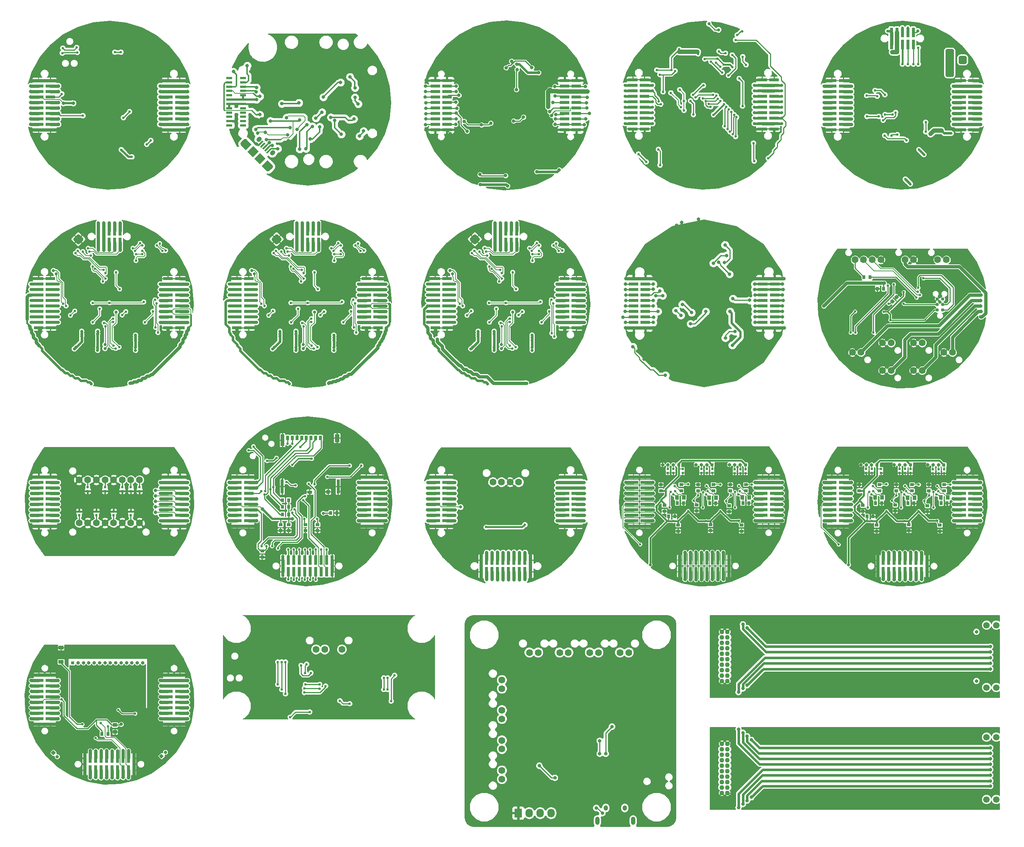
<source format=gbl>
G04 #@! TF.FileFunction,Copper,L2,Bot,Signal*
%FSLAX46Y46*%
G04 Gerber Fmt 4.6, Leading zero omitted, Abs format (unit mm)*
G04 Created by KiCad (PCBNEW 4.1.0-alpha+201605071002+6776~44~ubuntu14.04.1-product) date Mon 25 Jul 2016 09:44:22 BST*
%MOMM*%
%LPD*%
G01*
G04 APERTURE LIST*
%ADD10C,0.100000*%
%ADD11R,2.220000X0.740000*%
%ADD12R,1.370000X0.500000*%
%ADD13C,1.000000*%
%ADD14C,0.300000*%
%ADD15R,0.740000X2.220000*%
%ADD16C,1.500000*%
%ADD17C,1.100000*%
%ADD18C,0.800000*%
%ADD19C,1.600000*%
%ADD20C,0.787000*%
%ADD21R,0.750000X0.900000*%
%ADD22R,0.620000X0.620000*%
%ADD23R,0.700000X1.100000*%
%ADD24R,1.140000X1.830000*%
%ADD25R,0.860000X2.800000*%
%ADD26R,0.700000X3.330000*%
%ADD27R,0.900000X0.930000*%
%ADD28R,1.050000X0.780000*%
%ADD29R,0.900000X0.750000*%
%ADD30R,0.800000X0.800000*%
%ADD31O,0.800000X0.800000*%
%ADD32R,0.950000X1.000000*%
%ADD33C,0.800000*%
%ADD34R,1.220000X0.910000*%
%ADD35R,1.000000X0.950000*%
%ADD36R,1.727200X2.032000*%
%ADD37O,1.727200X2.032000*%
%ADD38O,1.000000X1.250000*%
%ADD39O,1.000000X1.900000*%
%ADD40C,0.600000*%
%ADD41C,0.700000*%
%ADD42C,0.280000*%
%ADD43C,0.740000*%
%ADD44C,0.600000*%
%ADD45C,0.700000*%
%ADD46C,0.400000*%
%ADD47C,0.160000*%
%ADD48C,0.250000*%
%ADD49C,0.300000*%
%ADD50C,0.500000*%
%ADD51C,0.450000*%
%ADD52C,0.200000*%
%ADD53C,0.350000*%
%ADD54C,0.180000*%
%ADD55C,0.150000*%
%ADD56C,0.254000*%
%ADD57C,0.220000*%
G04 APERTURE END LIST*
D10*
D11*
X65635000Y-47285000D03*
X68365000Y-47285000D03*
X65635000Y-48555000D03*
X68365000Y-48555000D03*
X65635000Y-49825000D03*
X68365000Y-49825000D03*
X65635000Y-51095000D03*
X68365000Y-51095000D03*
X65635000Y-52365000D03*
X68365000Y-52365000D03*
X65635000Y-53635000D03*
X68365000Y-53635000D03*
X65635000Y-54905000D03*
X68365000Y-54905000D03*
X65635000Y-56175000D03*
X68365000Y-56175000D03*
X65635000Y-57445000D03*
X68365000Y-57445000D03*
X65635000Y-58715000D03*
X68365000Y-58715000D03*
X35635000Y-47285000D03*
X38365000Y-47285000D03*
X35635000Y-48555000D03*
X38365000Y-48555000D03*
X35635000Y-49825000D03*
X38365000Y-49825000D03*
X35635000Y-51095000D03*
X38365000Y-51095000D03*
X35635000Y-52365000D03*
X38365000Y-52365000D03*
X35635000Y-53635000D03*
X38365000Y-53635000D03*
X35635000Y-54905000D03*
X38365000Y-54905000D03*
X35635000Y-56175000D03*
X38365000Y-56175000D03*
X35635000Y-57445000D03*
X38365000Y-57445000D03*
X35635000Y-58715000D03*
X38365000Y-58715000D03*
D12*
X79850000Y-46700000D03*
X83050000Y-46700000D03*
X79850000Y-47700000D03*
X83050000Y-47700000D03*
X79850000Y-48700000D03*
X83050000Y-48700000D03*
X79850000Y-49700000D03*
X83050000Y-49700000D03*
X79850000Y-50700000D03*
X83050000Y-50700000D03*
X79850000Y-51700000D03*
X83050000Y-51700000D03*
X79850000Y-52700000D03*
X83050000Y-52700000D03*
X79850000Y-53700000D03*
X83050000Y-53700000D03*
X79850000Y-54700000D03*
X83050000Y-54700000D03*
X79850000Y-55700000D03*
X83050000Y-55700000D03*
X79850000Y-56700000D03*
X83050000Y-56700000D03*
X79850000Y-57700000D03*
X83050000Y-57700000D03*
D10*
G36*
X88705553Y-62367937D02*
X87750959Y-63322531D01*
X87468117Y-63039689D01*
X88422711Y-62085095D01*
X88705553Y-62367937D01*
X88705553Y-62367937D01*
G37*
G36*
X88245933Y-61908318D02*
X87291339Y-62862912D01*
X87008497Y-62580070D01*
X87963091Y-61625476D01*
X88245933Y-61908318D01*
X88245933Y-61908318D01*
G37*
G36*
X89165172Y-62827557D02*
X88210578Y-63782151D01*
X87927736Y-63499309D01*
X88882330Y-62544715D01*
X89165172Y-62827557D01*
X89165172Y-62827557D01*
G37*
G36*
X89624791Y-63287176D02*
X88670197Y-64241770D01*
X88387355Y-63958928D01*
X89341949Y-63004334D01*
X89624791Y-63287176D01*
X89624791Y-63287176D01*
G37*
G36*
X87786314Y-61448699D02*
X86831720Y-62403293D01*
X86548878Y-62120451D01*
X87503472Y-61165857D01*
X87786314Y-61448699D01*
X87786314Y-61448699D01*
G37*
D13*
X86654944Y-60989079D02*
X86831720Y-60812303D01*
X89801569Y-64135704D02*
X89978345Y-63958928D01*
D10*
G36*
X86690299Y-63746796D02*
X85346796Y-65090299D01*
X84074003Y-63817506D01*
X85417506Y-62474003D01*
X86690299Y-63746796D01*
X86690299Y-63746796D01*
G37*
G36*
X88316645Y-65373142D02*
X86973142Y-66716645D01*
X85700349Y-65443852D01*
X87043852Y-64100349D01*
X88316645Y-65373142D01*
X88316645Y-65373142D01*
G37*
G36*
X85028598Y-62085095D02*
X83685095Y-63428598D01*
X82571402Y-62314905D01*
X83914905Y-60971402D01*
X85028598Y-62085095D01*
X85028598Y-62085095D01*
G37*
D13*
X82924955Y-61961351D02*
X83561351Y-61324955D01*
D10*
G36*
X89819246Y-66875743D02*
X88475743Y-68219246D01*
X87362050Y-67105553D01*
X88705553Y-65762050D01*
X89819246Y-66875743D01*
X89819246Y-66875743D01*
G37*
D13*
X88829297Y-67865693D02*
X89465693Y-67229297D01*
D11*
X157635000Y-47285000D03*
X160365000Y-47285000D03*
X157635000Y-48555000D03*
X160365000Y-48555000D03*
X157635000Y-49825000D03*
X160365000Y-49825000D03*
X157635000Y-51095000D03*
X160365000Y-51095000D03*
X157635000Y-52365000D03*
X160365000Y-52365000D03*
X157635000Y-53635000D03*
X160365000Y-53635000D03*
X157635000Y-54905000D03*
X160365000Y-54905000D03*
X157635000Y-56175000D03*
X160365000Y-56175000D03*
X157635000Y-57445000D03*
X160365000Y-57445000D03*
X157635000Y-58715000D03*
X160365000Y-58715000D03*
X127635000Y-47285000D03*
X130365000Y-47285000D03*
X127635000Y-48555000D03*
X130365000Y-48555000D03*
X127635000Y-49825000D03*
X130365000Y-49825000D03*
X127635000Y-51095000D03*
X130365000Y-51095000D03*
X127635000Y-52365000D03*
X130365000Y-52365000D03*
X127635000Y-53635000D03*
X130365000Y-53635000D03*
X127635000Y-54905000D03*
X130365000Y-54905000D03*
X127635000Y-56175000D03*
X130365000Y-56175000D03*
X127635000Y-57445000D03*
X130365000Y-57445000D03*
X127635000Y-58715000D03*
X130365000Y-58715000D03*
D14*
X200640000Y-42790000D03*
X201840000Y-42790000D03*
X200640000Y-41590000D03*
X201840000Y-41590000D03*
D11*
X173485000Y-47085000D03*
X176215000Y-47085000D03*
X173485000Y-48355000D03*
X176215000Y-48355000D03*
X173485000Y-49625000D03*
X176215000Y-49625000D03*
X173485000Y-50895000D03*
X176215000Y-50895000D03*
X173485000Y-52165000D03*
X176215000Y-52165000D03*
X173485000Y-53435000D03*
X176215000Y-53435000D03*
X173485000Y-54705000D03*
X176215000Y-54705000D03*
X173485000Y-55975000D03*
X176215000Y-55975000D03*
X173485000Y-57245000D03*
X176215000Y-57245000D03*
X173485000Y-58515000D03*
X176215000Y-58515000D03*
X203485000Y-47085000D03*
X206215000Y-47085000D03*
X203485000Y-48355000D03*
X206215000Y-48355000D03*
X203485000Y-49625000D03*
X206215000Y-49625000D03*
X203485000Y-50895000D03*
X206215000Y-50895000D03*
X203485000Y-52165000D03*
X206215000Y-52165000D03*
X203485000Y-53435000D03*
X206215000Y-53435000D03*
X203485000Y-54705000D03*
X206215000Y-54705000D03*
X203485000Y-55975000D03*
X206215000Y-55975000D03*
X203485000Y-57245000D03*
X206215000Y-57245000D03*
X203485000Y-58515000D03*
X206215000Y-58515000D03*
D10*
G36*
X225549009Y-59552408D02*
X225597545Y-59559607D01*
X225645142Y-59571530D01*
X225691342Y-59588060D01*
X225735698Y-59609039D01*
X225777785Y-59634265D01*
X225817197Y-59663495D01*
X225853553Y-59696447D01*
X225886505Y-59732803D01*
X225915735Y-59772215D01*
X225940961Y-59814302D01*
X225961940Y-59858658D01*
X225978470Y-59904858D01*
X225990393Y-59952455D01*
X225997592Y-60000991D01*
X226000000Y-60050000D01*
X226000000Y-65550000D01*
X225997592Y-65599009D01*
X225990393Y-65647545D01*
X225978470Y-65695142D01*
X225961940Y-65741342D01*
X225940961Y-65785698D01*
X225915735Y-65827785D01*
X225886505Y-65867197D01*
X225853553Y-65903553D01*
X225817197Y-65936505D01*
X225777785Y-65965735D01*
X225735698Y-65990961D01*
X225691342Y-66011940D01*
X225645142Y-66028470D01*
X225597545Y-66040393D01*
X225549009Y-66047592D01*
X225500000Y-66050000D01*
X224500000Y-66050000D01*
X224450991Y-66047592D01*
X224402455Y-66040393D01*
X224354858Y-66028470D01*
X224308658Y-66011940D01*
X224264302Y-65990961D01*
X224222215Y-65965735D01*
X224182803Y-65936505D01*
X224146447Y-65903553D01*
X224113495Y-65867197D01*
X224084265Y-65827785D01*
X224059039Y-65785698D01*
X224038060Y-65741342D01*
X224021530Y-65695142D01*
X224009607Y-65647545D01*
X224002408Y-65599009D01*
X224000000Y-65550000D01*
X224000000Y-60050000D01*
X224002408Y-60000991D01*
X224009607Y-59952455D01*
X224021530Y-59904858D01*
X224038060Y-59858658D01*
X224059039Y-59814302D01*
X224084265Y-59772215D01*
X224113495Y-59732803D01*
X224146447Y-59696447D01*
X224182803Y-59663495D01*
X224222215Y-59634265D01*
X224264302Y-59609039D01*
X224308658Y-59588060D01*
X224354858Y-59571530D01*
X224402455Y-59559607D01*
X224450991Y-59552408D01*
X224500000Y-59550000D01*
X225500000Y-59550000D01*
X225549009Y-59552408D01*
X225549009Y-59552408D01*
G37*
G36*
X247549009Y-39952408D02*
X247597545Y-39959607D01*
X247645142Y-39971530D01*
X247691342Y-39988060D01*
X247735698Y-40009039D01*
X247777785Y-40034265D01*
X247817197Y-40063495D01*
X247853553Y-40096447D01*
X247886505Y-40132803D01*
X247915735Y-40172215D01*
X247940961Y-40214302D01*
X247961940Y-40258658D01*
X247978470Y-40304858D01*
X247990393Y-40352455D01*
X247997592Y-40400991D01*
X248000000Y-40450000D01*
X248000000Y-45950000D01*
X247997592Y-45999009D01*
X247990393Y-46047545D01*
X247978470Y-46095142D01*
X247961940Y-46141342D01*
X247940961Y-46185698D01*
X247915735Y-46227785D01*
X247886505Y-46267197D01*
X247853553Y-46303553D01*
X247817197Y-46336505D01*
X247777785Y-46365735D01*
X247735698Y-46390961D01*
X247691342Y-46411940D01*
X247645142Y-46428470D01*
X247597545Y-46440393D01*
X247549009Y-46447592D01*
X247500000Y-46450000D01*
X246500000Y-46450000D01*
X246450991Y-46447592D01*
X246402455Y-46440393D01*
X246354858Y-46428470D01*
X246308658Y-46411940D01*
X246264302Y-46390961D01*
X246222215Y-46365735D01*
X246182803Y-46336505D01*
X246146447Y-46303553D01*
X246113495Y-46267197D01*
X246084265Y-46227785D01*
X246059039Y-46185698D01*
X246038060Y-46141342D01*
X246021530Y-46095142D01*
X246009607Y-46047545D01*
X246002408Y-45999009D01*
X246000000Y-45950000D01*
X246000000Y-40450000D01*
X246002408Y-40400991D01*
X246009607Y-40352455D01*
X246021530Y-40304858D01*
X246038060Y-40258658D01*
X246059039Y-40214302D01*
X246084265Y-40172215D01*
X246113495Y-40132803D01*
X246146447Y-40096447D01*
X246182803Y-40063495D01*
X246222215Y-40034265D01*
X246264302Y-40009039D01*
X246308658Y-39988060D01*
X246354858Y-39971530D01*
X246402455Y-39959607D01*
X246450991Y-39952408D01*
X246500000Y-39950000D01*
X247500000Y-39950000D01*
X247549009Y-39952408D01*
X247549009Y-39952408D01*
G37*
D11*
X219635000Y-47285000D03*
X222365000Y-47285000D03*
X219635000Y-48555000D03*
X222365000Y-48555000D03*
X219635000Y-49825000D03*
X222365000Y-49825000D03*
X219635000Y-51095000D03*
X222365000Y-51095000D03*
X219635000Y-52365000D03*
X222365000Y-52365000D03*
X219635000Y-53635000D03*
X222365000Y-53635000D03*
X219635000Y-54905000D03*
X222365000Y-54905000D03*
X219635000Y-56175000D03*
X222365000Y-56175000D03*
X219635000Y-57445000D03*
X222365000Y-57445000D03*
X219635000Y-58715000D03*
X222365000Y-58715000D03*
X249635000Y-47285000D03*
X252365000Y-47285000D03*
X249635000Y-48555000D03*
X252365000Y-48555000D03*
X249635000Y-49825000D03*
X252365000Y-49825000D03*
X249635000Y-51095000D03*
X252365000Y-51095000D03*
X249635000Y-52365000D03*
X252365000Y-52365000D03*
X249635000Y-53635000D03*
X252365000Y-53635000D03*
X249635000Y-54905000D03*
X252365000Y-54905000D03*
X249635000Y-56175000D03*
X252365000Y-56175000D03*
X249635000Y-57445000D03*
X252365000Y-57445000D03*
X249635000Y-58715000D03*
X252365000Y-58715000D03*
D15*
X233460000Y-38865000D03*
X233460000Y-36135000D03*
X234730000Y-38865000D03*
X234730000Y-36135000D03*
X236000000Y-38865000D03*
X236000000Y-36135000D03*
X237270000Y-38865000D03*
X237270000Y-36135000D03*
X238540000Y-38865000D03*
X238540000Y-36135000D03*
D10*
G36*
X250521558Y-41552287D02*
X250567668Y-41559127D01*
X250612885Y-41570453D01*
X250656775Y-41586157D01*
X250698913Y-41606087D01*
X250738896Y-41630052D01*
X250776337Y-41657820D01*
X250810876Y-41689124D01*
X250842180Y-41723663D01*
X250869948Y-41761104D01*
X250893913Y-41801087D01*
X250913843Y-41843225D01*
X250929547Y-41887115D01*
X250940873Y-41932332D01*
X250947713Y-41978442D01*
X250950000Y-42025000D01*
X250950000Y-42975000D01*
X250947713Y-43021558D01*
X250940873Y-43067668D01*
X250929547Y-43112885D01*
X250913843Y-43156775D01*
X250893913Y-43198913D01*
X250869948Y-43238896D01*
X250842180Y-43276337D01*
X250810876Y-43310876D01*
X250776337Y-43342180D01*
X250738896Y-43369948D01*
X250698913Y-43393913D01*
X250656775Y-43413843D01*
X250612885Y-43429547D01*
X250567668Y-43440873D01*
X250521558Y-43447713D01*
X250475000Y-43450000D01*
X249525000Y-43450000D01*
X249478442Y-43447713D01*
X249432332Y-43440873D01*
X249387115Y-43429547D01*
X249343225Y-43413843D01*
X249301087Y-43393913D01*
X249261104Y-43369948D01*
X249223663Y-43342180D01*
X249189124Y-43310876D01*
X249157820Y-43276337D01*
X249130052Y-43238896D01*
X249106087Y-43198913D01*
X249086157Y-43156775D01*
X249070453Y-43112885D01*
X249059127Y-43067668D01*
X249052287Y-43021558D01*
X249050000Y-42975000D01*
X249050000Y-42025000D01*
X249052287Y-41978442D01*
X249059127Y-41932332D01*
X249070453Y-41887115D01*
X249086157Y-41843225D01*
X249106087Y-41801087D01*
X249130052Y-41761104D01*
X249157820Y-41723663D01*
X249189124Y-41689124D01*
X249223663Y-41657820D01*
X249261104Y-41630052D01*
X249301087Y-41606087D01*
X249343225Y-41586157D01*
X249387115Y-41570453D01*
X249432332Y-41559127D01*
X249478442Y-41552287D01*
X249525000Y-41550000D01*
X250475000Y-41550000D01*
X250521558Y-41552287D01*
X250521558Y-41552287D01*
G37*
D16*
X255540000Y-188239500D03*
X255540000Y-173760500D03*
X257790000Y-188239500D03*
X257790000Y-173760500D03*
D17*
X194159000Y-175285000D03*
X195429000Y-175285000D03*
X194159000Y-176555000D03*
X195429000Y-176555000D03*
X194159000Y-177825000D03*
X195429000Y-177825000D03*
X194159000Y-179095000D03*
X195429000Y-179095000D03*
X194159000Y-180365000D03*
X195429000Y-180365000D03*
X194159000Y-181635000D03*
X195429000Y-181635000D03*
X194159000Y-182905000D03*
X195429000Y-182905000D03*
X194159000Y-184175000D03*
X195429000Y-184175000D03*
X194159000Y-185445000D03*
X195429000Y-185445000D03*
X194159000Y-186715000D03*
X195429000Y-186715000D03*
D16*
X255540000Y-214239500D03*
X255540000Y-199760500D03*
X257790000Y-214239500D03*
X257790000Y-199760500D03*
D17*
X194159000Y-201285000D03*
X195429000Y-201285000D03*
X194159000Y-202555000D03*
X195429000Y-202555000D03*
X194159000Y-203825000D03*
X195429000Y-203825000D03*
X194159000Y-205095000D03*
X195429000Y-205095000D03*
X194159000Y-206365000D03*
X195429000Y-206365000D03*
X194159000Y-207635000D03*
X195429000Y-207635000D03*
X194159000Y-208905000D03*
X195429000Y-208905000D03*
X194159000Y-210175000D03*
X195429000Y-210175000D03*
X194159000Y-211445000D03*
X195429000Y-211445000D03*
X194159000Y-212715000D03*
X195429000Y-212715000D03*
D11*
X65635000Y-93285000D03*
X68365000Y-93285000D03*
X65635000Y-94555000D03*
X68365000Y-94555000D03*
X65635000Y-95825000D03*
X68365000Y-95825000D03*
X65635000Y-97095000D03*
X68365000Y-97095000D03*
X65635000Y-98365000D03*
X68365000Y-98365000D03*
X65635000Y-99635000D03*
X68365000Y-99635000D03*
X65635000Y-100905000D03*
X68365000Y-100905000D03*
X65635000Y-102175000D03*
X68365000Y-102175000D03*
X65635000Y-103445000D03*
X68365000Y-103445000D03*
X65635000Y-104715000D03*
X68365000Y-104715000D03*
X35635000Y-93285000D03*
X38365000Y-93285000D03*
X35635000Y-94555000D03*
X38365000Y-94555000D03*
X35635000Y-95825000D03*
X38365000Y-95825000D03*
X35635000Y-97095000D03*
X38365000Y-97095000D03*
X35635000Y-98365000D03*
X38365000Y-98365000D03*
X35635000Y-99635000D03*
X38365000Y-99635000D03*
X35635000Y-100905000D03*
X38365000Y-100905000D03*
X35635000Y-102175000D03*
X38365000Y-102175000D03*
X35635000Y-103445000D03*
X38365000Y-103445000D03*
X35635000Y-104715000D03*
X38365000Y-104715000D03*
D18*
X47839483Y-94000000D03*
X46969741Y-93130259D03*
X46100000Y-92260517D03*
X46969741Y-94869741D03*
X46100000Y-94000000D03*
X45230259Y-93130259D03*
X46100000Y-95739483D03*
X45230259Y-94869741D03*
X44360517Y-94000000D03*
X59739483Y-94000000D03*
X58869741Y-93130259D03*
X58000000Y-92260517D03*
X58869741Y-94869741D03*
X58000000Y-94000000D03*
X57130259Y-93130259D03*
X58000000Y-95739483D03*
X57130259Y-94869741D03*
X56260517Y-94000000D03*
D15*
X49460000Y-84865000D03*
X49460000Y-82135000D03*
X50730000Y-84865000D03*
X50730000Y-82135000D03*
X52000000Y-84865000D03*
X52000000Y-82135000D03*
X53270000Y-84865000D03*
X53270000Y-82135000D03*
X54540000Y-84865000D03*
X54540000Y-82135000D03*
D10*
G36*
X44876558Y-82985536D02*
X44922668Y-82992376D01*
X44967885Y-83003702D01*
X45011775Y-83019406D01*
X45053913Y-83039336D01*
X45093896Y-83063301D01*
X45131337Y-83091069D01*
X45165876Y-83122373D01*
X45837627Y-83794124D01*
X45868931Y-83828663D01*
X45896699Y-83866104D01*
X45920664Y-83906087D01*
X45940594Y-83948225D01*
X45956298Y-83992115D01*
X45967624Y-84037332D01*
X45974464Y-84083442D01*
X45976751Y-84130000D01*
X45974464Y-84176558D01*
X45967624Y-84222668D01*
X45956298Y-84267885D01*
X45940594Y-84311775D01*
X45920664Y-84353913D01*
X45896699Y-84393896D01*
X45868931Y-84431337D01*
X45837627Y-84465876D01*
X45165876Y-85137627D01*
X45131337Y-85168931D01*
X45093896Y-85196699D01*
X45053913Y-85220664D01*
X45011775Y-85240594D01*
X44967885Y-85256298D01*
X44922668Y-85267624D01*
X44876558Y-85274464D01*
X44830000Y-85276751D01*
X44783442Y-85274464D01*
X44737332Y-85267624D01*
X44692115Y-85256298D01*
X44648225Y-85240594D01*
X44606087Y-85220664D01*
X44566104Y-85196699D01*
X44528663Y-85168931D01*
X44494124Y-85137627D01*
X43822373Y-84465876D01*
X43791069Y-84431337D01*
X43763301Y-84393896D01*
X43739336Y-84353913D01*
X43719406Y-84311775D01*
X43703702Y-84267885D01*
X43692376Y-84222668D01*
X43685536Y-84176558D01*
X43683249Y-84130000D01*
X43685536Y-84083442D01*
X43692376Y-84037332D01*
X43703702Y-83992115D01*
X43719406Y-83948225D01*
X43739336Y-83906087D01*
X43763301Y-83866104D01*
X43791069Y-83828663D01*
X43822373Y-83794124D01*
X44494124Y-83122373D01*
X44528663Y-83091069D01*
X44566104Y-83063301D01*
X44606087Y-83039336D01*
X44648225Y-83019406D01*
X44692115Y-83003702D01*
X44737332Y-82992376D01*
X44783442Y-82985536D01*
X44830000Y-82983249D01*
X44876558Y-82985536D01*
X44876558Y-82985536D01*
G37*
D11*
X111635000Y-93285000D03*
X114365000Y-93285000D03*
X111635000Y-94555000D03*
X114365000Y-94555000D03*
X111635000Y-95825000D03*
X114365000Y-95825000D03*
X111635000Y-97095000D03*
X114365000Y-97095000D03*
X111635000Y-98365000D03*
X114365000Y-98365000D03*
X111635000Y-99635000D03*
X114365000Y-99635000D03*
X111635000Y-100905000D03*
X114365000Y-100905000D03*
X111635000Y-102175000D03*
X114365000Y-102175000D03*
X111635000Y-103445000D03*
X114365000Y-103445000D03*
X111635000Y-104715000D03*
X114365000Y-104715000D03*
X81635000Y-93285000D03*
X84365000Y-93285000D03*
X81635000Y-94555000D03*
X84365000Y-94555000D03*
X81635000Y-95825000D03*
X84365000Y-95825000D03*
X81635000Y-97095000D03*
X84365000Y-97095000D03*
X81635000Y-98365000D03*
X84365000Y-98365000D03*
X81635000Y-99635000D03*
X84365000Y-99635000D03*
X81635000Y-100905000D03*
X84365000Y-100905000D03*
X81635000Y-102175000D03*
X84365000Y-102175000D03*
X81635000Y-103445000D03*
X84365000Y-103445000D03*
X81635000Y-104715000D03*
X84365000Y-104715000D03*
D18*
X93839483Y-94000000D03*
X92969741Y-93130259D03*
X92100000Y-92260517D03*
X92969741Y-94869741D03*
X92100000Y-94000000D03*
X91230259Y-93130259D03*
X92100000Y-95739483D03*
X91230259Y-94869741D03*
X90360517Y-94000000D03*
X105739483Y-94000000D03*
X104869741Y-93130259D03*
X104000000Y-92260517D03*
X104869741Y-94869741D03*
X104000000Y-94000000D03*
X103130259Y-93130259D03*
X104000000Y-95739483D03*
X103130259Y-94869741D03*
X102260517Y-94000000D03*
D15*
X95460000Y-84865000D03*
X95460000Y-82135000D03*
X96730000Y-84865000D03*
X96730000Y-82135000D03*
X98000000Y-84865000D03*
X98000000Y-82135000D03*
X99270000Y-84865000D03*
X99270000Y-82135000D03*
X100540000Y-84865000D03*
X100540000Y-82135000D03*
D10*
G36*
X90876558Y-82985536D02*
X90922668Y-82992376D01*
X90967885Y-83003702D01*
X91011775Y-83019406D01*
X91053913Y-83039336D01*
X91093896Y-83063301D01*
X91131337Y-83091069D01*
X91165876Y-83122373D01*
X91837627Y-83794124D01*
X91868931Y-83828663D01*
X91896699Y-83866104D01*
X91920664Y-83906087D01*
X91940594Y-83948225D01*
X91956298Y-83992115D01*
X91967624Y-84037332D01*
X91974464Y-84083442D01*
X91976751Y-84130000D01*
X91974464Y-84176558D01*
X91967624Y-84222668D01*
X91956298Y-84267885D01*
X91940594Y-84311775D01*
X91920664Y-84353913D01*
X91896699Y-84393896D01*
X91868931Y-84431337D01*
X91837627Y-84465876D01*
X91165876Y-85137627D01*
X91131337Y-85168931D01*
X91093896Y-85196699D01*
X91053913Y-85220664D01*
X91011775Y-85240594D01*
X90967885Y-85256298D01*
X90922668Y-85267624D01*
X90876558Y-85274464D01*
X90830000Y-85276751D01*
X90783442Y-85274464D01*
X90737332Y-85267624D01*
X90692115Y-85256298D01*
X90648225Y-85240594D01*
X90606087Y-85220664D01*
X90566104Y-85196699D01*
X90528663Y-85168931D01*
X90494124Y-85137627D01*
X89822373Y-84465876D01*
X89791069Y-84431337D01*
X89763301Y-84393896D01*
X89739336Y-84353913D01*
X89719406Y-84311775D01*
X89703702Y-84267885D01*
X89692376Y-84222668D01*
X89685536Y-84176558D01*
X89683249Y-84130000D01*
X89685536Y-84083442D01*
X89692376Y-84037332D01*
X89703702Y-83992115D01*
X89719406Y-83948225D01*
X89739336Y-83906087D01*
X89763301Y-83866104D01*
X89791069Y-83828663D01*
X89822373Y-83794124D01*
X90494124Y-83122373D01*
X90528663Y-83091069D01*
X90566104Y-83063301D01*
X90606087Y-83039336D01*
X90648225Y-83019406D01*
X90692115Y-83003702D01*
X90737332Y-82992376D01*
X90783442Y-82985536D01*
X90830000Y-82983249D01*
X90876558Y-82985536D01*
X90876558Y-82985536D01*
G37*
D11*
X157635000Y-93285000D03*
X160365000Y-93285000D03*
X157635000Y-94555000D03*
X160365000Y-94555000D03*
X157635000Y-95825000D03*
X160365000Y-95825000D03*
X157635000Y-97095000D03*
X160365000Y-97095000D03*
X157635000Y-98365000D03*
X160365000Y-98365000D03*
X157635000Y-99635000D03*
X160365000Y-99635000D03*
X157635000Y-100905000D03*
X160365000Y-100905000D03*
X157635000Y-102175000D03*
X160365000Y-102175000D03*
X157635000Y-103445000D03*
X160365000Y-103445000D03*
X157635000Y-104715000D03*
X160365000Y-104715000D03*
X127635000Y-93285000D03*
X130365000Y-93285000D03*
X127635000Y-94555000D03*
X130365000Y-94555000D03*
X127635000Y-95825000D03*
X130365000Y-95825000D03*
X127635000Y-97095000D03*
X130365000Y-97095000D03*
X127635000Y-98365000D03*
X130365000Y-98365000D03*
X127635000Y-99635000D03*
X130365000Y-99635000D03*
X127635000Y-100905000D03*
X130365000Y-100905000D03*
X127635000Y-102175000D03*
X130365000Y-102175000D03*
X127635000Y-103445000D03*
X130365000Y-103445000D03*
X127635000Y-104715000D03*
X130365000Y-104715000D03*
D18*
X139839483Y-94000000D03*
X138969741Y-93130259D03*
X138100000Y-92260517D03*
X138969741Y-94869741D03*
X138100000Y-94000000D03*
X137230259Y-93130259D03*
X138100000Y-95739483D03*
X137230259Y-94869741D03*
X136360517Y-94000000D03*
X151739483Y-94000000D03*
X150869741Y-93130259D03*
X150000000Y-92260517D03*
X150869741Y-94869741D03*
X150000000Y-94000000D03*
X149130259Y-93130259D03*
X150000000Y-95739483D03*
X149130259Y-94869741D03*
X148260517Y-94000000D03*
D15*
X141460000Y-84865000D03*
X141460000Y-82135000D03*
X142730000Y-84865000D03*
X142730000Y-82135000D03*
X144000000Y-84865000D03*
X144000000Y-82135000D03*
X145270000Y-84865000D03*
X145270000Y-82135000D03*
X146540000Y-84865000D03*
X146540000Y-82135000D03*
D10*
G36*
X136876558Y-82985536D02*
X136922668Y-82992376D01*
X136967885Y-83003702D01*
X137011775Y-83019406D01*
X137053913Y-83039336D01*
X137093896Y-83063301D01*
X137131337Y-83091069D01*
X137165876Y-83122373D01*
X137837627Y-83794124D01*
X137868931Y-83828663D01*
X137896699Y-83866104D01*
X137920664Y-83906087D01*
X137940594Y-83948225D01*
X137956298Y-83992115D01*
X137967624Y-84037332D01*
X137974464Y-84083442D01*
X137976751Y-84130000D01*
X137974464Y-84176558D01*
X137967624Y-84222668D01*
X137956298Y-84267885D01*
X137940594Y-84311775D01*
X137920664Y-84353913D01*
X137896699Y-84393896D01*
X137868931Y-84431337D01*
X137837627Y-84465876D01*
X137165876Y-85137627D01*
X137131337Y-85168931D01*
X137093896Y-85196699D01*
X137053913Y-85220664D01*
X137011775Y-85240594D01*
X136967885Y-85256298D01*
X136922668Y-85267624D01*
X136876558Y-85274464D01*
X136830000Y-85276751D01*
X136783442Y-85274464D01*
X136737332Y-85267624D01*
X136692115Y-85256298D01*
X136648225Y-85240594D01*
X136606087Y-85220664D01*
X136566104Y-85196699D01*
X136528663Y-85168931D01*
X136494124Y-85137627D01*
X135822373Y-84465876D01*
X135791069Y-84431337D01*
X135763301Y-84393896D01*
X135739336Y-84353913D01*
X135719406Y-84311775D01*
X135703702Y-84267885D01*
X135692376Y-84222668D01*
X135685536Y-84176558D01*
X135683249Y-84130000D01*
X135685536Y-84083442D01*
X135692376Y-84037332D01*
X135703702Y-83992115D01*
X135719406Y-83948225D01*
X135739336Y-83906087D01*
X135763301Y-83866104D01*
X135791069Y-83828663D01*
X135822373Y-83794124D01*
X136494124Y-83122373D01*
X136528663Y-83091069D01*
X136566104Y-83063301D01*
X136606087Y-83039336D01*
X136648225Y-83019406D01*
X136692115Y-83003702D01*
X136737332Y-82992376D01*
X136783442Y-82985536D01*
X136830000Y-82983249D01*
X136876558Y-82985536D01*
X136876558Y-82985536D01*
G37*
D11*
X173635000Y-93285000D03*
X176365000Y-93285000D03*
X173635000Y-94555000D03*
X176365000Y-94555000D03*
X173635000Y-95825000D03*
X176365000Y-95825000D03*
X173635000Y-97095000D03*
X176365000Y-97095000D03*
X173635000Y-98365000D03*
X176365000Y-98365000D03*
X173635000Y-99635000D03*
X176365000Y-99635000D03*
X173635000Y-100905000D03*
X176365000Y-100905000D03*
X173635000Y-102175000D03*
X176365000Y-102175000D03*
X173635000Y-103445000D03*
X176365000Y-103445000D03*
X173635000Y-104715000D03*
X176365000Y-104715000D03*
X203635000Y-93285000D03*
X206365000Y-93285000D03*
X203635000Y-94555000D03*
X206365000Y-94555000D03*
X203635000Y-95825000D03*
X206365000Y-95825000D03*
X203635000Y-97095000D03*
X206365000Y-97095000D03*
X203635000Y-98365000D03*
X206365000Y-98365000D03*
X203635000Y-99635000D03*
X206365000Y-99635000D03*
X203635000Y-100905000D03*
X206365000Y-100905000D03*
X203635000Y-102175000D03*
X206365000Y-102175000D03*
X203635000Y-103445000D03*
X206365000Y-103445000D03*
X203635000Y-104715000D03*
X206365000Y-104715000D03*
D19*
X225000000Y-88900000D03*
X227000000Y-88900000D03*
X229000000Y-88900000D03*
X231000000Y-88900000D03*
X226400000Y-110400000D03*
X224400000Y-110400000D03*
X240600000Y-114600000D03*
X238600000Y-114600000D03*
X244200000Y-88900000D03*
X246200000Y-88900000D03*
X233400000Y-114600000D03*
X231400000Y-114600000D03*
X247600000Y-110400000D03*
X245600000Y-110400000D03*
X236600000Y-88900000D03*
X238600000Y-88900000D03*
X233400000Y-108200000D03*
X231400000Y-108200000D03*
X240600000Y-108200000D03*
X238600000Y-108200000D03*
D20*
X244060000Y-100570000D03*
X245330000Y-100570000D03*
X244060000Y-99300000D03*
X245330000Y-99300000D03*
X244060000Y-98030000D03*
X245330000Y-98030000D03*
D21*
X231600000Y-95600000D03*
X230200000Y-95600000D03*
D10*
G36*
X234611612Y-96951992D02*
X235248008Y-97588388D01*
X234717678Y-98118718D01*
X234081282Y-97482322D01*
X234611612Y-96951992D01*
X234611612Y-96951992D01*
G37*
G36*
X233621662Y-97941942D02*
X234258058Y-98578338D01*
X233727728Y-99108668D01*
X233091332Y-98472272D01*
X233621662Y-97941942D01*
X233621662Y-97941942D01*
G37*
D21*
X227100000Y-92900000D03*
X228500000Y-92900000D03*
D19*
X59000000Y-140000000D03*
X57000000Y-140000000D03*
X55000000Y-140000000D03*
X53000000Y-140000000D03*
X51000000Y-140000000D03*
X49000000Y-140000000D03*
X47000000Y-140000000D03*
X45000000Y-140000000D03*
D11*
X35635000Y-139285000D03*
X38365000Y-139285000D03*
X35635000Y-140555000D03*
X38365000Y-140555000D03*
X35635000Y-141825000D03*
X38365000Y-141825000D03*
X35635000Y-143095000D03*
X38365000Y-143095000D03*
X35635000Y-144365000D03*
X38365000Y-144365000D03*
X35635000Y-145635000D03*
X38365000Y-145635000D03*
X35635000Y-146905000D03*
X38365000Y-146905000D03*
X35635000Y-148175000D03*
X38365000Y-148175000D03*
X35635000Y-149445000D03*
X38365000Y-149445000D03*
X35635000Y-150715000D03*
X38365000Y-150715000D03*
X65635000Y-139285000D03*
X68365000Y-139285000D03*
X65635000Y-140555000D03*
X68365000Y-140555000D03*
X65635000Y-141825000D03*
X68365000Y-141825000D03*
X65635000Y-143095000D03*
X68365000Y-143095000D03*
X65635000Y-144365000D03*
X68365000Y-144365000D03*
X65635000Y-145635000D03*
X68365000Y-145635000D03*
X65635000Y-146905000D03*
X68365000Y-146905000D03*
X65635000Y-148175000D03*
X68365000Y-148175000D03*
X65635000Y-149445000D03*
X68365000Y-149445000D03*
X65635000Y-150715000D03*
X68365000Y-150715000D03*
D22*
X47000000Y-141700000D03*
X47000000Y-142600000D03*
X51000000Y-141700000D03*
X51000000Y-142600000D03*
X55000000Y-141700000D03*
X55000000Y-142600000D03*
X45000000Y-148250000D03*
X45000000Y-147350000D03*
X57000000Y-148250000D03*
X57000000Y-147350000D03*
X53000000Y-148250000D03*
X53000000Y-147350000D03*
X49000000Y-148250000D03*
X49000000Y-147350000D03*
X57000000Y-141700000D03*
X57000000Y-142600000D03*
X59000000Y-141700000D03*
X59000000Y-142600000D03*
D19*
X45000000Y-150000000D03*
X47000000Y-150000000D03*
X49000000Y-150000000D03*
X51000000Y-150000000D03*
X53000000Y-150000000D03*
X55000000Y-150000000D03*
X57000000Y-150000000D03*
X59000000Y-150000000D03*
D23*
X101000000Y-130300000D03*
X99900000Y-130300000D03*
X98800000Y-130300000D03*
X97700000Y-130300000D03*
X96700000Y-130300000D03*
X95600000Y-130300000D03*
X94500000Y-130300000D03*
X93400000Y-130300000D03*
D24*
X104880000Y-130315000D03*
D25*
X92220000Y-130800000D03*
D26*
X92140000Y-141565000D03*
X105100000Y-141565000D03*
D27*
X102790000Y-142765000D03*
D28*
X98525000Y-142840000D03*
D11*
X81635000Y-139285000D03*
X84365000Y-139285000D03*
X81635000Y-140555000D03*
X84365000Y-140555000D03*
X81635000Y-141825000D03*
X84365000Y-141825000D03*
X81635000Y-143095000D03*
X84365000Y-143095000D03*
X81635000Y-144365000D03*
X84365000Y-144365000D03*
X81635000Y-145635000D03*
X84365000Y-145635000D03*
X81635000Y-146905000D03*
X84365000Y-146905000D03*
X81635000Y-148175000D03*
X84365000Y-148175000D03*
X81635000Y-149445000D03*
X84365000Y-149445000D03*
X81635000Y-150715000D03*
X84365000Y-150715000D03*
X111635000Y-139285000D03*
X114365000Y-139285000D03*
X111635000Y-140555000D03*
X114365000Y-140555000D03*
X111635000Y-141825000D03*
X114365000Y-141825000D03*
X111635000Y-143095000D03*
X114365000Y-143095000D03*
X111635000Y-144365000D03*
X114365000Y-144365000D03*
X111635000Y-145635000D03*
X114365000Y-145635000D03*
X111635000Y-146905000D03*
X114365000Y-146905000D03*
X111635000Y-148175000D03*
X114365000Y-148175000D03*
X111635000Y-149445000D03*
X114365000Y-149445000D03*
X111635000Y-150715000D03*
X114365000Y-150715000D03*
D15*
X92285000Y-161365000D03*
X92285000Y-158635000D03*
X93555000Y-161365000D03*
X93555000Y-158635000D03*
X94825000Y-161365000D03*
X94825000Y-158635000D03*
X96095000Y-161365000D03*
X96095000Y-158635000D03*
X97365000Y-161365000D03*
X97365000Y-158635000D03*
X98635000Y-161365000D03*
X98635000Y-158635000D03*
X99905000Y-161365000D03*
X99905000Y-158635000D03*
X101175000Y-161365000D03*
X101175000Y-158635000D03*
X102445000Y-161365000D03*
X102445000Y-158635000D03*
X103715000Y-161365000D03*
X103715000Y-158635000D03*
D21*
X92200000Y-144700000D03*
X93600000Y-144700000D03*
X92200000Y-146300000D03*
X93600000Y-146300000D03*
X92200000Y-148000000D03*
X93600000Y-148000000D03*
D29*
X87500000Y-156550000D03*
X87500000Y-157950000D03*
X97500000Y-150400000D03*
X97500000Y-151800000D03*
X93600000Y-150400000D03*
X93600000Y-151800000D03*
D21*
X103400000Y-147700000D03*
X104800000Y-147700000D03*
D29*
X91750000Y-150400000D03*
X91750000Y-151800000D03*
X100300000Y-150400000D03*
X100300000Y-151800000D03*
D11*
X127635000Y-139285000D03*
X130365000Y-139285000D03*
X127635000Y-140555000D03*
X130365000Y-140555000D03*
X127635000Y-141825000D03*
X130365000Y-141825000D03*
X127635000Y-143095000D03*
X130365000Y-143095000D03*
X127635000Y-144365000D03*
X130365000Y-144365000D03*
X127635000Y-145635000D03*
X130365000Y-145635000D03*
X127635000Y-146905000D03*
X130365000Y-146905000D03*
X127635000Y-148175000D03*
X130365000Y-148175000D03*
X127635000Y-149445000D03*
X130365000Y-149445000D03*
X127635000Y-150715000D03*
X130365000Y-150715000D03*
D19*
X147000000Y-140500000D03*
X145000000Y-140500000D03*
X143000000Y-140500000D03*
X141000000Y-140500000D03*
D11*
X157635000Y-139285000D03*
X160365000Y-139285000D03*
X157635000Y-140555000D03*
X160365000Y-140555000D03*
X157635000Y-141825000D03*
X160365000Y-141825000D03*
X157635000Y-143095000D03*
X160365000Y-143095000D03*
X157635000Y-144365000D03*
X160365000Y-144365000D03*
X157635000Y-145635000D03*
X160365000Y-145635000D03*
X157635000Y-146905000D03*
X160365000Y-146905000D03*
X157635000Y-148175000D03*
X160365000Y-148175000D03*
X157635000Y-149445000D03*
X160365000Y-149445000D03*
X157635000Y-150715000D03*
X160365000Y-150715000D03*
D15*
X138285000Y-161365000D03*
X138285000Y-158635000D03*
X139555000Y-161365000D03*
X139555000Y-158635000D03*
X140825000Y-161365000D03*
X140825000Y-158635000D03*
X142095000Y-161365000D03*
X142095000Y-158635000D03*
X143365000Y-161365000D03*
X143365000Y-158635000D03*
X144635000Y-161365000D03*
X144635000Y-158635000D03*
X145905000Y-161365000D03*
X145905000Y-158635000D03*
X147175000Y-161365000D03*
X147175000Y-158635000D03*
X148445000Y-161365000D03*
X148445000Y-158635000D03*
X149715000Y-161365000D03*
X149715000Y-158635000D03*
D30*
X199625000Y-136500000D03*
D31*
X198375000Y-136500000D03*
X197125000Y-136500000D03*
X195875000Y-136500000D03*
D30*
X191875000Y-136500000D03*
D31*
X190625000Y-136500000D03*
X189375000Y-136500000D03*
X188125000Y-136500000D03*
D30*
X184125000Y-136500000D03*
D31*
X182875000Y-136500000D03*
X181625000Y-136500000D03*
X180375000Y-136500000D03*
D11*
X173635000Y-139285000D03*
X176365000Y-139285000D03*
X173635000Y-140555000D03*
X176365000Y-140555000D03*
X173635000Y-141825000D03*
X176365000Y-141825000D03*
X173635000Y-143095000D03*
X176365000Y-143095000D03*
X173635000Y-144365000D03*
X176365000Y-144365000D03*
X173635000Y-145635000D03*
X176365000Y-145635000D03*
X173635000Y-146905000D03*
X176365000Y-146905000D03*
X173635000Y-148175000D03*
X176365000Y-148175000D03*
X173635000Y-149445000D03*
X176365000Y-149445000D03*
X173635000Y-150715000D03*
X176365000Y-150715000D03*
X203635000Y-139285000D03*
X206365000Y-139285000D03*
X203635000Y-140555000D03*
X206365000Y-140555000D03*
X203635000Y-141825000D03*
X206365000Y-141825000D03*
X203635000Y-143095000D03*
X206365000Y-143095000D03*
X203635000Y-144365000D03*
X206365000Y-144365000D03*
X203635000Y-145635000D03*
X206365000Y-145635000D03*
X203635000Y-146905000D03*
X206365000Y-146905000D03*
X203635000Y-148175000D03*
X206365000Y-148175000D03*
X203635000Y-149445000D03*
X206365000Y-149445000D03*
X203635000Y-150715000D03*
X206365000Y-150715000D03*
D15*
X184285000Y-161365000D03*
X184285000Y-158635000D03*
X185555000Y-161365000D03*
X185555000Y-158635000D03*
X186825000Y-161365000D03*
X186825000Y-158635000D03*
X188095000Y-161365000D03*
X188095000Y-158635000D03*
X189365000Y-161365000D03*
X189365000Y-158635000D03*
X190635000Y-161365000D03*
X190635000Y-158635000D03*
X191905000Y-161365000D03*
X191905000Y-158635000D03*
X193175000Y-161365000D03*
X193175000Y-158635000D03*
X194445000Y-161365000D03*
X194445000Y-158635000D03*
X195715000Y-161365000D03*
X195715000Y-158635000D03*
D29*
X192200000Y-141100000D03*
X192200000Y-142500000D03*
X184700000Y-141100000D03*
X184700000Y-142500000D03*
X199700000Y-141100000D03*
X199700000Y-142500000D03*
D21*
X183800000Y-145400000D03*
X185200000Y-145400000D03*
D29*
X180000000Y-142500000D03*
X180000000Y-141100000D03*
X188600000Y-142500000D03*
X188600000Y-141100000D03*
X188300000Y-145800000D03*
X188300000Y-147200000D03*
D21*
X199000000Y-145400000D03*
X200400000Y-145400000D03*
D29*
X180800000Y-145900000D03*
X180800000Y-147300000D03*
X191500000Y-150400000D03*
X191500000Y-151800000D03*
X195800000Y-146000000D03*
X195800000Y-147400000D03*
D21*
X191300000Y-145450000D03*
X192700000Y-145450000D03*
X181800000Y-148500000D03*
X183200000Y-148500000D03*
D29*
X196100000Y-142500000D03*
X196100000Y-141100000D03*
X198700000Y-150500000D03*
X198700000Y-151900000D03*
X184000000Y-150500000D03*
X184000000Y-151900000D03*
D32*
X185300000Y-144100000D03*
X183700000Y-144100000D03*
X200499999Y-144100000D03*
X198899999Y-144100000D03*
X192800000Y-144150000D03*
X191200000Y-144150000D03*
D22*
X181600000Y-138400000D03*
X181600000Y-137500000D03*
X182900000Y-138400000D03*
X182900000Y-137500000D03*
X191900000Y-138400000D03*
X191900000Y-137500000D03*
X189350000Y-138400000D03*
X189350000Y-137500000D03*
X190650000Y-138400000D03*
X190650000Y-137500000D03*
X185050000Y-138400000D03*
X185050000Y-137500000D03*
X197100000Y-138450000D03*
X197100000Y-137550000D03*
X198400000Y-138450000D03*
X198400000Y-137550000D03*
X199650000Y-138450000D03*
X199650000Y-137550000D03*
D30*
X245625000Y-136500000D03*
D31*
X244375000Y-136500000D03*
X243125000Y-136500000D03*
X241875000Y-136500000D03*
D30*
X237875000Y-136500000D03*
D31*
X236625000Y-136500000D03*
X235375000Y-136500000D03*
X234125000Y-136500000D03*
D30*
X230125000Y-136500000D03*
D31*
X228875000Y-136500000D03*
X227625000Y-136500000D03*
X226375000Y-136500000D03*
D11*
X219635000Y-139285000D03*
X222365000Y-139285000D03*
X219635000Y-140555000D03*
X222365000Y-140555000D03*
X219635000Y-141825000D03*
X222365000Y-141825000D03*
X219635000Y-143095000D03*
X222365000Y-143095000D03*
X219635000Y-144365000D03*
X222365000Y-144365000D03*
X219635000Y-145635000D03*
X222365000Y-145635000D03*
X219635000Y-146905000D03*
X222365000Y-146905000D03*
X219635000Y-148175000D03*
X222365000Y-148175000D03*
X219635000Y-149445000D03*
X222365000Y-149445000D03*
X219635000Y-150715000D03*
X222365000Y-150715000D03*
X249635000Y-139285000D03*
X252365000Y-139285000D03*
X249635000Y-140555000D03*
X252365000Y-140555000D03*
X249635000Y-141825000D03*
X252365000Y-141825000D03*
X249635000Y-143095000D03*
X252365000Y-143095000D03*
X249635000Y-144365000D03*
X252365000Y-144365000D03*
X249635000Y-145635000D03*
X252365000Y-145635000D03*
X249635000Y-146905000D03*
X252365000Y-146905000D03*
X249635000Y-148175000D03*
X252365000Y-148175000D03*
X249635000Y-149445000D03*
X252365000Y-149445000D03*
X249635000Y-150715000D03*
X252365000Y-150715000D03*
D15*
X230285000Y-161365000D03*
X230285000Y-158635000D03*
X231555000Y-161365000D03*
X231555000Y-158635000D03*
X232825000Y-161365000D03*
X232825000Y-158635000D03*
X234095000Y-161365000D03*
X234095000Y-158635000D03*
X235365000Y-161365000D03*
X235365000Y-158635000D03*
X236635000Y-161365000D03*
X236635000Y-158635000D03*
X237905000Y-161365000D03*
X237905000Y-158635000D03*
X239175000Y-161365000D03*
X239175000Y-158635000D03*
X240445000Y-161365000D03*
X240445000Y-158635000D03*
X241715000Y-161365000D03*
X241715000Y-158635000D03*
D29*
X238200000Y-141100000D03*
X238200000Y-142500000D03*
X230700000Y-141100000D03*
X230700000Y-142500000D03*
X245700000Y-141100000D03*
X245700000Y-142500000D03*
D21*
X229800000Y-145400000D03*
X231200000Y-145400000D03*
D29*
X226000000Y-142500000D03*
X226000000Y-141100000D03*
X234600000Y-142500000D03*
X234600000Y-141100000D03*
X234300000Y-145800000D03*
X234300000Y-147200000D03*
D21*
X245000000Y-145400000D03*
X246400000Y-145400000D03*
D29*
X226800000Y-145900000D03*
X226800000Y-147300000D03*
X237500000Y-150400000D03*
X237500000Y-151800000D03*
X241800000Y-146000000D03*
X241800000Y-147400000D03*
D21*
X237300000Y-145450000D03*
X238700000Y-145450000D03*
X227800000Y-148500000D03*
X229200000Y-148500000D03*
D29*
X242100000Y-142500000D03*
X242100000Y-141100000D03*
X244700000Y-150500000D03*
X244700000Y-151900000D03*
X230000000Y-150500000D03*
X230000000Y-151900000D03*
D32*
X231300000Y-144100000D03*
X229700000Y-144100000D03*
X246499999Y-144100000D03*
X244899999Y-144100000D03*
X238800000Y-144150000D03*
X237200000Y-144150000D03*
D22*
X227600000Y-138400000D03*
X227600000Y-137500000D03*
X228900000Y-138400000D03*
X228900000Y-137500000D03*
X237900000Y-138400000D03*
X237900000Y-137500000D03*
X235350000Y-138400000D03*
X235350000Y-137500000D03*
X236650000Y-138400000D03*
X236650000Y-137500000D03*
X231050000Y-138400000D03*
X231050000Y-137500000D03*
X243100000Y-138450000D03*
X243100000Y-137550000D03*
X244400000Y-138450000D03*
X244400000Y-137550000D03*
X245650000Y-138450000D03*
X245650000Y-137550000D03*
D10*
G36*
X64116117Y-204699568D02*
X63550432Y-204133883D01*
X64116117Y-203568198D01*
X64681802Y-204133883D01*
X64116117Y-204699568D01*
X64116117Y-204699568D01*
G37*
D33*
X65000000Y-203250000D02*
X65000000Y-203250000D01*
D10*
G36*
X38450432Y-203366117D02*
X39016117Y-202800432D01*
X39581802Y-203366117D01*
X39016117Y-203931802D01*
X38450432Y-203366117D01*
X38450432Y-203366117D01*
G37*
D33*
X39900000Y-204250000D02*
X39900000Y-204250000D01*
D30*
X43500000Y-182500000D03*
D31*
X44750000Y-182500000D03*
X46000000Y-182500000D03*
X47250000Y-182500000D03*
X48500000Y-182500000D03*
X49750000Y-182500000D03*
X51000000Y-182500000D03*
X52250000Y-182500000D03*
X53500000Y-182500000D03*
X54750000Y-182500000D03*
X56000000Y-182500000D03*
X57250000Y-182500000D03*
X58500000Y-182500000D03*
X59750000Y-182500000D03*
D11*
X35635000Y-185285000D03*
X38365000Y-185285000D03*
X35635000Y-186555000D03*
X38365000Y-186555000D03*
X35635000Y-187825000D03*
X38365000Y-187825000D03*
X35635000Y-189095000D03*
X38365000Y-189095000D03*
X35635000Y-190365000D03*
X38365000Y-190365000D03*
X35635000Y-191635000D03*
X38365000Y-191635000D03*
X35635000Y-192905000D03*
X38365000Y-192905000D03*
X35635000Y-194175000D03*
X38365000Y-194175000D03*
X35635000Y-195445000D03*
X38365000Y-195445000D03*
X35635000Y-196715000D03*
X38365000Y-196715000D03*
X65635000Y-185285000D03*
X68365000Y-185285000D03*
X65635000Y-186555000D03*
X68365000Y-186555000D03*
X65635000Y-187825000D03*
X68365000Y-187825000D03*
X65635000Y-189095000D03*
X68365000Y-189095000D03*
X65635000Y-190365000D03*
X68365000Y-190365000D03*
X65635000Y-191635000D03*
X68365000Y-191635000D03*
X65635000Y-192905000D03*
X68365000Y-192905000D03*
X65635000Y-194175000D03*
X68365000Y-194175000D03*
X65635000Y-195445000D03*
X68365000Y-195445000D03*
X65635000Y-196715000D03*
X68365000Y-196715000D03*
D15*
X46285000Y-207365000D03*
X46285000Y-204635000D03*
X47555000Y-207365000D03*
X47555000Y-204635000D03*
X48825000Y-207365000D03*
X48825000Y-204635000D03*
X50095000Y-207365000D03*
X50095000Y-204635000D03*
X51365000Y-207365000D03*
X51365000Y-204635000D03*
X52635000Y-207365000D03*
X52635000Y-204635000D03*
X53905000Y-207365000D03*
X53905000Y-204635000D03*
X55175000Y-207365000D03*
X55175000Y-204635000D03*
X56445000Y-207365000D03*
X56445000Y-204635000D03*
X57715000Y-207365000D03*
X57715000Y-204635000D03*
D34*
X40800000Y-178965000D03*
X40800000Y-182235000D03*
D21*
X50300000Y-199000000D03*
X51700000Y-199000000D03*
D35*
X53300000Y-196900001D03*
X53300000Y-198500001D03*
D19*
X106000000Y-179400000D03*
X104000000Y-179400000D03*
X102000000Y-179400000D03*
X100000000Y-179400000D03*
D36*
X146920000Y-217400000D03*
D37*
X149460000Y-217400000D03*
X152000000Y-217400000D03*
X154540000Y-217400000D03*
D19*
X143100000Y-207500000D03*
X143100000Y-209500000D03*
X143100000Y-186500000D03*
X143100000Y-188500000D03*
X143100000Y-193500000D03*
X143100000Y-195500000D03*
X143100000Y-200500000D03*
X143100000Y-202500000D03*
X165500000Y-180100000D03*
X163500000Y-180100000D03*
X158500000Y-180100000D03*
X156500000Y-180100000D03*
X151500000Y-180100000D03*
X149500000Y-180100000D03*
X172500000Y-180100000D03*
X170500000Y-180100000D03*
D38*
X171625000Y-216200000D03*
X167175000Y-216200000D03*
D39*
X173575000Y-219200000D03*
X165225000Y-219200000D03*
D18*
X253200000Y-186700000D03*
X253200000Y-175300000D03*
D40*
X45900000Y-55450000D03*
D18*
X40200000Y-54900000D03*
X132519000Y-54854000D03*
X135014961Y-59042460D03*
D40*
X176580000Y-66160000D03*
X174780000Y-64350000D03*
D41*
X178030000Y-54700000D03*
X224180000Y-54910000D03*
X40180000Y-100900000D03*
X86180000Y-100900000D03*
D40*
X133300000Y-99100000D03*
D41*
X131650000Y-92200000D03*
X132180000Y-100900000D03*
D18*
X179310000Y-100890000D03*
X183491887Y-100691887D03*
X184600000Y-101800000D03*
D40*
X224000000Y-105800000D03*
X225000000Y-100900000D03*
D41*
X40195000Y-146905000D03*
X86195000Y-146905000D03*
D40*
X88500000Y-155400000D03*
D41*
X132195000Y-146905000D03*
X178195000Y-146905000D03*
X224195000Y-146905000D03*
D18*
X40105000Y-192905000D03*
D40*
X45800000Y-69600000D03*
X58200000Y-69600000D03*
X50000000Y-71000000D03*
X52000000Y-35050000D03*
X46850000Y-38000000D03*
X48050000Y-38000000D03*
X61100000Y-44950000D03*
X61100000Y-42550000D03*
X45900000Y-58150000D03*
X45000000Y-49809990D03*
X43800000Y-51650000D03*
X59550000Y-52900000D03*
X43150000Y-56775000D03*
X48900000Y-58750000D03*
X52000000Y-56050000D03*
X56400000Y-59000000D03*
X61050000Y-67050000D03*
X41600000Y-58900000D03*
X53550000Y-57600000D03*
X40550000Y-42000000D03*
X46850000Y-37000000D03*
D18*
X63800000Y-58700000D03*
X70200000Y-58700000D03*
X70200000Y-47250000D03*
X63800000Y-47250000D03*
X40200000Y-58750000D03*
X33800000Y-58750000D03*
X40200000Y-47300000D03*
X33800000Y-47300000D03*
X101400000Y-68600000D03*
X94400000Y-68600000D03*
X86141139Y-61991139D03*
X93570000Y-61240012D03*
X115000000Y-58950000D03*
X81125000Y-58950000D03*
X84600000Y-59000000D03*
X101750000Y-45650000D03*
X88633583Y-55570021D03*
X87250000Y-56190000D03*
X89350000Y-51825000D03*
X101075000Y-63600000D03*
X84800000Y-45175000D03*
X97350000Y-50440010D03*
X108975000Y-62875000D03*
X108025000Y-51950000D03*
X109775000Y-46525000D03*
X104425000Y-41200000D03*
X96850000Y-42950000D03*
X89300000Y-46440010D03*
X160380000Y-59970000D03*
X136830000Y-41370000D03*
X149900000Y-63520000D03*
X147710000Y-64350000D03*
X149450000Y-62260000D03*
X138900000Y-62007911D03*
X138388940Y-62758480D03*
X151117021Y-56732829D03*
X152505994Y-55434163D03*
X137590000Y-45170000D03*
X131150000Y-59630000D03*
X155510000Y-59440000D03*
X151315000Y-47488000D03*
X155569500Y-47361000D03*
X132519000Y-47297500D03*
X135313000Y-66919000D03*
X135186000Y-37899500D03*
X143716533Y-68366605D03*
X139041720Y-42423871D03*
X141683320Y-45072460D03*
X142143392Y-63206406D03*
X136792328Y-54844085D03*
X137060520Y-56598980D03*
X150507280Y-43083640D03*
X152277660Y-63446820D03*
X146491540Y-63215680D03*
X143331780Y-65107980D03*
X138186691Y-59977201D03*
X136057220Y-58879900D03*
X147418640Y-41148160D03*
X147278940Y-38344000D03*
X155422180Y-58628440D03*
X162407180Y-47312740D03*
X125541620Y-47228920D03*
X125470500Y-58684320D03*
D40*
X203650000Y-40700000D03*
X198150000Y-50550000D03*
X196750000Y-52800000D03*
X183750000Y-50650000D03*
X183800000Y-48200000D03*
X183811559Y-46992384D03*
X194450000Y-66800000D03*
X197950000Y-67440000D03*
X199050000Y-40700000D03*
D41*
X206220000Y-59490000D03*
X173320000Y-59490000D03*
X176360000Y-59500000D03*
D40*
X196381889Y-61783222D03*
X197660018Y-65924648D03*
X199400000Y-61580000D03*
X193960000Y-60990000D03*
X192920000Y-57330000D03*
X206380000Y-46180000D03*
D41*
X201670000Y-47080000D03*
X201670000Y-58520000D03*
D40*
X193890000Y-66480000D03*
D41*
X171670000Y-47080000D03*
D40*
X180640000Y-53250000D03*
X178370000Y-67520000D03*
X202660000Y-43600000D03*
X182290000Y-65440000D03*
X178640000Y-63770000D03*
X181800000Y-67850000D03*
X188250000Y-71560000D03*
X186710000Y-71060000D03*
D41*
X178030000Y-47090000D03*
X226200000Y-48800000D03*
D40*
X231710000Y-62650000D03*
X240470000Y-55370000D03*
X233840000Y-68610000D03*
X252090000Y-63290000D03*
D41*
X217820000Y-47280000D03*
D40*
X231935000Y-52395000D03*
X236840000Y-52480000D03*
X235200000Y-55040000D03*
X231390000Y-57850000D03*
X232340000Y-47400000D03*
X224580000Y-40460000D03*
D41*
X247820000Y-58710000D03*
X247820000Y-47290000D03*
X254180000Y-47290000D03*
X254180000Y-58720000D03*
X217820000Y-58720000D03*
X224180000Y-58720000D03*
X224180000Y-47290000D03*
D40*
X226280000Y-39800000D03*
D18*
X197000000Y-175285000D03*
X197000000Y-186715000D03*
X257000000Y-176000000D03*
X257000000Y-186000000D03*
X253000000Y-174000000D03*
X253000000Y-188000000D03*
X249000000Y-174500000D03*
X244000000Y-174500000D03*
X239000000Y-174500000D03*
X234000000Y-174500000D03*
X229000000Y-174500000D03*
X224000000Y-174500000D03*
X219000000Y-174500000D03*
X214000000Y-174500000D03*
X209000000Y-174500000D03*
X204000000Y-174500000D03*
X249000000Y-187000000D03*
X244000000Y-187000000D03*
X239000000Y-187000000D03*
X234000000Y-187000000D03*
X229000000Y-187000000D03*
X224000000Y-187000000D03*
X219000000Y-187000000D03*
X214000000Y-187000000D03*
X209000000Y-187000000D03*
X204000000Y-187000000D03*
X197000000Y-201285000D03*
X197000000Y-212715000D03*
X253000000Y-200000000D03*
X257000000Y-201000000D03*
X257000000Y-213000000D03*
X253000000Y-214000000D03*
X249000000Y-200500000D03*
X244000000Y-200500000D03*
X239000000Y-200500000D03*
X234000000Y-200500000D03*
X229000000Y-200500000D03*
X224000000Y-200500000D03*
X219000000Y-200500000D03*
X214000000Y-200500000D03*
X209000000Y-200500000D03*
X204000000Y-200500000D03*
X249000000Y-213000000D03*
X244000000Y-213000000D03*
X239000000Y-213000000D03*
X234000000Y-213000000D03*
X229000000Y-213000000D03*
X224000000Y-213000000D03*
X219000000Y-213000000D03*
X214000000Y-213000000D03*
X209000000Y-213000000D03*
X204000000Y-213000000D03*
D41*
X68700000Y-105700000D03*
X36000000Y-105700000D03*
X53600000Y-99600000D03*
X53600000Y-98200000D03*
X53800000Y-104250000D03*
X53350000Y-104600000D03*
X65900000Y-92300000D03*
X57400000Y-89500000D03*
X65300000Y-110500000D03*
X58200000Y-115500000D03*
X57280000Y-104510000D03*
X56630000Y-104510000D03*
X56000000Y-104500000D03*
D40*
X59990000Y-104510000D03*
X60630000Y-104510000D03*
X61280000Y-104510000D03*
X59500000Y-100550000D03*
X58050000Y-99550000D03*
X64700000Y-88300000D03*
X62003500Y-89862314D03*
X53900000Y-90200000D03*
D41*
X65640000Y-105660000D03*
X70180000Y-93290000D03*
X46000000Y-115400000D03*
X38800000Y-110700000D03*
D40*
X49960000Y-104140000D03*
X49960000Y-104690000D03*
X43400000Y-104490000D03*
X44060000Y-104490000D03*
X44700000Y-104490000D03*
X48650000Y-104490000D03*
X48000000Y-104500000D03*
X47360000Y-104490000D03*
X46100000Y-99500000D03*
X47600000Y-100500000D03*
D41*
X43400000Y-97700000D03*
X48400000Y-85500000D03*
X48600000Y-88200000D03*
D40*
X51100000Y-88500000D03*
D41*
X38700000Y-92300000D03*
D40*
X41600000Y-93300000D03*
X45500000Y-89500000D03*
X42000000Y-90200000D03*
D41*
X40180000Y-104720000D03*
X33820000Y-93290000D03*
X114350000Y-105650000D03*
X81630000Y-105640000D03*
X99600000Y-99600000D03*
X99600000Y-98200000D03*
X99800000Y-104250000D03*
X99350000Y-104600000D03*
X111900000Y-92300000D03*
X103400000Y-89500000D03*
X111300000Y-110500000D03*
X104200000Y-115500000D03*
X103280000Y-104510000D03*
X102630000Y-104510000D03*
X102000000Y-104500000D03*
D40*
X105990000Y-104510000D03*
X106630000Y-104510000D03*
X107280000Y-104510000D03*
X105500000Y-100550000D03*
X104050000Y-99550000D03*
X110700000Y-88300000D03*
X108003500Y-89862314D03*
X99900000Y-90200000D03*
D41*
X111640000Y-105660000D03*
X116180000Y-93290000D03*
X92000000Y-115400000D03*
X84800000Y-110700000D03*
D40*
X95960000Y-104140000D03*
X95960000Y-104690000D03*
X89400000Y-104490000D03*
X90060000Y-104490000D03*
X90700000Y-104490000D03*
X94650000Y-104490000D03*
X94000000Y-104500000D03*
X93360000Y-104490000D03*
X92100000Y-99500000D03*
X93600000Y-100500000D03*
D41*
X89400000Y-97700000D03*
X94400000Y-85500000D03*
X94600000Y-88200000D03*
D40*
X97100000Y-88500000D03*
D41*
X84700000Y-92300000D03*
D40*
X87600000Y-93300000D03*
X91500000Y-89500000D03*
X88000000Y-90200000D03*
D41*
X86180000Y-104720000D03*
X79820000Y-93290000D03*
X131100000Y-109860000D03*
X138260000Y-115100000D03*
X127640000Y-105620000D03*
X145600000Y-99600000D03*
X145600000Y-98200000D03*
X145800000Y-104250000D03*
X145350000Y-104600000D03*
X157900000Y-92300000D03*
X149400000Y-89500000D03*
X157300000Y-110500000D03*
X150200000Y-115500000D03*
X149280000Y-104510000D03*
X148630000Y-104510000D03*
X148000000Y-104500000D03*
D40*
X151990000Y-104510000D03*
X152630000Y-104510000D03*
X153280000Y-104510000D03*
X151500000Y-100550000D03*
X150050000Y-99550000D03*
X156700000Y-88300000D03*
X154003500Y-89862314D03*
X145900000Y-90200000D03*
D41*
X157640000Y-105660000D03*
X162190000Y-104720000D03*
X162180000Y-93290000D03*
D40*
X141960000Y-104140000D03*
X141960000Y-104690000D03*
X135400000Y-104490000D03*
X136060000Y-104490000D03*
X136700000Y-104490000D03*
X140650000Y-104490000D03*
X140000000Y-104500000D03*
X139360000Y-104490000D03*
X138100000Y-99500000D03*
X139600000Y-100500000D03*
D41*
X135400000Y-97700000D03*
X140400000Y-85500000D03*
X140600000Y-88200000D03*
D40*
X143100000Y-88500000D03*
D41*
X130700000Y-92300000D03*
D40*
X133600000Y-93300000D03*
X137500000Y-89500000D03*
X134000000Y-90200000D03*
D41*
X132180000Y-104720000D03*
X125820000Y-93290000D03*
D18*
X202400000Y-113000000D03*
X197200000Y-116400000D03*
X203250000Y-108250000D03*
X183850000Y-111800000D03*
X196400000Y-81600000D03*
X196500000Y-83500000D03*
X195550000Y-83950000D03*
X195450000Y-81150000D03*
X184480000Y-86023056D03*
X183100000Y-86350000D03*
X181050000Y-86400000D03*
X181550000Y-98150000D03*
X173600000Y-91150000D03*
X179400000Y-92400000D03*
X176700000Y-91600000D03*
X184650000Y-81550000D03*
X184807989Y-80250000D03*
X175972381Y-108622381D03*
X181047937Y-109812383D03*
X179499990Y-111860002D03*
X178447141Y-111985019D03*
X177275927Y-111985019D03*
X179474560Y-109799119D03*
X179350000Y-83900000D03*
X185960000Y-84300000D03*
X184480000Y-84900000D03*
X180600000Y-83000000D03*
X183600000Y-80900000D03*
X188010000Y-107700000D03*
X186960000Y-106660000D03*
X188720000Y-79470000D03*
X194110000Y-100510000D03*
X174600000Y-110100000D03*
X201000000Y-84500000D03*
X197000000Y-84500000D03*
X199000000Y-84500000D03*
X199000000Y-82500000D03*
X197000000Y-82500000D03*
X204600000Y-87600000D03*
X205400000Y-89500000D03*
X207000000Y-91000000D03*
X198800000Y-91000000D03*
X200600000Y-88600000D03*
X189600000Y-99100000D03*
X199600000Y-101400000D03*
X187300000Y-84300000D03*
X177000000Y-106000000D03*
X173300000Y-106600000D03*
X205900000Y-108200000D03*
X176114981Y-111985019D03*
X188000000Y-102500000D03*
X183000000Y-106000000D03*
X181000000Y-106000000D03*
X179000000Y-106000000D03*
X183500000Y-114900000D03*
X188453116Y-88417360D03*
X184000000Y-89000000D03*
X184000000Y-87000000D03*
X182000000Y-87000000D03*
X182000000Y-89000000D03*
X176000000Y-89000000D03*
X178000000Y-89000000D03*
X180000000Y-89000000D03*
X180000000Y-87000000D03*
X178000000Y-87000000D03*
X176000000Y-87000000D03*
X178000000Y-85000000D03*
X180000000Y-85000000D03*
X188900000Y-105600000D03*
X185700000Y-98100000D03*
X196700000Y-112600000D03*
X192000000Y-117000000D03*
X190000000Y-117000000D03*
X188000000Y-117000000D03*
X188000000Y-115000000D03*
X190000000Y-115000000D03*
X192000000Y-115000000D03*
X192000000Y-113000000D03*
X190000000Y-113000000D03*
X188000000Y-113000000D03*
X188000000Y-111000000D03*
X190000000Y-111000000D03*
X192000000Y-111000000D03*
X192000000Y-109000000D03*
X190000000Y-109000000D03*
X188000000Y-109000000D03*
X192500000Y-85300000D03*
X191200000Y-85300000D03*
X192500000Y-86600000D03*
X191200000Y-86600000D03*
X200800000Y-97200000D03*
X201825000Y-93275000D03*
X208585000Y-104715000D03*
X201400000Y-104700000D03*
X208500000Y-93300000D03*
X171825000Y-93275000D03*
X178175000Y-93300000D03*
X171800000Y-104725000D03*
X178200000Y-104725000D03*
D40*
X228500000Y-116500000D03*
X231000000Y-116500000D03*
X223500000Y-109000000D03*
X225750000Y-99750000D03*
X239750000Y-100250000D03*
X234750000Y-100250000D03*
X237250000Y-100250000D03*
X218500000Y-106500000D03*
X221000000Y-106500000D03*
X221000000Y-109000000D03*
X226000000Y-114000000D03*
X231000000Y-111500000D03*
X228500000Y-114000000D03*
X236000000Y-114000000D03*
X238500000Y-116500000D03*
X243500000Y-116500000D03*
X243500000Y-114000000D03*
X246000000Y-114000000D03*
X253500000Y-106500000D03*
X251000000Y-109000000D03*
X251000000Y-106500000D03*
X236000000Y-101500000D03*
X238500000Y-101500000D03*
X253500000Y-91500000D03*
X251000000Y-89000000D03*
X241000000Y-91500000D03*
X241000000Y-89000000D03*
X233500000Y-89000000D03*
X223500000Y-91500000D03*
X221000000Y-91500000D03*
X221000000Y-89000000D03*
X235250000Y-95400000D03*
D41*
X70185000Y-150715000D03*
X70185000Y-139285000D03*
X63815000Y-139285000D03*
X63815000Y-150715000D03*
X40185000Y-139285000D03*
X40185000Y-150715000D03*
X33815000Y-150715000D03*
X33815000Y-139285000D03*
D40*
X90500000Y-150100000D03*
X98050000Y-136250000D03*
X110600000Y-155000000D03*
X111000000Y-135000000D03*
X91800000Y-133800000D03*
X96800000Y-128800000D03*
X99400000Y-128800000D03*
X102000000Y-133000000D03*
X112000000Y-133000000D03*
X106600000Y-143800000D03*
X89000000Y-137000000D03*
X100500000Y-127500000D03*
X98000000Y-127500000D03*
X95500000Y-127500000D03*
X115500000Y-137500000D03*
X105500000Y-127500000D03*
X90500000Y-132500000D03*
X90500000Y-127500000D03*
X80500000Y-152500000D03*
X110500000Y-152500000D03*
X115500000Y-152500000D03*
X90500000Y-157500000D03*
X108000000Y-145000000D03*
X108000000Y-152500000D03*
X108000000Y-157500000D03*
X108000000Y-155000000D03*
X113000000Y-155000000D03*
X110500000Y-157500000D03*
X108000000Y-160000000D03*
X105500000Y-162500000D03*
X113000000Y-135000000D03*
X108000000Y-130000000D03*
X80500000Y-137500000D03*
X85500000Y-137500000D03*
X90500000Y-130000000D03*
X83000000Y-135000000D03*
X85500000Y-152500000D03*
X90500000Y-162500000D03*
X88000000Y-160000000D03*
X83000000Y-155000000D03*
X85500000Y-155000000D03*
X85500000Y-157500000D03*
X100700000Y-140900000D03*
X100700000Y-143700000D03*
X100700000Y-147300000D03*
X92200000Y-139000000D03*
X96800000Y-146200000D03*
X97300000Y-147600000D03*
X89800000Y-156500000D03*
X90650000Y-152700000D03*
X98525000Y-143825000D03*
X101500000Y-149000000D03*
X100000000Y-152800000D03*
D18*
X116185000Y-150715000D03*
X109815000Y-150715000D03*
X116185000Y-139285000D03*
X109810000Y-139285000D03*
X86185000Y-139285000D03*
X86190000Y-150715000D03*
X79810000Y-150715000D03*
X79815000Y-139285000D03*
D40*
X134000000Y-160000000D03*
X129000000Y-155000000D03*
X144000000Y-155000000D03*
X139000000Y-155000000D03*
X134000000Y-155000000D03*
X145400000Y-145000000D03*
X141300000Y-145000000D03*
X134000000Y-148400000D03*
X135350000Y-152750000D03*
X138000000Y-147000000D03*
X159000000Y-135000000D03*
X139000000Y-140000000D03*
X134000000Y-140000000D03*
X134000000Y-135000000D03*
X129000000Y-135000000D03*
X139000000Y-135000000D03*
X144000000Y-135000000D03*
X149000000Y-135000000D03*
X154000000Y-135000000D03*
X149000000Y-140000000D03*
X154000000Y-140000000D03*
X154000000Y-145000000D03*
X154000000Y-150000000D03*
X159000000Y-155000000D03*
X154000000Y-160000000D03*
X154000000Y-155000000D03*
X149000000Y-155000000D03*
X146500000Y-145000000D03*
X134000000Y-150000000D03*
X134000000Y-145000000D03*
X139000000Y-145000000D03*
D41*
X162185000Y-150715000D03*
X162185000Y-139285000D03*
X155815000Y-139285000D03*
X155815000Y-150715000D03*
X138285000Y-163185000D03*
X149715000Y-163115000D03*
X149715000Y-156815000D03*
X138285000Y-156815000D03*
X125815000Y-150715000D03*
X132185000Y-150715000D03*
X132185000Y-139285000D03*
X125815000Y-139285000D03*
D40*
X176100000Y-158200000D03*
X187500000Y-155000000D03*
X182500000Y-162500000D03*
X182500000Y-157500000D03*
X180000000Y-160000000D03*
X180000000Y-157500000D03*
X180000000Y-155000000D03*
X182500000Y-155000000D03*
X201000000Y-142250000D03*
X182500000Y-151000000D03*
X193500000Y-146250000D03*
X193800000Y-148500000D03*
X186000000Y-146250000D03*
X197500000Y-162500000D03*
X200000000Y-160000000D03*
X202500000Y-157500000D03*
X205000000Y-155000000D03*
X202500000Y-155000000D03*
X200000000Y-155000000D03*
X200000000Y-157500000D03*
X197500000Y-157500000D03*
X197500000Y-155000000D03*
X195000000Y-155000000D03*
X194000000Y-137000000D03*
X186000000Y-137000000D03*
X207500000Y-137500000D03*
X205000000Y-135000000D03*
X202500000Y-137500000D03*
X202500000Y-135000000D03*
X200000000Y-135000000D03*
X182500000Y-135000000D03*
X180000000Y-135000000D03*
X175000000Y-135000000D03*
X177500000Y-135000000D03*
X177500000Y-137500000D03*
X172500000Y-137500000D03*
X190050000Y-151000000D03*
X186300000Y-148500000D03*
X190310000Y-146960000D03*
X197790000Y-146970000D03*
X197355000Y-150775000D03*
X182690000Y-146920000D03*
D18*
X184285000Y-156815000D03*
X195715000Y-156815000D03*
X195715000Y-163185000D03*
X184285000Y-163185000D03*
X208185000Y-139285000D03*
X208185000Y-150715000D03*
X201815000Y-150715000D03*
X201885000Y-139285000D03*
X178185000Y-150715000D03*
X178185000Y-139285000D03*
D41*
X171815000Y-150715000D03*
D18*
X171815000Y-139285000D03*
D40*
X231000000Y-155000000D03*
X236000000Y-155000000D03*
X241000000Y-155000000D03*
X251000000Y-155000000D03*
X248500000Y-155000000D03*
X246000000Y-155000000D03*
X243500000Y-155000000D03*
X243500000Y-157500000D03*
X248500000Y-157500000D03*
X246000000Y-157500000D03*
X246000000Y-160000000D03*
X243500000Y-162500000D03*
X233500000Y-155000000D03*
X222100000Y-158200000D03*
X228500000Y-162500000D03*
X228500000Y-157500000D03*
X226000000Y-160000000D03*
X226000000Y-157500000D03*
X226000000Y-155000000D03*
X228500000Y-155000000D03*
X247000000Y-142250000D03*
X228500000Y-151000000D03*
X239500000Y-146250000D03*
X239800000Y-148500000D03*
X232000000Y-146250000D03*
X240000000Y-137000000D03*
X232000000Y-137000000D03*
X253500000Y-137500000D03*
X251000000Y-135000000D03*
X248500000Y-137500000D03*
X248500000Y-135000000D03*
X246000000Y-135000000D03*
X228500000Y-135000000D03*
X226000000Y-135000000D03*
X221000000Y-135000000D03*
X223500000Y-135000000D03*
X223500000Y-137500000D03*
X218500000Y-137500000D03*
X236050000Y-151000000D03*
X232300000Y-148500000D03*
X236310000Y-146960000D03*
X243790000Y-146970000D03*
X243355000Y-150775000D03*
X228690000Y-146920000D03*
D18*
X230285000Y-156815000D03*
X241715000Y-156815000D03*
X241715000Y-163185000D03*
X230285000Y-163185000D03*
X254185000Y-139285000D03*
X254185000Y-150715000D03*
X247815000Y-150715000D03*
X247885000Y-139285000D03*
X224185000Y-150715000D03*
X224185000Y-139285000D03*
D41*
X217815000Y-150715000D03*
D18*
X217815000Y-139285000D03*
D40*
X55750000Y-198250000D03*
X48200000Y-198080000D03*
X54400000Y-192100000D03*
X52800000Y-193600000D03*
X52800000Y-195000000D03*
X51100000Y-195000000D03*
X49400000Y-195000000D03*
X49400000Y-193600000D03*
X51100000Y-193600000D03*
X51100000Y-192000000D03*
X49400000Y-192000000D03*
X44500000Y-188100000D03*
X57250000Y-188250000D03*
X43500000Y-186000000D03*
X45500000Y-190500000D03*
X45500000Y-190500000D03*
X44250000Y-195250000D03*
X59750000Y-190500000D03*
X59750000Y-188500000D03*
X58500000Y-186000000D03*
X56000000Y-186000000D03*
X53500000Y-186000000D03*
X51000000Y-186000000D03*
X48500000Y-186000000D03*
X46000000Y-186000000D03*
X47000000Y-190500000D03*
X69500000Y-183500000D03*
X64500000Y-183500000D03*
X67000000Y-181000000D03*
X64500000Y-181000000D03*
X62000000Y-181000000D03*
X62000000Y-183500000D03*
X62000000Y-186000000D03*
X62000000Y-188500000D03*
X62000000Y-191000000D03*
X59500000Y-193500000D03*
X62000000Y-193500000D03*
X62000000Y-196000000D03*
X59500000Y-196000000D03*
X69500000Y-198500000D03*
X64500000Y-198500000D03*
X67000000Y-201000000D03*
X62000000Y-206000000D03*
X59500000Y-208500000D03*
X59500000Y-203500000D03*
X34500000Y-198500000D03*
X39500000Y-201000000D03*
X44500000Y-203500000D03*
X44500000Y-208500000D03*
X44500000Y-198500000D03*
X47000000Y-201000000D03*
X42000000Y-206000000D03*
X37000000Y-201000000D03*
X39500000Y-198500000D03*
X42000000Y-197000000D03*
X42000000Y-188500000D03*
X42000000Y-186000000D03*
X42000000Y-181000000D03*
X39500000Y-181000000D03*
X37000000Y-181000000D03*
X34500000Y-183500000D03*
X39500000Y-183500000D03*
D18*
X70185000Y-185285000D03*
X70185000Y-196715000D03*
X63815000Y-196715000D03*
X63815000Y-185285000D03*
X46285000Y-202815000D03*
X57715000Y-202815000D03*
X57715000Y-209085000D03*
X46285000Y-209185000D03*
X40185000Y-185285000D03*
X40185000Y-196715000D03*
X33815000Y-196715000D03*
X33815000Y-185285000D03*
D40*
X112100000Y-188700000D03*
X112100000Y-190000000D03*
X100600000Y-194100000D03*
X105300000Y-194100000D03*
X79100000Y-184800000D03*
X99200000Y-182000000D03*
X112100000Y-178300000D03*
X112100000Y-191300000D03*
X88100000Y-178300000D03*
X98000000Y-193000000D03*
X97200000Y-194900000D03*
X97200000Y-181900000D03*
X121300000Y-181900000D03*
X121300000Y-194900000D03*
X88100000Y-191200000D03*
X102950000Y-195250000D03*
X102700000Y-182200000D03*
X109400000Y-184700000D03*
D18*
X183000000Y-214000000D03*
X177000000Y-220000000D03*
X174000000Y-217000000D03*
X175000000Y-201000000D03*
X171500000Y-201000000D03*
X171500000Y-203500000D03*
X174000000Y-211000000D03*
X181500000Y-203500000D03*
X181500000Y-198500000D03*
X181500000Y-193500000D03*
X169000000Y-188500000D03*
X174000000Y-188500000D03*
X179000000Y-188500000D03*
X179000000Y-183500000D03*
X174000000Y-183500000D03*
X166500000Y-183500000D03*
X161500000Y-181000000D03*
X174000000Y-173500000D03*
X169000000Y-173500000D03*
X164000000Y-173500000D03*
X159000000Y-173500000D03*
X154000000Y-173500000D03*
X149000000Y-173500000D03*
X144000000Y-173500000D03*
X162400000Y-218200000D03*
X136500000Y-211000000D03*
X136500000Y-206000000D03*
X136500000Y-201000000D03*
X136500000Y-196000000D03*
X136500000Y-191000000D03*
X136500000Y-186000000D03*
X136500000Y-181000000D03*
X144000000Y-181000000D03*
X149000000Y-186000000D03*
X154000000Y-191000000D03*
X159000000Y-198500000D03*
X164000000Y-198500000D03*
X164000000Y-193500000D03*
X159000000Y-193500000D03*
X144000000Y-216000000D03*
X149000000Y-211000000D03*
X164000000Y-211000000D03*
X159000000Y-211000000D03*
X164000000Y-206000000D03*
X152000000Y-199000000D03*
X145000000Y-202000000D03*
X147000000Y-205000000D03*
X145000000Y-191000000D03*
X168000000Y-205000000D03*
X179200000Y-199800000D03*
X179400000Y-196000000D03*
X179400000Y-194600000D03*
X174000000Y-193200000D03*
X172600000Y-193200000D03*
X171200000Y-193200000D03*
X156400000Y-194400000D03*
X169000000Y-207000000D03*
X180799617Y-211600208D03*
X171600000Y-214600000D03*
X147400000Y-198200000D03*
X152000000Y-205200000D03*
X159791226Y-189200000D03*
X167000000Y-188200000D03*
X156200000Y-184000000D03*
X41350000Y-52550000D03*
X43650000Y-52550000D03*
D40*
X54800000Y-63350000D03*
X57250028Y-65000000D03*
D18*
X33800000Y-51100000D03*
X109000000Y-48975010D03*
X107825000Y-46425000D03*
X145320476Y-42773884D03*
X144064605Y-44309155D03*
X137974920Y-69088160D03*
X125422240Y-52435920D03*
X145800660Y-56644700D03*
X148087956Y-55749324D03*
X134340180Y-56743760D03*
X150027220Y-44259660D03*
X140502220Y-57170480D03*
X138368035Y-57566135D03*
X143936300Y-69342160D03*
D40*
X196570000Y-44160000D03*
X194520000Y-43560000D03*
X193110000Y-42250000D03*
X190170000Y-42280000D03*
X198980000Y-41760000D03*
X199750000Y-43610000D03*
X179780000Y-66930000D03*
X179410000Y-63270000D03*
X194590000Y-52820000D03*
X192190000Y-55220000D03*
X236000000Y-43470000D03*
D41*
X52000000Y-86680000D03*
X98000000Y-86680000D03*
X144000000Y-86680000D03*
D18*
X184941887Y-99241887D03*
X196000000Y-100900000D03*
X196555018Y-108744982D03*
X187100000Y-101150000D03*
X200600000Y-98300000D03*
X196700000Y-97900000D03*
X171775000Y-95825000D03*
D40*
X236300000Y-96400000D03*
D18*
X231800000Y-94300000D03*
D40*
X233200000Y-102900000D03*
X231700000Y-101000000D03*
D18*
X217775000Y-99635000D03*
D41*
X101650000Y-147750000D03*
D40*
X90800000Y-134900000D03*
X88600000Y-135600000D03*
X94500000Y-136500000D03*
X99000000Y-135100000D03*
X96300000Y-132400000D03*
X100200000Y-149100000D03*
X97300000Y-149100000D03*
D18*
X94500000Y-149100000D03*
X87500000Y-146750000D03*
X79835000Y-145635000D03*
D40*
X148400000Y-150400000D03*
X139400000Y-150950000D03*
D41*
X177500000Y-159700000D03*
D40*
X193800000Y-147250000D03*
X198100000Y-149500000D03*
X190500000Y-149600000D03*
X186300000Y-147250000D03*
X187600000Y-144850000D03*
X195100000Y-144900000D03*
X196200000Y-143600000D03*
X188600000Y-143600000D03*
X182900000Y-149600000D03*
X181100000Y-143600000D03*
X180100000Y-144850000D03*
X178970000Y-146270000D03*
D41*
X223500000Y-159700000D03*
D40*
X239800000Y-147250000D03*
X244100000Y-149500000D03*
X236500000Y-149600000D03*
X232300000Y-147250000D03*
X233600000Y-144850000D03*
X241100000Y-144900000D03*
X242200000Y-143600000D03*
X234600000Y-143600000D03*
X228900000Y-149600000D03*
X227100000Y-143600000D03*
X226100000Y-144850000D03*
X224970000Y-146270000D03*
D18*
X54750000Y-196750000D03*
D40*
X40980000Y-191000000D03*
D18*
X33865000Y-191635000D03*
D40*
X117400000Y-191400000D03*
X118200000Y-185400000D03*
X107800000Y-192000000D03*
X105500000Y-191300000D03*
X94000000Y-195100000D03*
X98500000Y-193900000D03*
X96500000Y-183079990D03*
X98800000Y-184840000D03*
X45750000Y-196750000D03*
D18*
X40200000Y-56200000D03*
X132519000Y-56187500D03*
D41*
X178025000Y-55975000D03*
X224180000Y-56180000D03*
X40180000Y-102180000D03*
X86180000Y-102180000D03*
X132180000Y-102180000D03*
D18*
X178300000Y-102220000D03*
D41*
X40125000Y-148175000D03*
D18*
X86200000Y-148175000D03*
D41*
X132175000Y-148175000D03*
D18*
X178125000Y-148175000D03*
X224125000Y-148175000D03*
X40175000Y-194175000D03*
X40200000Y-57450000D03*
X110050011Y-60200000D03*
X111000000Y-59000000D03*
X132392000Y-57457500D03*
D41*
X178050000Y-57250000D03*
X224180000Y-57450000D03*
X40180000Y-103450000D03*
X86180000Y-103450000D03*
X132180000Y-103450000D03*
D18*
X178175000Y-103450000D03*
D41*
X40155000Y-149445000D03*
D18*
X86195000Y-149445000D03*
D41*
X132155000Y-149445000D03*
D18*
X178155000Y-149445000D03*
X224155000Y-149445000D03*
X40155000Y-195445000D03*
D40*
X44600000Y-40750000D03*
X41100000Y-40900000D03*
X236300000Y-99100000D03*
X232800000Y-99100000D03*
X91150000Y-155900000D03*
X97400000Y-143800000D03*
X44450000Y-39600000D03*
X41250000Y-39750000D03*
D18*
X40200000Y-48550000D03*
X101675000Y-51125000D03*
X101351777Y-54623223D03*
X99925000Y-56000000D03*
X105646651Y-47729727D03*
X132455000Y-48555000D03*
D41*
X178030000Y-48350000D03*
X224180000Y-48570000D03*
X40180000Y-94550000D03*
X86180000Y-94550000D03*
X132180000Y-94550000D03*
D18*
X178175000Y-94550000D03*
D41*
X40155000Y-140555000D03*
D40*
X84352548Y-133152548D03*
X93100000Y-140500000D03*
X95200000Y-141300000D03*
D18*
X86195000Y-140555000D03*
D41*
X132145000Y-140555000D03*
D18*
X178155000Y-140555000D03*
X224155000Y-140555000D03*
X40145000Y-186555000D03*
X40200000Y-49800000D03*
X132458040Y-49827340D03*
D40*
X179470000Y-52130000D03*
D41*
X178030000Y-49630000D03*
X224180000Y-49820000D03*
X40180000Y-95830000D03*
X86180000Y-95830000D03*
X132180000Y-95830000D03*
D18*
X178175000Y-95725000D03*
D41*
X40175000Y-141825000D03*
D40*
X85454523Y-132254523D03*
D18*
X86200000Y-141825000D03*
D41*
X132175000Y-141825000D03*
D18*
X178125000Y-141825000D03*
X224125000Y-141825000D03*
X40125000Y-187825000D03*
D40*
X41000000Y-50400000D03*
D18*
X109000000Y-51200000D03*
X109750000Y-52700000D03*
X133117329Y-50710797D03*
D40*
X179970000Y-52770000D03*
D41*
X224180000Y-51100000D03*
X40180000Y-97100000D03*
X86180000Y-97100000D03*
X132180000Y-97100000D03*
D18*
X179702053Y-96117947D03*
D41*
X40195000Y-143095000D03*
D40*
X87300000Y-142600000D03*
D41*
X132195000Y-143095000D03*
D18*
X178195000Y-143095000D03*
X224195000Y-143095000D03*
X40195000Y-189095000D03*
X180410010Y-97200000D03*
X178815018Y-97224982D03*
X63800000Y-48550000D03*
X70200000Y-48550000D03*
X162427500Y-48631000D03*
X155379000Y-48631000D03*
D41*
X201670000Y-48360000D03*
X208030000Y-48350000D03*
X247820000Y-48550000D03*
X254180000Y-48560000D03*
X63820000Y-94550000D03*
X70180000Y-94560000D03*
X109820000Y-94550000D03*
X116180000Y-94560000D03*
X155820000Y-94550000D03*
X162180000Y-94560000D03*
D18*
X201775000Y-94550000D03*
X208200000Y-94550000D03*
D41*
X70155000Y-140555000D03*
X63845000Y-140555000D03*
D18*
X116195000Y-140555000D03*
X109805000Y-140555000D03*
D41*
X162155000Y-140555000D03*
X155845000Y-140555000D03*
D18*
X208155000Y-140555000D03*
X201855000Y-140555000D03*
X254155000Y-140555000D03*
X247855000Y-140555000D03*
X70145000Y-186555000D03*
X63845000Y-186555000D03*
X63800000Y-49800000D03*
X70200000Y-49850000D03*
X162935500Y-49837500D03*
X154213140Y-49446340D03*
X153791500Y-53401120D03*
D41*
X201670000Y-49630000D03*
X208030000Y-49620000D03*
X247820000Y-49830000D03*
X254180000Y-49820000D03*
X63820000Y-95830000D03*
X70180000Y-95830000D03*
X109820000Y-95830000D03*
X116180000Y-95830000D03*
X155820000Y-95830000D03*
X162180000Y-95830000D03*
D18*
X201750000Y-95825000D03*
X208375000Y-95825000D03*
D41*
X70125000Y-141825000D03*
X63875000Y-141825000D03*
D18*
X109800000Y-141825000D03*
X116200000Y-141825000D03*
D41*
X162175000Y-141825000D03*
X155825000Y-141825000D03*
D18*
X208125000Y-141825000D03*
X201825000Y-141825000D03*
X254125000Y-141825000D03*
X247825000Y-141825000D03*
X70125000Y-187825000D03*
X63875000Y-187825000D03*
X63800000Y-51100000D03*
X155442500Y-50868466D03*
D41*
X201670000Y-50890000D03*
X247820000Y-51090000D03*
D18*
X256400000Y-178700000D03*
X200000000Y-174384990D03*
D41*
X63820000Y-97090000D03*
X109820000Y-97090000D03*
D40*
X109300000Y-105800000D03*
X109000000Y-99000000D03*
D41*
X155820000Y-97090000D03*
D18*
X201825000Y-97100000D03*
D41*
X63805000Y-143095000D03*
D18*
X109805000Y-143095000D03*
D41*
X155805000Y-143095000D03*
D18*
X201805000Y-143095000D03*
X247805000Y-143095000D03*
X63805000Y-189095000D03*
X70200000Y-51100000D03*
D41*
X208030000Y-50900000D03*
X254180000Y-51100000D03*
X70180000Y-97090000D03*
X116180000Y-97090000D03*
X162180000Y-97090000D03*
D18*
X208200000Y-97100000D03*
X254195000Y-97095000D03*
X62725010Y-142474990D03*
D41*
X70195000Y-143095000D03*
D18*
X116195000Y-143095000D03*
D41*
X162195000Y-143095000D03*
D18*
X208195000Y-143095000D03*
X254195000Y-143095000D03*
X70195000Y-189095000D03*
X63800000Y-52350000D03*
X154948564Y-52348477D03*
D41*
X201670000Y-52160000D03*
X247820000Y-52370000D03*
D18*
X256400000Y-180000000D03*
X199000000Y-173534989D03*
D41*
X63820000Y-98360000D03*
D40*
X63300000Y-105800000D03*
X63000000Y-99000000D03*
D41*
X109820000Y-98360000D03*
X155820000Y-98360000D03*
D18*
X201825000Y-98350000D03*
D41*
X63865000Y-144365000D03*
D18*
X109810000Y-144365000D03*
D41*
X155835000Y-144365000D03*
D18*
X201835000Y-144365000D03*
X247835000Y-144365000D03*
X63835000Y-190365000D03*
X70200000Y-52400000D03*
D41*
X208030000Y-52160000D03*
X254180000Y-52360000D03*
X70180000Y-98360000D03*
X116180000Y-98360000D03*
X162180000Y-98360000D03*
D18*
X208370000Y-98370000D03*
X254135000Y-98365000D03*
X62755001Y-143744999D03*
D41*
X70165000Y-144365000D03*
D18*
X116190000Y-144365000D03*
D41*
X162165000Y-144365000D03*
D18*
X208165000Y-144365000D03*
X254165000Y-144365000D03*
X70165000Y-190365000D03*
X63800000Y-53650000D03*
X154178824Y-54502184D03*
D41*
X201670000Y-53430000D03*
X247820000Y-53640000D03*
D18*
X198000000Y-189300000D03*
X256400000Y-181300000D03*
D41*
X63820000Y-99640000D03*
X102860000Y-117560000D03*
D40*
X104000000Y-86800000D03*
X105700000Y-85600000D03*
X98950000Y-108850000D03*
X98900000Y-103350000D03*
D41*
X99600000Y-101050000D03*
D40*
X100300000Y-109200000D03*
X109100000Y-85600000D03*
X110300000Y-86800000D03*
D41*
X109820000Y-99640000D03*
X155820000Y-99640000D03*
D18*
X201800000Y-99625000D03*
D41*
X63835000Y-145635000D03*
D18*
X109815000Y-145635000D03*
D41*
X155865000Y-145635000D03*
D18*
X201835000Y-145635000D03*
X247835000Y-145635000D03*
X63865000Y-191635000D03*
X70200000Y-53650000D03*
D41*
X208030000Y-53430000D03*
X254180000Y-53640000D03*
X70180000Y-99630000D03*
X116180000Y-99630000D03*
X162180000Y-99630000D03*
D18*
X208175000Y-99650000D03*
X254165000Y-99635000D03*
X62714990Y-144985010D03*
D41*
X70135000Y-145635000D03*
D18*
X116190000Y-145635000D03*
D41*
X162135000Y-145635000D03*
D18*
X208135000Y-145635000D03*
X254135000Y-145635000D03*
X70165000Y-191635000D03*
X63800000Y-54900000D03*
X155596470Y-55177595D03*
D41*
X201670000Y-54700000D03*
X247820000Y-54910000D03*
D18*
X199000000Y-188465011D03*
X256400000Y-182600000D03*
D41*
X56800000Y-117600000D03*
X63820000Y-100900000D03*
D40*
X58000000Y-86800000D03*
X59700000Y-85600000D03*
X52950000Y-108850000D03*
X52900000Y-103350000D03*
D41*
X53600000Y-101050000D03*
D40*
X54300000Y-109200000D03*
X63100000Y-85600000D03*
X64300000Y-86800000D03*
D41*
X109820000Y-100900000D03*
X155820000Y-100900000D03*
D18*
X201825000Y-100900000D03*
D41*
X63805000Y-146905000D03*
D18*
X109805000Y-146905000D03*
D41*
X155805000Y-146905000D03*
D18*
X201805000Y-146905000D03*
X247805000Y-146905000D03*
X63805000Y-192905000D03*
X70200000Y-54900000D03*
D41*
X208030000Y-54700000D03*
X254180000Y-54910000D03*
X70180000Y-100900000D03*
X116180000Y-100900000D03*
X162180000Y-100900000D03*
D18*
X208175000Y-100900000D03*
X254195000Y-100905000D03*
X62744990Y-146255010D03*
D41*
X70105000Y-146905000D03*
D18*
X116195000Y-146905000D03*
D41*
X162195000Y-146905000D03*
D18*
X208195000Y-146905000D03*
X254195000Y-146905000D03*
X70195000Y-192905000D03*
X63800000Y-56150000D03*
X155493300Y-56172260D03*
D41*
X201670000Y-55970000D03*
X247820000Y-56180000D03*
D18*
X200000000Y-187700000D03*
X256400000Y-183900000D03*
D41*
X63820000Y-102180000D03*
X109820000Y-102180000D03*
D40*
X155300000Y-106760000D03*
X155000000Y-99000000D03*
D41*
X155820000Y-102180000D03*
D18*
X201800000Y-102175000D03*
D41*
X63825000Y-148175000D03*
D18*
X109800000Y-148175000D03*
D41*
X155875000Y-148175000D03*
D18*
X201875000Y-148175000D03*
X247875000Y-148175000D03*
X63825000Y-194175000D03*
X70200000Y-56200000D03*
X162554500Y-56187500D03*
D40*
X204890000Y-65350000D03*
X197300000Y-37850000D03*
D41*
X208030000Y-55970000D03*
X254180000Y-56170000D03*
X70180000Y-102180000D03*
X116180000Y-102180000D03*
X162180000Y-102180000D03*
D18*
X208175000Y-102175000D03*
X254175000Y-102175000D03*
X62750000Y-147550000D03*
D41*
X70175000Y-148175000D03*
D18*
X116200000Y-148175000D03*
D41*
X162175000Y-148175000D03*
D18*
X208175000Y-148175000D03*
X254175000Y-148175000D03*
X70175000Y-194175000D03*
X63800000Y-57450000D03*
X70200000Y-57450000D03*
X162173500Y-57521000D03*
X155396780Y-57437180D03*
D41*
X254175000Y-57450000D03*
X247820000Y-57450000D03*
X63820000Y-103440000D03*
X70180000Y-103440000D03*
X109820000Y-103440000D03*
X116180000Y-103440000D03*
X155820000Y-103440000D03*
X162180000Y-103440000D03*
D18*
X201825000Y-103450000D03*
X208175000Y-103450000D03*
D41*
X70145000Y-149445000D03*
X63845000Y-149445000D03*
D18*
X116195000Y-149445000D03*
X109805000Y-149445000D03*
D41*
X162155000Y-149445000D03*
X155855000Y-149445000D03*
D18*
X208155000Y-149445000D03*
X201845000Y-149445000D03*
X254155000Y-149445000D03*
X247845000Y-149445000D03*
X70155000Y-195445000D03*
X63855000Y-195445000D03*
X33800000Y-53650000D03*
X125422240Y-53700840D03*
D41*
X171670000Y-53430000D03*
X217820000Y-53630000D03*
D18*
X198000000Y-216100030D03*
X256400000Y-207300000D03*
D41*
X33820000Y-99630000D03*
X79820000Y-99630000D03*
X125820000Y-99630000D03*
X139800000Y-117700000D03*
X143000000Y-109500000D03*
D40*
X142790000Y-103580000D03*
D18*
X171800000Y-99650000D03*
D41*
X33865000Y-145635000D03*
X133484990Y-146284990D03*
X125835000Y-145635000D03*
D40*
X175200000Y-155000000D03*
D41*
X171835000Y-145635000D03*
D40*
X221200000Y-155000000D03*
D41*
X217835000Y-145635000D03*
D18*
X33800000Y-52350000D03*
D41*
X171670000Y-52170000D03*
X217820000Y-52360000D03*
D18*
X198000000Y-197934969D03*
X256400000Y-206000000D03*
D41*
X33820000Y-98370000D03*
X93800000Y-117700000D03*
X97000000Y-109500000D03*
D40*
X96790000Y-103580000D03*
D41*
X79820000Y-98370000D03*
X125820000Y-98370000D03*
D18*
X171825000Y-98375000D03*
D41*
X33835000Y-144365000D03*
D18*
X79810000Y-144365000D03*
D41*
X125835000Y-144365000D03*
D18*
X171865000Y-144365000D03*
X217865000Y-144365000D03*
X33835000Y-190365000D03*
X33800000Y-49850000D03*
X125373980Y-49789240D03*
D41*
X171670000Y-49630000D03*
X217820000Y-49820000D03*
D18*
X200000000Y-199534989D03*
X256400000Y-203500000D03*
D41*
X33820000Y-95820000D03*
X79820000Y-95820000D03*
D40*
X87300000Y-99100000D03*
D41*
X85650000Y-92200000D03*
X125820000Y-95820000D03*
X33825000Y-141825000D03*
D18*
X79800000Y-141825000D03*
D41*
X125825000Y-141825000D03*
D18*
X171825000Y-141825000D03*
X217825000Y-141825000D03*
X33825000Y-187825000D03*
X40200000Y-52400000D03*
X132409780Y-52284991D03*
D41*
X178030000Y-52170000D03*
X224180000Y-52370000D03*
X40180000Y-98370000D03*
X86180000Y-98370000D03*
X132180000Y-98370000D03*
D18*
X178200000Y-98375000D03*
D41*
X40165000Y-144365000D03*
D18*
X86190000Y-144365000D03*
D41*
X132165000Y-144365000D03*
D18*
X178135000Y-144365000D03*
X224135000Y-144365000D03*
D41*
X40165000Y-190365000D03*
D18*
X33800000Y-48550000D03*
X125399380Y-48549720D03*
D41*
X171670000Y-48350000D03*
X217820000Y-48560000D03*
D18*
X201000000Y-200384990D03*
X256400000Y-202200000D03*
D40*
X41300000Y-99100000D03*
D41*
X39650000Y-92200000D03*
X33820000Y-94560000D03*
X79820000Y-94560000D03*
X125820000Y-94560000D03*
D18*
X171800000Y-94550000D03*
D41*
X33845000Y-140555000D03*
D18*
X79805000Y-140555000D03*
D41*
X125845000Y-140555000D03*
D18*
X171855000Y-140555000D03*
X217855000Y-140555000D03*
X33845000Y-186555000D03*
D40*
X198300000Y-142600000D03*
X244300000Y-142600000D03*
D18*
X40200000Y-53650000D03*
X132646000Y-53711000D03*
D41*
X178030000Y-53440000D03*
X224180000Y-53640000D03*
X40180000Y-99630000D03*
X86180000Y-99630000D03*
X132180000Y-99630000D03*
D18*
X178175000Y-99650000D03*
D41*
X40165000Y-145635000D03*
X86165000Y-145635000D03*
X132165000Y-145635000D03*
X178165000Y-145635000D03*
X224165000Y-145635000D03*
X40165000Y-191635000D03*
D18*
X33800000Y-54900000D03*
X125470500Y-54963220D03*
D41*
X171670000Y-54700000D03*
X217820000Y-54900000D03*
D18*
X199000000Y-215300020D03*
X256400000Y-208600000D03*
D41*
X33820000Y-100910000D03*
X79820000Y-100910000D03*
X128120000Y-107280000D03*
X148790000Y-117560000D03*
X125820000Y-100910000D03*
D40*
X150000000Y-86800000D03*
X151700000Y-85600000D03*
X144950000Y-108850000D03*
X144900000Y-103350000D03*
D41*
X145600000Y-101050000D03*
D40*
X146300000Y-109200000D03*
X155100000Y-85600000D03*
X156300000Y-86800000D03*
D18*
X171710010Y-100860000D03*
D41*
X33805000Y-146905000D03*
D18*
X79805000Y-146905000D03*
D41*
X125805000Y-146905000D03*
X171805000Y-146905000D03*
X217805000Y-146905000D03*
D18*
X33805000Y-192905000D03*
X33800000Y-56200000D03*
X125447640Y-56157020D03*
D41*
X171670000Y-55970000D03*
X217820000Y-56180000D03*
X33820000Y-102180000D03*
X79820000Y-102180000D03*
X125820000Y-102180000D03*
D18*
X171180000Y-102215008D03*
D41*
X33825000Y-148175000D03*
D18*
X79825000Y-148175000D03*
D41*
X125875000Y-148175000D03*
X171875000Y-148175000D03*
X217875000Y-148175000D03*
D18*
X33875000Y-194175000D03*
X33800000Y-57450000D03*
X125399380Y-57515920D03*
D41*
X171670000Y-57240000D03*
X217820000Y-57450000D03*
D18*
X201000000Y-213700000D03*
X256400000Y-211100000D03*
D41*
X33820000Y-103440000D03*
X79820000Y-103440000D03*
X125820000Y-103440000D03*
D18*
X171800000Y-103450000D03*
D41*
X33845000Y-149445000D03*
D18*
X79800000Y-149445000D03*
D41*
X125845000Y-149445000D03*
X171845000Y-149445000D03*
X217845000Y-149445000D03*
D18*
X33845000Y-195445000D03*
X97850000Y-57500000D03*
X96175000Y-63200000D03*
X99100000Y-57925000D03*
X97625000Y-63100010D03*
D40*
X54700000Y-40700000D03*
X53300000Y-40700000D03*
X56700000Y-54500000D03*
X55300000Y-55900000D03*
D18*
X96000000Y-52450000D03*
X92051473Y-52648527D03*
D40*
X60697445Y-62102555D03*
X61650000Y-61200000D03*
D18*
X105850000Y-59750000D03*
X104325000Y-56540010D03*
D40*
X229300000Y-105800000D03*
X234000000Y-94600000D03*
X95000000Y-146850000D03*
X89775000Y-155375000D03*
D18*
X108750000Y-56200000D03*
X103400000Y-55800000D03*
D40*
X225100000Y-105800000D03*
X232675000Y-94900000D03*
X94500000Y-147600000D03*
X87400000Y-155400000D03*
D18*
X86122396Y-49887833D03*
X86951088Y-50948912D03*
X88420048Y-60980711D03*
X89375000Y-56650000D03*
X96200000Y-56450000D03*
X86151734Y-48898266D03*
X86159990Y-51700000D03*
D40*
X198100000Y-141400000D03*
X244100000Y-141400000D03*
X201100000Y-141100000D03*
X247100000Y-141100000D03*
X197200000Y-142800000D03*
X197200000Y-146400000D03*
X243200000Y-142800000D03*
X243200000Y-146400000D03*
X59700000Y-87600000D03*
X58200000Y-87600000D03*
X105700000Y-87600000D03*
X104200000Y-87600000D03*
X151700000Y-87600000D03*
X150200000Y-87600000D03*
D18*
X95578219Y-58599990D03*
X93119951Y-55900000D03*
X86925000Y-55200000D03*
D40*
X100840000Y-188500000D03*
X97300000Y-188400000D03*
X92000000Y-188700000D03*
X92000000Y-182300000D03*
X116600000Y-188700000D03*
X116600000Y-186000000D03*
D18*
X86424981Y-59449644D03*
X84000000Y-43800000D03*
X88175000Y-59269736D03*
X93400390Y-59940001D03*
D40*
X100840000Y-187500000D03*
X97500000Y-187500000D03*
X91100000Y-187500000D03*
X91100000Y-182300000D03*
X115700000Y-188700000D03*
X115700000Y-186000000D03*
D18*
X86000000Y-58600000D03*
X94000000Y-58200000D03*
X80800000Y-45200000D03*
D40*
X102200000Y-187900000D03*
X97249999Y-189400000D03*
X92900000Y-189700000D03*
X92900000Y-182300000D03*
D18*
X91080000Y-63090000D03*
X98625000Y-60825000D03*
X100800000Y-58000000D03*
X125302860Y-51125280D03*
D41*
X171670000Y-50900000D03*
X217820000Y-51090000D03*
D18*
X199000000Y-198734979D03*
X256400000Y-204800000D03*
D41*
X33820000Y-97090000D03*
X47800000Y-117700000D03*
X51000000Y-109500000D03*
D40*
X50790000Y-103580000D03*
D41*
X79820000Y-97090000D03*
X125820000Y-97090000D03*
D18*
X171825000Y-97100000D03*
D41*
X33895000Y-143095000D03*
D18*
X79805000Y-143095000D03*
D41*
X125805000Y-143095000D03*
D18*
X171805000Y-143095000D03*
X217805000Y-143095000D03*
X33905000Y-189095000D03*
X89830000Y-62380000D03*
X89174226Y-61673659D03*
D40*
X53600000Y-91800000D03*
X54400000Y-95700000D03*
X99600000Y-91800000D03*
X100400000Y-95700000D03*
X145600000Y-91800000D03*
X146400000Y-95700000D03*
X60300000Y-103400000D03*
X62100000Y-100850000D03*
X106300000Y-103400000D03*
X108100000Y-100850000D03*
X152300000Y-103400000D03*
X154100000Y-100850000D03*
X51750000Y-197250000D03*
D18*
X146461060Y-49380300D03*
X146600847Y-44752333D03*
D40*
X54978627Y-101742304D03*
X55850000Y-100950000D03*
X100978627Y-101742304D03*
X101850000Y-100950000D03*
X146978627Y-101742304D03*
X147850000Y-100950000D03*
D18*
X162872000Y-51171000D03*
X146560000Y-43500000D03*
X162681500Y-52441000D03*
X151612180Y-45458540D03*
X144393500Y-71745000D03*
X138086036Y-71403674D03*
X154621282Y-55398975D03*
X162808500Y-53647500D03*
X156378564Y-68008564D03*
X151170220Y-68434459D03*
X163385080Y-54899720D03*
D41*
X49300000Y-109900000D03*
X49300000Y-109300000D03*
X49300000Y-106100000D03*
X49303182Y-105502059D03*
X95300000Y-109900000D03*
X95300000Y-109300000D03*
X95300000Y-106100000D03*
X95303182Y-105502059D03*
X141300000Y-109900000D03*
X141300000Y-109300000D03*
X141300000Y-106100000D03*
X141303182Y-105502059D03*
D40*
X184650000Y-53450000D03*
X192070000Y-50600000D03*
X188070000Y-51210000D03*
X182300000Y-50150000D03*
D41*
X201670000Y-57250000D03*
X208030000Y-57240000D03*
D40*
X188580000Y-41070000D03*
X184250000Y-40000000D03*
X188580000Y-40480000D03*
X184230000Y-40600000D03*
X182420000Y-44850000D03*
X179020000Y-44850000D03*
X247330000Y-59520000D03*
X236690000Y-70160000D03*
X237840000Y-71310000D03*
X242540000Y-59690000D03*
X245060000Y-58880000D03*
X233670000Y-40690000D03*
X234730000Y-40690000D03*
X191060000Y-52720000D03*
X193810000Y-52060000D03*
X194190000Y-45400000D03*
X191600000Y-42910000D03*
X237270000Y-43470000D03*
X230170000Y-50920000D03*
X227720000Y-50760000D03*
X47100000Y-86200000D03*
D41*
X53270000Y-86690000D03*
D40*
X93100000Y-86200000D03*
D41*
X99270000Y-86690000D03*
D40*
X139100000Y-86200000D03*
D41*
X145270000Y-86690000D03*
D40*
X190400000Y-52070000D03*
X191530000Y-53370000D03*
X193760000Y-44090000D03*
X192740000Y-43100000D03*
X193230000Y-51480000D03*
X238540000Y-43470000D03*
X229650000Y-49580000D03*
X231940000Y-50550000D03*
X47400000Y-87000000D03*
D41*
X54540000Y-86690000D03*
D40*
X93400000Y-87000000D03*
D41*
X100540000Y-86690000D03*
D40*
X139400000Y-87000000D03*
D41*
X146540000Y-86690000D03*
D40*
X189750000Y-51420000D03*
X192860000Y-50760000D03*
X239700000Y-43460000D03*
X239700000Y-39650000D03*
D41*
X239590000Y-35785000D03*
D40*
X59700000Y-86800000D03*
X58200000Y-89100000D03*
D41*
X54540000Y-80320000D03*
D40*
X105700000Y-86800000D03*
X104200000Y-89100000D03*
D41*
X100540000Y-80320000D03*
D40*
X151700000Y-86800000D03*
X150200000Y-89100000D03*
D41*
X146540000Y-80320000D03*
D40*
X186850000Y-52000000D03*
X187526000Y-55200000D03*
X201460000Y-61810000D03*
X201630000Y-65980000D03*
X180480000Y-49920000D03*
X183290000Y-45060000D03*
X179740000Y-45900000D03*
X232560000Y-35780000D03*
X60020010Y-98680000D03*
X52016614Y-98900000D03*
X48130000Y-98910000D03*
D41*
X49460000Y-80320000D03*
X49460000Y-86680000D03*
D40*
X106020010Y-98680000D03*
X98016614Y-98900000D03*
X94130000Y-98910000D03*
D41*
X95460000Y-80320000D03*
X95460000Y-86680000D03*
D40*
X152020010Y-98680000D03*
X144016614Y-98900000D03*
X140130000Y-98910000D03*
D41*
X141460000Y-80320000D03*
X141460000Y-86680000D03*
D40*
X189850000Y-48430000D03*
X187470000Y-50600000D03*
X184350000Y-49400000D03*
X185350000Y-52050000D03*
X185350000Y-54200000D03*
X194990000Y-40940000D03*
X193450000Y-40480000D03*
X196700000Y-59700000D03*
X196970692Y-55229308D03*
X198160000Y-46820000D03*
X198920000Y-53210000D03*
X236000000Y-35020000D03*
D41*
X52000000Y-80320000D03*
X98000000Y-80320000D03*
X144000000Y-80320000D03*
X193340000Y-35520000D03*
X191120000Y-34120000D03*
D40*
X197325150Y-60264850D03*
X197550000Y-55790000D03*
X237270000Y-35020000D03*
X241000000Y-64470000D03*
X239859313Y-63329313D03*
D41*
X53270000Y-80320000D03*
X99270000Y-80320000D03*
X145270000Y-80320000D03*
D40*
X195170000Y-53390000D03*
X194830000Y-57910000D03*
X195660000Y-46090000D03*
X196550000Y-41350000D03*
X196010000Y-59170000D03*
X196320000Y-54550000D03*
X195750000Y-53970000D03*
X195490000Y-58540000D03*
X198870000Y-35840000D03*
X197660000Y-36720000D03*
X231540000Y-56490000D03*
X234460000Y-54710000D03*
X183250000Y-142650000D03*
X229250000Y-142650000D03*
X241420000Y-56980000D03*
X241420000Y-59170000D03*
X227780000Y-55610000D03*
X230550000Y-55610000D03*
X234830000Y-59820000D03*
X233460000Y-60050000D03*
X236940000Y-61160000D03*
X231910000Y-60040000D03*
X231990000Y-55170000D03*
X233780000Y-55170000D03*
D18*
X200000000Y-214500010D03*
X256400000Y-209900000D03*
D41*
X58100000Y-109900000D03*
X58100000Y-109300000D03*
X58100000Y-106400000D03*
X58100000Y-107000000D03*
X58100000Y-107600000D03*
X104100000Y-109900000D03*
X104100000Y-109300000D03*
X104100000Y-106400000D03*
X104100000Y-107000000D03*
X104100000Y-107600000D03*
X150100000Y-109900000D03*
X150100000Y-109300000D03*
X150100000Y-106400000D03*
X150100000Y-107000000D03*
X150100000Y-107600000D03*
D40*
X51100000Y-93300000D03*
X48694938Y-90994938D03*
X97100000Y-93300000D03*
X94694938Y-90994938D03*
X143100000Y-93300000D03*
X140694938Y-90994938D03*
X50500000Y-93900000D03*
X48157536Y-90457536D03*
X96500000Y-93900000D03*
X94157536Y-90457536D03*
X142500000Y-93900000D03*
X140157536Y-90457536D03*
X51100000Y-92000000D03*
X44700000Y-86800000D03*
X97100000Y-92000000D03*
X90700000Y-86800000D03*
X143100000Y-92000000D03*
X136700000Y-86800000D03*
X50700000Y-91200000D03*
X44162597Y-87337403D03*
X96700000Y-91200000D03*
X90162597Y-87337403D03*
X142700000Y-91200000D03*
X136162597Y-87337403D03*
X197950000Y-143350000D03*
X243950000Y-143350000D03*
D41*
X43900000Y-109600000D03*
X44300000Y-109200000D03*
X45600000Y-106600000D03*
X45600000Y-106100000D03*
X45600000Y-105500000D03*
X89900000Y-109600000D03*
X90300000Y-109200000D03*
X91600000Y-106600000D03*
X91600000Y-106100000D03*
X91600000Y-105500000D03*
X135900000Y-109600000D03*
X136300000Y-109200000D03*
X137600000Y-106600000D03*
X137600000Y-106100000D03*
X137600000Y-105500000D03*
D40*
X45900000Y-87000000D03*
X47700000Y-87900000D03*
X91900000Y-87000000D03*
X93700000Y-87900000D03*
X137900000Y-87000000D03*
X139700000Y-87900000D03*
X43000000Y-101800000D03*
X44000000Y-100800000D03*
X89000000Y-101800000D03*
X90000000Y-100800000D03*
X135000000Y-101800000D03*
X136000000Y-100800000D03*
X48200000Y-103400000D03*
X49800000Y-100300000D03*
X94200000Y-103400000D03*
X95800000Y-100300000D03*
X140200000Y-103400000D03*
X141800000Y-100300000D03*
D41*
X50730000Y-80320000D03*
X50730000Y-86680000D03*
X96730000Y-80320000D03*
X96730000Y-86680000D03*
X142730000Y-80320000D03*
X142730000Y-86680000D03*
D40*
X62748111Y-104600000D03*
X62600000Y-98200000D03*
X108748111Y-104600000D03*
X108600000Y-98200000D03*
X154670000Y-105980000D03*
X154600000Y-98200000D03*
X53500000Y-109500000D03*
X57500000Y-86200000D03*
X59162597Y-85062597D03*
X63700000Y-85100000D03*
X65099241Y-86760762D03*
X52900000Y-102589997D03*
X99500000Y-109500000D03*
X103500000Y-86200000D03*
X105162597Y-85062597D03*
X109700000Y-85100000D03*
X111099241Y-86760762D03*
X98900000Y-102589997D03*
X145500000Y-109500000D03*
X149500000Y-86200000D03*
X151162597Y-85062597D03*
X155700000Y-85100000D03*
X157099241Y-86760762D03*
X144900000Y-102589997D03*
D41*
X51000000Y-108600000D03*
D40*
X51110000Y-104360000D03*
D41*
X97000000Y-108600000D03*
D40*
X97110000Y-104360000D03*
D41*
X143000000Y-108600000D03*
D40*
X143110000Y-104360000D03*
X42000000Y-99600000D03*
D41*
X39050000Y-91400000D03*
D40*
X88000000Y-99600000D03*
D41*
X85050000Y-91400000D03*
D40*
X134000000Y-99600000D03*
D41*
X131050000Y-91400000D03*
D18*
X195230000Y-87890011D03*
X192135010Y-89679998D03*
X193373619Y-89438630D03*
X195900000Y-92250000D03*
X194930000Y-107030000D03*
X197140021Y-105550000D03*
X194714990Y-89530000D03*
X194850000Y-85450000D03*
X181030000Y-115700002D03*
X173479133Y-109079133D03*
X190400000Y-100900000D03*
X186855019Y-103755019D03*
D40*
X239275000Y-97675000D03*
X240100000Y-97075000D03*
X239625000Y-96350000D03*
X239700000Y-95400000D03*
X240900000Y-93200000D03*
X99900000Y-156200000D03*
D41*
X145905000Y-156805000D03*
D18*
X191905000Y-156805000D03*
X237905000Y-156805000D03*
D41*
X53905000Y-202895000D03*
D40*
X101200000Y-156200000D03*
D41*
X147175000Y-156825000D03*
D18*
X193175000Y-156825000D03*
X239175000Y-156825000D03*
D41*
X55175000Y-202825000D03*
D40*
X102445000Y-156200000D03*
D41*
X148445000Y-156845000D03*
D18*
X194445000Y-156855000D03*
X240445000Y-156855000D03*
D41*
X56445000Y-202845000D03*
D40*
X93555000Y-163145000D03*
D41*
X139555000Y-163155000D03*
D18*
X185555000Y-163155000D03*
X231555000Y-163155000D03*
X47555000Y-209145000D03*
D40*
X93500000Y-156200000D03*
D41*
X139555000Y-156845000D03*
D18*
X185555000Y-156845000D03*
X231555000Y-156845000D03*
D41*
X47555000Y-202855000D03*
D40*
X94800000Y-156200000D03*
D41*
X140825000Y-156825000D03*
D18*
X186825000Y-156825000D03*
X232825000Y-156825000D03*
D41*
X48825000Y-202875000D03*
D40*
X96100000Y-156200000D03*
D41*
X142095000Y-156805000D03*
D18*
X188095000Y-156805000D03*
X234095000Y-156805000D03*
D41*
X50095000Y-202805000D03*
D40*
X97400000Y-156200000D03*
D41*
X143365000Y-156865000D03*
D18*
X189365000Y-156835000D03*
X235365000Y-156835000D03*
D41*
X51365000Y-202835000D03*
D40*
X98600000Y-156200000D03*
D41*
X144635000Y-156835000D03*
D18*
X190635000Y-156835000D03*
X236635000Y-156835000D03*
D41*
X52635000Y-202865000D03*
D40*
X94825000Y-163175000D03*
D41*
X140825000Y-163125000D03*
D18*
X186825000Y-163175000D03*
X232825000Y-163175000D03*
X48825000Y-209125000D03*
D40*
X96095000Y-163195000D03*
D41*
X142095000Y-163195000D03*
D18*
X188095000Y-163195000D03*
X234095000Y-163195000D03*
X50095000Y-209195000D03*
D40*
X97365000Y-163165000D03*
D41*
X143365000Y-163165000D03*
D18*
X189365000Y-163165000D03*
X235365000Y-163165000D03*
X51365000Y-209165000D03*
D40*
X94500000Y-131600000D03*
X93400000Y-131600000D03*
X98300000Y-140900000D03*
D41*
X148445000Y-163155000D03*
D18*
X194445000Y-163155000D03*
X240445000Y-163155000D03*
D40*
X50000000Y-196500000D03*
D18*
X56445000Y-209155000D03*
D40*
X90100000Y-141700000D03*
X89400000Y-142200000D03*
X88200000Y-142600000D03*
X88000000Y-143400000D03*
X97000000Y-144700000D03*
D41*
X147175000Y-163175000D03*
D18*
X193175000Y-163175000D03*
X239175000Y-163175000D03*
D40*
X48850000Y-199950000D03*
D18*
X55175000Y-209125000D03*
D40*
X98635000Y-163165000D03*
D41*
X144635000Y-163165000D03*
D18*
X190635000Y-163165000D03*
X236635000Y-163165000D03*
X52635000Y-209165000D03*
D40*
X99905000Y-163195000D03*
D41*
X145905000Y-163195000D03*
D18*
X191905000Y-163105000D03*
X237905000Y-163105000D03*
X53905000Y-209195000D03*
D40*
X110500000Y-136700000D03*
X102600000Y-139300000D03*
X107800000Y-136700000D03*
X99600000Y-141000000D03*
X190850000Y-142650000D03*
X236850000Y-142650000D03*
X183200000Y-141400000D03*
X229200000Y-141400000D03*
X186300000Y-141000000D03*
X232300000Y-141000000D03*
X182000000Y-146400000D03*
X182300000Y-142800000D03*
X228000000Y-146400000D03*
X228300000Y-142800000D03*
X190600000Y-141400000D03*
X236600000Y-141400000D03*
X193800000Y-141100000D03*
X239800000Y-141100000D03*
X189700000Y-146400000D03*
X189800000Y-142900000D03*
X235700000Y-146400000D03*
X235800000Y-142900000D03*
X182850000Y-143400000D03*
X228850000Y-143400000D03*
X190450000Y-143350000D03*
X236450000Y-143350000D03*
X58000000Y-194250000D03*
X54100000Y-193400000D03*
X97800000Y-182800000D03*
X97400000Y-184840000D03*
D18*
X165800000Y-200600000D03*
X165800000Y-203600000D03*
X155400000Y-209200000D03*
X151800000Y-206400000D03*
X166400000Y-217400000D03*
X165000000Y-216200000D03*
X168650001Y-197325000D03*
X167200000Y-203600000D03*
D42*
X45900000Y-55450000D02*
X40750000Y-55450000D01*
X40750000Y-55450000D02*
X40200000Y-54900000D01*
D43*
X40200000Y-54900000D02*
X40195000Y-54905000D01*
X40195000Y-54905000D02*
X38365000Y-54905000D01*
D42*
X132519000Y-54854000D02*
X133600179Y-55935179D01*
X133600179Y-55935179D02*
X133600179Y-57627678D01*
X133600179Y-57627678D02*
X134614962Y-58642461D01*
X134614962Y-58642461D02*
X135014961Y-59042460D01*
X132519000Y-54854000D02*
X130416000Y-54854000D01*
X130416000Y-54854000D02*
X130365000Y-54905000D01*
X176580000Y-66160000D02*
X174780000Y-64360000D01*
X174780000Y-64360000D02*
X174780000Y-64350000D01*
X178030000Y-54700000D02*
X178025000Y-54705000D01*
D44*
X178025000Y-54705000D02*
X176215000Y-54705000D01*
D33*
X222365000Y-54905000D02*
X224175000Y-54905000D01*
D42*
X224175000Y-54905000D02*
X224180000Y-54910000D01*
D45*
X38365000Y-100905000D02*
X40175000Y-100905000D01*
D46*
X40175000Y-100905000D02*
X40180000Y-100900000D01*
D45*
X84365000Y-100905000D02*
X86175000Y-100905000D01*
D46*
X86175000Y-100905000D02*
X86180000Y-100900000D01*
D47*
X132900000Y-98200000D02*
X132900000Y-98700000D01*
X132900000Y-98700000D02*
X133300000Y-99100000D01*
X131850000Y-93700000D02*
X132109999Y-93959999D01*
X132109999Y-93959999D02*
X132463201Y-93959999D01*
X132463201Y-93959999D02*
X132900000Y-94396798D01*
X132900000Y-94396798D02*
X132900000Y-98200000D01*
X131850000Y-92894974D02*
X131850000Y-93700000D01*
X131650000Y-92200000D02*
X131650000Y-92694974D01*
X131650000Y-92694974D02*
X131850000Y-92894974D01*
D45*
X130365000Y-100905000D02*
X132175000Y-100905000D01*
D46*
X132175000Y-100905000D02*
X132180000Y-100900000D01*
D42*
X179310000Y-100890000D02*
X179302686Y-100882686D01*
X179302686Y-100882686D02*
X176387314Y-100882686D01*
X176387314Y-100882686D02*
X176365000Y-100905000D01*
X184600000Y-101800000D02*
X183491887Y-100691887D01*
D48*
X224000000Y-105800000D02*
X224000000Y-101900000D01*
X225000000Y-100900000D02*
X224000000Y-101900000D01*
D43*
X38365000Y-146905000D02*
X40195000Y-146905000D01*
D48*
X86195000Y-146905000D02*
X86405000Y-146905000D01*
X86405000Y-146905000D02*
X87300000Y-147800000D01*
D43*
X86195000Y-146905000D02*
X84365000Y-146905000D01*
D48*
X84410000Y-146950000D02*
X84365000Y-146905000D01*
X86900000Y-156300000D02*
X87300000Y-156300000D01*
X87300000Y-156300000D02*
X87500000Y-156500000D01*
X88100000Y-156300000D02*
X87700000Y-156300000D01*
X87700000Y-156300000D02*
X87500000Y-156500000D01*
X86500000Y-154900000D02*
X87300000Y-154100000D01*
X87300000Y-154100000D02*
X87300000Y-147800000D01*
X86500000Y-155900000D02*
X86500000Y-154900000D01*
X86900000Y-156300000D02*
X86500000Y-155900000D01*
X88500000Y-155900000D02*
X88100000Y-156300000D01*
X88500000Y-155400000D02*
X88500000Y-155900000D01*
D43*
X130365000Y-146905000D02*
X132195000Y-146905000D01*
X176365000Y-146905000D02*
X178195000Y-146905000D01*
X222365000Y-146905000D02*
X224195000Y-146905000D01*
X40105000Y-192905000D02*
X38365000Y-192905000D01*
X63800000Y-58700000D02*
X63815000Y-58715000D01*
X63815000Y-58715000D02*
X65635000Y-58715000D01*
X68365000Y-58715000D02*
X70185000Y-58715000D01*
X70185000Y-58715000D02*
X70200000Y-58700000D01*
X70200000Y-47250000D02*
X70165000Y-47285000D01*
X70165000Y-47285000D02*
X68365000Y-47285000D01*
X65635000Y-47285000D02*
X63835000Y-47285000D01*
X63835000Y-47285000D02*
X63800000Y-47250000D01*
X38365000Y-58715000D02*
X40165000Y-58715000D01*
X40165000Y-58715000D02*
X40200000Y-58750000D01*
X33800000Y-58750000D02*
X33835000Y-58715000D01*
X33835000Y-58715000D02*
X35635000Y-58715000D01*
X38365000Y-47285000D02*
X40185000Y-47285000D01*
X40185000Y-47285000D02*
X40200000Y-47300000D01*
X33800000Y-47300000D02*
X33815000Y-47285000D01*
X33815000Y-47285000D02*
X35635000Y-47285000D01*
X38365000Y-58715000D02*
X35635000Y-58715000D01*
X38365000Y-47285000D02*
X35635000Y-47285000D01*
X68365000Y-58715000D02*
X65635000Y-58715000D01*
X68365000Y-47285000D02*
X65635000Y-47285000D01*
D49*
X85957187Y-61807187D02*
X86141139Y-61991139D01*
X86141139Y-61991139D02*
X86540000Y-62390000D01*
X93570000Y-61240012D02*
X94135685Y-61240012D01*
X94135685Y-61240012D02*
X94835673Y-61940000D01*
X86540000Y-62390000D02*
X86562171Y-62390000D01*
X86562171Y-62390000D02*
X87167596Y-61784575D01*
X85957187Y-61787187D02*
X85957187Y-61807187D01*
X85957187Y-61787187D02*
X84600000Y-60430000D01*
X84600000Y-60430000D02*
X84600000Y-59000000D01*
X87167596Y-61784575D02*
X87164984Y-61787187D01*
D50*
X79850000Y-52700000D02*
X83050000Y-52700000D01*
X79850000Y-52700000D02*
X79850000Y-53700000D01*
X79850000Y-56700000D02*
X81035000Y-56700000D01*
X81035000Y-56700000D02*
X81530000Y-57195000D01*
X81530000Y-57195000D02*
X81530000Y-58545000D01*
X81530000Y-58545000D02*
X81125000Y-58950000D01*
D49*
X88475000Y-52700000D02*
X89350000Y-51825000D01*
D42*
X130365000Y-58715000D02*
X130365000Y-58845000D01*
X130365000Y-58845000D02*
X131150000Y-59630000D01*
X155510000Y-59440000D02*
X157560000Y-59440000D01*
X157560000Y-59440000D02*
X157635000Y-59365000D01*
X157635000Y-59365000D02*
X157635000Y-58715000D01*
X157635000Y-47285000D02*
X155645500Y-47285000D01*
X155645500Y-47285000D02*
X155569500Y-47361000D01*
X132519000Y-47297500D02*
X130377500Y-47297500D01*
X130377500Y-47297500D02*
X130365000Y-47285000D01*
X157635000Y-58715000D02*
X155508740Y-58715000D01*
X155508740Y-58715000D02*
X155422180Y-58628440D01*
X157635000Y-58715000D02*
X160365000Y-58715000D01*
X157635000Y-47285000D02*
X160365000Y-47285000D01*
X162407180Y-47312740D02*
X160392740Y-47312740D01*
X160392740Y-47312740D02*
X160365000Y-47285000D01*
X127635000Y-47285000D02*
X130365000Y-47285000D01*
X130365000Y-58715000D02*
X127635000Y-58715000D01*
X127635000Y-47285000D02*
X125597700Y-47285000D01*
X125597700Y-47285000D02*
X125541620Y-47228920D01*
X125470500Y-58684320D02*
X127604320Y-58684320D01*
X127604320Y-58684320D02*
X127635000Y-58715000D01*
D44*
X206215000Y-58515000D02*
X206215000Y-59485000D01*
X206215000Y-59485000D02*
X206220000Y-59490000D01*
D51*
X173485000Y-59325000D02*
X173485000Y-58515000D01*
X173320000Y-59490000D02*
X173485000Y-59325000D01*
X176215000Y-59355000D02*
X176360000Y-59500000D01*
X176215000Y-58515000D02*
X176215000Y-59355000D01*
D42*
X206215000Y-46345000D02*
X206215000Y-47085000D01*
X206380000Y-46180000D02*
X206215000Y-46345000D01*
X201670000Y-47080000D02*
X201675000Y-47085000D01*
D44*
X201675000Y-47085000D02*
X203485000Y-47085000D01*
D42*
X201670000Y-58520000D02*
X201675000Y-58515000D01*
D44*
X201675000Y-58515000D02*
X203485000Y-58515000D01*
D42*
X171670000Y-47080000D02*
X171675000Y-47085000D01*
D44*
X171675000Y-47085000D02*
X173485000Y-47085000D01*
D42*
X188250000Y-71560000D02*
X188250000Y-71570000D01*
D44*
X178025000Y-47085000D02*
X176215000Y-47085000D01*
D42*
X178030000Y-47090000D02*
X178025000Y-47085000D01*
D52*
X224470000Y-58720000D02*
X224180000Y-58720000D01*
X224470000Y-58720000D02*
X225000000Y-59250000D01*
D33*
X219635000Y-47285000D02*
X217825000Y-47285000D01*
D44*
X217825000Y-47285000D02*
X217820000Y-47280000D01*
D33*
X247820000Y-58710000D02*
X247825000Y-58715000D01*
X247825000Y-58715000D02*
X249635000Y-58715000D01*
X249635000Y-47285000D02*
X247825000Y-47285000D01*
X247825000Y-47285000D02*
X247820000Y-47290000D01*
X252365000Y-47285000D02*
X254175000Y-47285000D01*
X254175000Y-47285000D02*
X254180000Y-47290000D01*
X254180000Y-58720000D02*
X254175000Y-58715000D01*
X254175000Y-58715000D02*
X252365000Y-58715000D01*
X217820000Y-58720000D02*
X217825000Y-58715000D01*
X217825000Y-58715000D02*
X219635000Y-58715000D01*
X222365000Y-58715000D02*
X224175000Y-58715000D01*
X224175000Y-58715000D02*
X224180000Y-58720000D01*
D42*
X224180000Y-47290000D02*
X224175000Y-47285000D01*
D33*
X224175000Y-47285000D02*
X222365000Y-47285000D01*
D46*
X244000000Y-174500000D02*
X249000000Y-174500000D01*
X234000000Y-174500000D02*
X239000000Y-174500000D01*
X224000000Y-174500000D02*
X229000000Y-174500000D01*
X214000000Y-174500000D02*
X219000000Y-174500000D01*
X204000000Y-174500000D02*
X209000000Y-174500000D01*
X244000000Y-187000000D02*
X249000000Y-187000000D01*
X234000000Y-187000000D02*
X239000000Y-187000000D01*
X224000000Y-187000000D02*
X229000000Y-187000000D01*
X214000000Y-187000000D02*
X219000000Y-187000000D01*
X204000000Y-187000000D02*
X209000000Y-187000000D01*
D48*
X195429000Y-201285000D02*
X197000000Y-201285000D01*
X195429000Y-212715000D02*
X197000000Y-212715000D01*
D46*
X244000000Y-200500000D02*
X249000000Y-200500000D01*
X234000000Y-200500000D02*
X239000000Y-200500000D01*
X224000000Y-200500000D02*
X229000000Y-200500000D01*
X214000000Y-200500000D02*
X219000000Y-200500000D01*
X204000000Y-200500000D02*
X209000000Y-200500000D01*
X244000000Y-213000000D02*
X249000000Y-213000000D01*
X234000000Y-213000000D02*
X239000000Y-213000000D01*
X224000000Y-213000000D02*
X229000000Y-213000000D01*
X214000000Y-213000000D02*
X219000000Y-213000000D01*
X204000000Y-213000000D02*
X209000000Y-213000000D01*
D43*
X36000000Y-105700000D02*
X36000000Y-105080000D01*
X36000000Y-105080000D02*
X35635000Y-104715000D01*
X65635000Y-104715000D02*
X65635000Y-105655000D01*
X65635000Y-105655000D02*
X65640000Y-105660000D01*
X68370000Y-104720000D02*
X68365000Y-104715000D01*
X68365000Y-93285000D02*
X70175000Y-93285000D01*
X70175000Y-93285000D02*
X70180000Y-93290000D01*
D45*
X40180000Y-104720000D02*
X38370000Y-104720000D01*
D46*
X38370000Y-104720000D02*
X38365000Y-104715000D01*
D45*
X35635000Y-93285000D02*
X33825000Y-93285000D01*
D46*
X33825000Y-93285000D02*
X33820000Y-93290000D01*
X35630000Y-104720000D02*
X35635000Y-104715000D01*
D43*
X114365000Y-104715000D02*
X114365000Y-105635000D01*
X114365000Y-105635000D02*
X114350000Y-105650000D01*
X81635000Y-104715000D02*
X81635000Y-105635000D01*
X81635000Y-105635000D02*
X81630000Y-105640000D01*
X111635000Y-104715000D02*
X111635000Y-105655000D01*
X111635000Y-105655000D02*
X111640000Y-105660000D01*
X114370000Y-104720000D02*
X114365000Y-104715000D01*
X114365000Y-93285000D02*
X116175000Y-93285000D01*
X116175000Y-93285000D02*
X116180000Y-93290000D01*
D45*
X86180000Y-104720000D02*
X84370000Y-104720000D01*
D46*
X84370000Y-104720000D02*
X84365000Y-104715000D01*
D45*
X81635000Y-93285000D02*
X79825000Y-93285000D01*
D46*
X79825000Y-93285000D02*
X79820000Y-93290000D01*
X81630000Y-104720000D02*
X81635000Y-104715000D01*
D43*
X127635000Y-104715000D02*
X127635000Y-105615000D01*
X127635000Y-105615000D02*
X127640000Y-105620000D01*
X157635000Y-104715000D02*
X157635000Y-105655000D01*
X157635000Y-105655000D02*
X157640000Y-105660000D01*
X162190000Y-104720000D02*
X160370000Y-104720000D01*
X160370000Y-104720000D02*
X160365000Y-104715000D01*
X160365000Y-93285000D02*
X162175000Y-93285000D01*
X162175000Y-93285000D02*
X162180000Y-93290000D01*
D45*
X132180000Y-104720000D02*
X130370000Y-104720000D01*
D46*
X130370000Y-104720000D02*
X130365000Y-104715000D01*
D45*
X127635000Y-93285000D02*
X125825000Y-93285000D01*
D46*
X125825000Y-93285000D02*
X125820000Y-93290000D01*
X127630000Y-104720000D02*
X127635000Y-104715000D01*
D50*
X196500000Y-83500000D02*
X196500000Y-81700000D01*
X196500000Y-81700000D02*
X196400000Y-81600000D01*
X195450000Y-81150000D02*
X195450000Y-83850000D01*
X195450000Y-83850000D02*
X195550000Y-83950000D01*
D53*
X184480000Y-84900000D02*
X184480000Y-86023056D01*
X184480000Y-86023056D02*
X184480000Y-86520000D01*
D50*
X181050000Y-86400000D02*
X183050000Y-86400000D01*
X183050000Y-86400000D02*
X183100000Y-86350000D01*
X184807989Y-80250000D02*
X184807989Y-81392011D01*
X184807989Y-81392011D02*
X184650000Y-81550000D01*
X173635000Y-93285000D02*
X173635000Y-91185000D01*
X173635000Y-91185000D02*
X173600000Y-91150000D01*
X176700000Y-91600000D02*
X178600000Y-91600000D01*
X178600000Y-91600000D02*
X179400000Y-92400000D01*
X175972381Y-108622381D02*
X175972381Y-108727619D01*
X175972381Y-108727619D02*
X174600000Y-110100000D01*
D53*
X181047937Y-109812383D02*
X179487824Y-109812383D01*
X179487824Y-109812383D02*
X179474560Y-109799119D01*
X179474560Y-109799119D02*
X179474560Y-111345499D01*
X179474560Y-111345499D02*
X179474560Y-111725440D01*
D50*
X179499990Y-111860002D02*
X179474560Y-111834572D01*
X179474560Y-111834572D02*
X179474560Y-111345499D01*
D53*
X179350000Y-83900000D02*
X179350000Y-84350000D01*
X179350000Y-84350000D02*
X180000000Y-85000000D01*
X180600000Y-83000000D02*
X180600000Y-84400000D01*
X180600000Y-84400000D02*
X180000000Y-85000000D01*
X184480000Y-86520000D02*
X184000000Y-87000000D01*
D52*
X186960000Y-106660000D02*
X186970000Y-106660000D01*
X186970000Y-106660000D02*
X188010000Y-107700000D01*
D50*
X188860000Y-80175685D02*
X188860000Y-80640000D01*
X188720000Y-79470000D02*
X188720000Y-80035685D01*
X188720000Y-80035685D02*
X188860000Y-80175685D01*
X176114981Y-111985019D02*
X176114981Y-111614981D01*
X176114981Y-111614981D02*
X174600000Y-110100000D01*
D42*
X197000000Y-82500000D02*
X199000000Y-82500000D01*
D50*
X207000000Y-91000000D02*
X206000000Y-90000000D01*
D42*
X176365000Y-104715000D02*
X176365000Y-105365000D01*
X176365000Y-105365000D02*
X177000000Y-106000000D01*
D50*
X179000000Y-106000000D02*
X181000000Y-106000000D01*
D42*
X188453116Y-88417360D02*
X184582640Y-88417360D01*
X184582640Y-88417360D02*
X184000000Y-89000000D01*
D50*
X184000000Y-87000000D02*
X184000000Y-89000000D01*
X182000000Y-89000000D02*
X182000000Y-87000000D01*
X178000000Y-89000000D02*
X176000000Y-89000000D01*
X180000000Y-87000000D02*
X180000000Y-89000000D01*
X176000000Y-87000000D02*
X178000000Y-87000000D01*
X180000000Y-85000000D02*
X178000000Y-85000000D01*
D42*
X200800000Y-97200000D02*
X200200000Y-97200000D01*
D50*
X188000000Y-117000000D02*
X190000000Y-117000000D01*
X190000000Y-115000000D02*
X188000000Y-115000000D01*
X192000000Y-113000000D02*
X192000000Y-115000000D01*
X188000000Y-113000000D02*
X190000000Y-113000000D01*
X190000000Y-111000000D02*
X188000000Y-111000000D01*
X192000000Y-109000000D02*
X192000000Y-111000000D01*
X188000000Y-109000000D02*
X190000000Y-109000000D01*
D43*
X201825000Y-93275000D02*
X203625000Y-93275000D01*
X203625000Y-93275000D02*
X203635000Y-93285000D01*
X206365000Y-104715000D02*
X203635000Y-104715000D01*
X208585000Y-104715000D02*
X206365000Y-104715000D01*
X201400000Y-104700000D02*
X203620000Y-104700000D01*
X203620000Y-104700000D02*
X203635000Y-104715000D01*
X203620000Y-93300000D02*
X203635000Y-93285000D01*
X206365000Y-93285000D02*
X203635000Y-93285000D01*
X208500000Y-93300000D02*
X206380000Y-93300000D01*
X206380000Y-93300000D02*
X206365000Y-93285000D01*
X178175000Y-93300000D02*
X176380000Y-93300000D01*
X176380000Y-93300000D02*
X176365000Y-93285000D01*
X173635000Y-93285000D02*
X176365000Y-93285000D01*
X171825000Y-93275000D02*
X173625000Y-93275000D01*
X173625000Y-93275000D02*
X173635000Y-93285000D01*
X171800000Y-104725000D02*
X173625000Y-104725000D01*
X173625000Y-104725000D02*
X173635000Y-104715000D01*
X176365000Y-104715000D02*
X173635000Y-104715000D01*
X178200000Y-104725000D02*
X176375000Y-104725000D01*
X176375000Y-104725000D02*
X176365000Y-104715000D01*
D50*
X176365000Y-104715000D02*
X178190000Y-104715000D01*
X178190000Y-104715000D02*
X178200000Y-104725000D01*
X173635000Y-104715000D02*
X178190000Y-104715000D01*
X171800000Y-104725000D02*
X176355000Y-104725000D01*
X176355000Y-104725000D02*
X176365000Y-104715000D01*
X173625000Y-104725000D02*
X173635000Y-104715000D01*
X176365000Y-104715000D02*
X176380000Y-104700000D01*
D48*
X235250000Y-96900000D02*
X235250000Y-95400000D01*
X234700000Y-97450000D02*
X235250000Y-96900000D01*
X234700000Y-97500000D02*
X234700000Y-97450000D01*
D43*
X65635000Y-150715000D02*
X63815000Y-150715000D01*
X68365000Y-150715000D02*
X65635000Y-150715000D01*
X70185000Y-150715000D02*
X68365000Y-150715000D01*
X68365000Y-139285000D02*
X70185000Y-139285000D01*
X65635000Y-139285000D02*
X68365000Y-139285000D01*
X63815000Y-139285000D02*
X65635000Y-139285000D01*
X40185000Y-150715000D02*
X33815000Y-150715000D01*
X38365000Y-139285000D02*
X40185000Y-139285000D01*
X35635000Y-139285000D02*
X38365000Y-139285000D01*
X35635000Y-139285000D02*
X33815000Y-139285000D01*
D52*
X90500000Y-151600000D02*
X90500000Y-150100000D01*
X90700000Y-151800000D02*
X90500000Y-151600000D01*
X91750000Y-151800000D02*
X90700000Y-151800000D01*
D48*
X101450000Y-149000000D02*
X100700000Y-148250000D01*
X100700000Y-148250000D02*
X100700000Y-147300000D01*
X101500000Y-149000000D02*
X101450000Y-149000000D01*
D52*
X103315000Y-130315000D02*
X102000000Y-131630000D01*
X102000000Y-131630000D02*
X102000000Y-133000000D01*
X104880000Y-130315000D02*
X103315000Y-130315000D01*
X92220000Y-130800000D02*
X91300000Y-130800000D01*
X91300000Y-130800000D02*
X90500000Y-130000000D01*
X110600000Y-155000000D02*
X110600000Y-152600000D01*
X110600000Y-152600000D02*
X110500000Y-152500000D01*
X110500000Y-157500000D02*
X110500000Y-155100000D01*
X110500000Y-155100000D02*
X110600000Y-155000000D01*
D48*
X88900000Y-158000000D02*
X89200000Y-157700000D01*
X89200000Y-157700000D02*
X89800000Y-157100000D01*
D52*
X89500000Y-157500000D02*
X89300000Y-157700000D01*
X89300000Y-157700000D02*
X89200000Y-157700000D01*
X90500000Y-157500000D02*
X89500000Y-157500000D01*
X106600000Y-143800000D02*
X105100000Y-142300000D01*
X105100000Y-142300000D02*
X105100000Y-141565000D01*
X108000000Y-145000000D02*
X107800000Y-145000000D01*
X107800000Y-145000000D02*
X106600000Y-143800000D01*
X111000000Y-135000000D02*
X112000000Y-135000000D01*
X112000000Y-135000000D02*
X113000000Y-135000000D01*
X112000000Y-133000000D02*
X112000000Y-135000000D01*
X111000000Y-133000000D02*
X112000000Y-133000000D01*
X105500000Y-127500000D02*
X107000000Y-129000000D01*
X107000000Y-129000000D02*
X108000000Y-130000000D01*
X104880000Y-130315000D02*
X105685000Y-130315000D01*
X105685000Y-130315000D02*
X107000000Y-129000000D01*
D43*
X116185000Y-139285000D02*
X115400000Y-139285000D01*
X115400000Y-139285000D02*
X114365000Y-139285000D01*
D52*
X115500000Y-137500000D02*
X115500000Y-139185000D01*
X115500000Y-139185000D02*
X115400000Y-139285000D01*
X113000000Y-135000000D02*
X115500000Y-137500000D01*
X111000000Y-133000000D02*
X108000000Y-130000000D01*
X99400000Y-128800000D02*
X99400000Y-128600000D01*
X99400000Y-128600000D02*
X100500000Y-127500000D01*
X98000000Y-127500000D02*
X98100000Y-127500000D01*
X98100000Y-127500000D02*
X99400000Y-128800000D01*
X96800000Y-128800000D02*
X96800000Y-128700000D01*
X96800000Y-128700000D02*
X98000000Y-127500000D01*
X95500000Y-127500000D02*
X96800000Y-128800000D01*
X90500000Y-127500000D02*
X95500000Y-127500000D01*
X90500000Y-130000000D02*
X90500000Y-127500000D01*
X92220000Y-130800000D02*
X92200000Y-130800000D01*
X90500000Y-132500000D02*
X90500000Y-130000000D01*
X91800000Y-133800000D02*
X90500000Y-132500000D01*
X83000000Y-135000000D02*
X85500000Y-137500000D01*
X83000000Y-135000000D02*
X80500000Y-137500000D01*
D43*
X79810000Y-150715000D02*
X80400000Y-150715000D01*
X80400000Y-150715000D02*
X81635000Y-150715000D01*
D52*
X80500000Y-152500000D02*
X80500000Y-150815000D01*
X80500000Y-150815000D02*
X80400000Y-150715000D01*
X80500000Y-152500000D02*
X83000000Y-155000000D01*
X85500000Y-155000000D02*
X85500000Y-152500000D01*
X83000000Y-155000000D02*
X85500000Y-155000000D01*
X85500000Y-157500000D02*
X83000000Y-155000000D01*
X88000000Y-160000000D02*
X85500000Y-157500000D01*
X90500000Y-162500000D02*
X88000000Y-160000000D01*
X115500000Y-152500000D02*
X113000000Y-155000000D01*
X110500000Y-157500000D02*
X113000000Y-155000000D01*
X108000000Y-152500000D02*
X110500000Y-152500000D01*
X108000000Y-152500000D02*
X108000000Y-155000000D01*
X108000000Y-157500000D02*
X108000000Y-155000000D01*
X108000000Y-160000000D02*
X108000000Y-157500000D01*
X105500000Y-162500000D02*
X108000000Y-160000000D01*
X103715000Y-161365000D02*
X104365000Y-161365000D01*
X104365000Y-161365000D02*
X105500000Y-162500000D01*
D48*
X101565000Y-142765000D02*
X100700000Y-141900000D01*
X100700000Y-141900000D02*
X100700000Y-140900000D01*
X102790000Y-142765000D02*
X101565000Y-142765000D01*
X100800000Y-140900000D02*
X100700000Y-140900000D01*
X102790000Y-142765000D02*
X102665000Y-142765000D01*
X101635000Y-142765000D02*
X100700000Y-143700000D01*
X102790000Y-142765000D02*
X101635000Y-142765000D01*
X92200000Y-139000000D02*
X92200000Y-141505000D01*
X92200000Y-141505000D02*
X92140000Y-141565000D01*
X97300000Y-146700000D02*
X96800000Y-146200000D01*
X97300000Y-147600000D02*
X97300000Y-146700000D01*
X89800000Y-157100000D02*
X89800000Y-156500000D01*
X87500000Y-158000000D02*
X88900000Y-158000000D01*
X98525000Y-142840000D02*
X98525000Y-143825000D01*
X100300000Y-152450000D02*
X100000000Y-152750000D01*
X100300000Y-151850000D02*
X100300000Y-152450000D01*
D43*
X92285000Y-161365000D02*
X92285000Y-158635000D01*
X103715000Y-161365000D02*
X103715000Y-158635000D01*
X114365000Y-150715000D02*
X111635000Y-150715000D01*
X116185000Y-150715000D02*
X114365000Y-150715000D01*
X109815000Y-150715000D02*
X111635000Y-150715000D01*
X111635000Y-139285000D02*
X114365000Y-139285000D01*
X109810000Y-139285000D02*
X111635000Y-139285000D01*
X84365000Y-139285000D02*
X81635000Y-139285000D01*
X84365000Y-139285000D02*
X86185000Y-139285000D01*
X86190000Y-150715000D02*
X84365000Y-150715000D01*
X81635000Y-150715000D02*
X84365000Y-150715000D01*
X79815000Y-139285000D02*
X81635000Y-139285000D01*
D54*
X134000000Y-155000000D02*
X129000000Y-155000000D01*
X134000000Y-155000000D02*
X139000000Y-155000000D01*
X134000000Y-150000000D02*
X134000000Y-148400000D01*
X134000000Y-148400000D02*
X134000000Y-147500000D01*
X146500000Y-145000000D02*
X149000000Y-145000000D01*
X134000000Y-140000000D02*
X139000000Y-140000000D01*
X129000000Y-135000000D02*
X134000000Y-135000000D01*
X144000000Y-135000000D02*
X139000000Y-135000000D01*
X154000000Y-135000000D02*
X149000000Y-135000000D01*
X154000000Y-140000000D02*
X149000000Y-140000000D01*
X154000000Y-145000000D02*
X154000000Y-140000000D01*
X154000000Y-155000000D02*
X154000000Y-150000000D01*
X154000000Y-160000000D02*
X159000000Y-155000000D01*
X149715000Y-155715000D02*
X149000000Y-155000000D01*
X149715000Y-156815000D02*
X149715000Y-155715000D01*
X141500000Y-152500000D02*
X146500000Y-152500000D01*
X139000000Y-152500000D02*
X141500000Y-152500000D01*
X134000000Y-152500000D02*
X134000000Y-150000000D01*
X136500000Y-152500000D02*
X134000000Y-152500000D01*
X136500000Y-152500000D02*
X139000000Y-152500000D01*
X136500000Y-145000000D02*
X134000000Y-145000000D01*
X139000000Y-145000000D02*
X141500000Y-145000000D01*
X139000000Y-145000000D02*
X136500000Y-145000000D01*
D43*
X160365000Y-139285000D02*
X162185000Y-139285000D01*
X157635000Y-139285000D02*
X160365000Y-139285000D01*
X155815000Y-139285000D02*
X157635000Y-139285000D01*
X155815000Y-150715000D02*
X157635000Y-150715000D01*
X160365000Y-150715000D02*
X157635000Y-150715000D01*
X162185000Y-150715000D02*
X160365000Y-150715000D01*
X138285000Y-161365000D02*
X138285000Y-163185000D01*
X149715000Y-161365000D02*
X149715000Y-163115000D01*
X149715000Y-158635000D02*
X149715000Y-161365000D01*
X149715000Y-158635000D02*
X149715000Y-156815000D01*
X138285000Y-158635000D02*
X138285000Y-156815000D01*
X138285000Y-161365000D02*
X138285000Y-158635000D01*
X127635000Y-150715000D02*
X130365000Y-150715000D01*
X127635000Y-150715000D02*
X125815000Y-150715000D01*
X130365000Y-150715000D02*
X132185000Y-150715000D01*
X132185000Y-139285000D02*
X130365000Y-139285000D01*
X127635000Y-139285000D02*
X125815000Y-139285000D01*
X127635000Y-139285000D02*
X130365000Y-139285000D01*
D48*
X182500000Y-155000000D02*
X187500000Y-155000000D01*
X180000000Y-160000000D02*
X182500000Y-162500000D01*
X182500000Y-155000000D02*
X182500000Y-157500000D01*
X180000000Y-157500000D02*
X180000000Y-160000000D01*
X180000000Y-155000000D02*
X180000000Y-157500000D01*
X182500000Y-155000000D02*
X180000000Y-155000000D01*
D52*
X177500000Y-135000000D02*
X177500000Y-137500000D01*
X180000000Y-135000000D02*
X182500000Y-135000000D01*
X177500000Y-135000000D02*
X180000000Y-135000000D01*
X175000000Y-135000000D02*
X177500000Y-135000000D01*
X172500000Y-137500000D02*
X175000000Y-135000000D01*
X171815000Y-139285000D02*
X171815000Y-138185000D01*
X171815000Y-138185000D02*
X172500000Y-137500000D01*
D43*
X206365000Y-139285000D02*
X203635000Y-139285000D01*
X206365000Y-139285000D02*
X208185000Y-139285000D01*
X203635000Y-139285000D02*
X201885000Y-139285000D01*
X206365000Y-150715000D02*
X203635000Y-150715000D01*
X206365000Y-150715000D02*
X208185000Y-150715000D01*
X201815000Y-150715000D02*
X203635000Y-150715000D01*
X195715000Y-158635000D02*
X195715000Y-161365000D01*
X184285000Y-158635000D02*
X184285000Y-161365000D01*
X184285000Y-161365000D02*
X184285000Y-163185000D01*
X195715000Y-161365000D02*
X195715000Y-163185000D01*
X195715000Y-158635000D02*
X195715000Y-156815000D01*
X184285000Y-156815000D02*
X184285000Y-158635000D01*
X173635000Y-150715000D02*
X171815000Y-150715000D01*
X176365000Y-150715000D02*
X173635000Y-150715000D01*
X176365000Y-150715000D02*
X178185000Y-150715000D01*
X173635000Y-139285000D02*
X171815000Y-139285000D01*
X176365000Y-139285000D02*
X178185000Y-139285000D01*
X176365000Y-139285000D02*
X173635000Y-139285000D01*
D48*
X228500000Y-155000000D02*
X231000000Y-155000000D01*
D52*
X233500000Y-155000000D02*
X231000000Y-155000000D01*
X236000000Y-155000000D02*
X233500000Y-155000000D01*
X241000000Y-155000000D02*
X236000000Y-155000000D01*
X243500000Y-155000000D02*
X241000000Y-155000000D01*
X248500000Y-155000000D02*
X251000000Y-155000000D01*
X246000000Y-155000000D02*
X248500000Y-155000000D01*
X243500000Y-155000000D02*
X246000000Y-155000000D01*
X243500000Y-157500000D02*
X243500000Y-155000000D01*
X246000000Y-157500000D02*
X243500000Y-157500000D01*
X246000000Y-157500000D02*
X248500000Y-157500000D01*
X246000000Y-160000000D02*
X246000000Y-157500000D01*
X243500000Y-162500000D02*
X246000000Y-160000000D01*
X242815000Y-163185000D02*
X243500000Y-162500000D01*
X241715000Y-163185000D02*
X242815000Y-163185000D01*
D48*
X226000000Y-160000000D02*
X228500000Y-162500000D01*
X228500000Y-155000000D02*
X228500000Y-157500000D01*
X226000000Y-157500000D02*
X226000000Y-160000000D01*
X226000000Y-155000000D02*
X226000000Y-157500000D01*
X228500000Y-155000000D02*
X226000000Y-155000000D01*
D52*
X223500000Y-135000000D02*
X223500000Y-137500000D01*
X226000000Y-135000000D02*
X228500000Y-135000000D01*
X223500000Y-135000000D02*
X226000000Y-135000000D01*
X221000000Y-135000000D02*
X223500000Y-135000000D01*
X218500000Y-137500000D02*
X221000000Y-135000000D01*
X217815000Y-139285000D02*
X217815000Y-138185000D01*
X217815000Y-138185000D02*
X218500000Y-137500000D01*
D43*
X252365000Y-139285000D02*
X249635000Y-139285000D01*
X252365000Y-139285000D02*
X254185000Y-139285000D01*
X249635000Y-139285000D02*
X247885000Y-139285000D01*
X252365000Y-150715000D02*
X249635000Y-150715000D01*
X252365000Y-150715000D02*
X254185000Y-150715000D01*
X247815000Y-150715000D02*
X249635000Y-150715000D01*
X241715000Y-158635000D02*
X241715000Y-161365000D01*
X230285000Y-158635000D02*
X230285000Y-161365000D01*
X230285000Y-161365000D02*
X230285000Y-163185000D01*
X241715000Y-161365000D02*
X241715000Y-163185000D01*
X241715000Y-158635000D02*
X241715000Y-156815000D01*
X230285000Y-156815000D02*
X230285000Y-158635000D01*
X219635000Y-150715000D02*
X217815000Y-150715000D01*
X222365000Y-150715000D02*
X219635000Y-150715000D01*
X222365000Y-150715000D02*
X224185000Y-150715000D01*
X219635000Y-139285000D02*
X217815000Y-139285000D01*
X222365000Y-139285000D02*
X224185000Y-139285000D01*
X222365000Y-139285000D02*
X219635000Y-139285000D01*
D52*
X51000000Y-195000000D02*
X52800000Y-195000000D01*
X49400000Y-193600000D02*
X49400000Y-195000000D01*
X51000000Y-192000000D02*
X51000000Y-193600000D01*
X49400000Y-192000000D02*
X51000000Y-192000000D01*
D43*
X65635000Y-185285000D02*
X68365000Y-185285000D01*
X35635000Y-185285000D02*
X33815000Y-185285000D01*
X38365000Y-185285000D02*
X35635000Y-185285000D01*
X40185000Y-185285000D02*
X38365000Y-185285000D01*
X38365000Y-196715000D02*
X40185000Y-196715000D01*
X35635000Y-196715000D02*
X38365000Y-196715000D01*
X33815000Y-196715000D02*
X35635000Y-196715000D01*
X46285000Y-207365000D02*
X46285000Y-204635000D01*
X46285000Y-207365000D02*
X46285000Y-209185000D01*
X46285000Y-202815000D02*
X46285000Y-204635000D01*
X57715000Y-207365000D02*
X57715000Y-209085000D01*
X57715000Y-204635000D02*
X57715000Y-207365000D01*
X57715000Y-204635000D02*
X57715000Y-202815000D01*
X65635000Y-196715000D02*
X63815000Y-196715000D01*
X68365000Y-196715000D02*
X65635000Y-196715000D01*
X70185000Y-196715000D02*
X68365000Y-196715000D01*
X70185000Y-185285000D02*
X68365000Y-185285000D01*
X63815000Y-185285000D02*
X65635000Y-185285000D01*
D48*
X180799617Y-211600208D02*
X180799617Y-211799617D01*
X180799617Y-211799617D02*
X183000000Y-214000000D01*
X174000000Y-211000000D02*
X174000000Y-217000000D01*
X171500000Y-201000000D02*
X175000000Y-201000000D01*
X174000000Y-211000000D02*
X174000000Y-206000000D01*
X174000000Y-206000000D02*
X171500000Y-203500000D01*
X171600000Y-214600000D02*
X171600000Y-213400000D01*
X171600000Y-213400000D02*
X174000000Y-211000000D01*
X181500000Y-193500000D02*
X181500000Y-198500000D01*
X174000000Y-188500000D02*
X169000000Y-188500000D01*
X179000000Y-183500000D02*
X179000000Y-188500000D01*
X166500000Y-183500000D02*
X174000000Y-183500000D01*
X164000000Y-183500000D02*
X166500000Y-183500000D01*
X161500000Y-181000000D02*
X164000000Y-183500000D01*
X156200000Y-184000000D02*
X158500000Y-184000000D01*
X158500000Y-184000000D02*
X161500000Y-181000000D01*
X169000000Y-173500000D02*
X174000000Y-173500000D01*
X159000000Y-173500000D02*
X164000000Y-173500000D01*
X149000000Y-173500000D02*
X154000000Y-173500000D01*
X144000000Y-181000000D02*
X144000000Y-173500000D01*
X136500000Y-201000000D02*
X136500000Y-206000000D01*
X136500000Y-191000000D02*
X136500000Y-196000000D01*
X136500000Y-181000000D02*
X136500000Y-186000000D01*
X149000000Y-186000000D02*
X144000000Y-181000000D01*
X159000000Y-193500000D02*
X156500000Y-193500000D01*
X156500000Y-193500000D02*
X154000000Y-191000000D01*
X164000000Y-193500000D02*
X164000000Y-198500000D01*
X156400000Y-194400000D02*
X158100000Y-194400000D01*
X158100000Y-194400000D02*
X159000000Y-193500000D01*
X159000000Y-211000000D02*
X149000000Y-211000000D01*
X159000000Y-211000000D02*
X164000000Y-211000000D01*
X169000000Y-207000000D02*
X165000000Y-207000000D01*
X165000000Y-207000000D02*
X164000000Y-206000000D01*
X152000000Y-205200000D02*
X152000000Y-199000000D01*
X147000000Y-205000000D02*
X147000000Y-204000000D01*
X147000000Y-204000000D02*
X145000000Y-202000000D01*
X152000000Y-205200000D02*
X147200000Y-205200000D01*
X147200000Y-205200000D02*
X147000000Y-205000000D01*
X156400000Y-194400000D02*
X148400000Y-194400000D01*
X148400000Y-194400000D02*
X145000000Y-191000000D01*
D52*
X40525001Y-51725001D02*
X41350000Y-52550000D01*
D50*
X43650000Y-52550000D02*
X41350000Y-52550000D01*
D52*
X36375000Y-51095000D02*
X37005001Y-51725001D01*
X37005001Y-51725001D02*
X40525001Y-51725001D01*
X35635000Y-51095000D02*
X36375000Y-51095000D01*
D50*
X57250028Y-65000000D02*
X56450000Y-65000000D01*
X56450000Y-65000000D02*
X54800000Y-63350000D01*
D43*
X33800000Y-51100000D02*
X33805000Y-51095000D01*
X33805000Y-51095000D02*
X35635000Y-51095000D01*
D49*
X108925000Y-47525000D02*
X108925000Y-48900010D01*
X108925000Y-48900010D02*
X109000000Y-48975010D01*
X108925000Y-47525000D02*
X107825000Y-46425000D01*
D42*
X145320476Y-42773884D02*
X145320476Y-43339569D01*
X145320476Y-43339569D02*
X145354107Y-43373200D01*
X145354107Y-43373200D02*
X145480620Y-43373200D01*
X144064605Y-44309155D02*
X144604320Y-43769440D01*
X144604320Y-43769440D02*
X145084380Y-43769440D01*
X138259400Y-69354860D02*
X138404180Y-69354860D01*
X138404180Y-69354860D02*
X143923600Y-69354860D01*
X137974920Y-69088160D02*
X138241620Y-69354860D01*
X138241620Y-69354860D02*
X138404180Y-69354860D01*
X143923600Y-69354860D02*
X143936300Y-69342160D01*
X127635000Y-52365000D02*
X125493160Y-52365000D01*
X125493160Y-52365000D02*
X125422240Y-52435920D01*
X145800660Y-56644700D02*
X147192580Y-56644700D01*
X147192580Y-56644700D02*
X148087956Y-55749324D01*
X138368035Y-57566135D02*
X139554800Y-57566135D01*
X139554800Y-57566135D02*
X140106565Y-57566135D01*
X134340180Y-56743760D02*
X135162555Y-57566135D01*
X135162555Y-57566135D02*
X139554800Y-57566135D01*
X145480620Y-43373200D02*
X146016560Y-42837260D01*
X145084380Y-43769440D02*
X145480620Y-43373200D01*
X145480620Y-43373200D02*
X146113941Y-42739879D01*
X146113941Y-42739879D02*
X148507439Y-42739879D01*
X148507439Y-42739879D02*
X150027220Y-44259660D01*
X140106565Y-57566135D02*
X140502220Y-57170480D01*
D51*
X195970000Y-43560000D02*
X194520000Y-43560000D01*
X196570000Y-44160000D02*
X195970000Y-43560000D01*
D42*
X193110000Y-42250000D02*
X193210000Y-42250000D01*
X193210000Y-42250000D02*
X194520000Y-43560000D01*
X193050000Y-42190000D02*
X193110000Y-42250000D01*
X190260000Y-42190000D02*
X193050000Y-42190000D01*
X190170000Y-42280000D02*
X190260000Y-42190000D01*
X198980000Y-42840000D02*
X198980000Y-41760000D01*
X199750000Y-43610000D02*
X198980000Y-42840000D01*
X179780000Y-63640000D02*
X179780000Y-66930000D01*
X179410000Y-63270000D02*
X179780000Y-63640000D01*
D51*
X194590000Y-52820000D02*
X192190000Y-55220000D01*
X236000000Y-38865000D02*
X236000000Y-43470000D01*
D43*
X52000000Y-84865000D02*
X52000000Y-86680000D01*
X98000000Y-84865000D02*
X98000000Y-86680000D01*
X144000000Y-84865000D02*
X144000000Y-86680000D01*
D42*
X185325171Y-99375171D02*
X185075171Y-99375171D01*
X185075171Y-99375171D02*
X184941887Y-99241887D01*
D50*
X196000000Y-100900000D02*
X196399999Y-101299999D01*
X196399999Y-101299999D02*
X196399999Y-103611176D01*
X196399999Y-103611176D02*
X198400000Y-105611177D01*
X198400000Y-105611177D02*
X198400000Y-106900000D01*
X198400000Y-106900000D02*
X197840022Y-107459978D01*
X198000000Y-107300000D02*
X197840022Y-107459978D01*
X197840022Y-107459978D02*
X196555018Y-108744982D01*
D42*
X187100000Y-101150000D02*
X185325171Y-99375171D01*
X200600000Y-98300000D02*
X197100000Y-98300000D01*
X197100000Y-98300000D02*
X196700000Y-97900000D01*
X173635000Y-95825000D02*
X171775000Y-95825000D01*
D52*
X174375000Y-95825000D02*
X173635000Y-95825000D01*
D48*
X231600000Y-95600000D02*
X231600000Y-94500000D01*
X231600000Y-94500000D02*
X231800000Y-94300000D01*
X243430000Y-100570000D02*
X241100000Y-102900000D01*
X241100000Y-102900000D02*
X233200000Y-102900000D01*
X244060000Y-100570000D02*
X243430000Y-100570000D01*
D43*
X217775000Y-99635000D02*
X223110000Y-94300000D01*
X223110000Y-94300000D02*
X223500000Y-94300000D01*
D49*
X233200000Y-102900000D02*
X233200000Y-101600000D01*
X233200000Y-101600000D02*
X232600000Y-101000000D01*
X236300000Y-97300000D02*
X236300000Y-96400000D01*
X232600000Y-101000000D02*
X236300000Y-97300000D01*
X231700000Y-101000000D02*
X232600000Y-101000000D01*
D43*
X223500000Y-94300000D02*
X231800000Y-94300000D01*
D48*
X101700000Y-147700000D02*
X101650000Y-147750000D01*
X103400000Y-147700000D02*
X101700000Y-147700000D01*
D52*
X81635000Y-145635000D02*
X82375000Y-145635000D01*
X82375000Y-145635000D02*
X82995010Y-146255010D01*
X82995010Y-146255010D02*
X87005010Y-146255010D01*
X87005010Y-146255010D02*
X87500000Y-146750000D01*
D53*
X96300000Y-132400000D02*
X97700000Y-131000000D01*
X97700000Y-131000000D02*
X97700000Y-130300000D01*
D49*
X90000000Y-135600000D02*
X90100000Y-135600000D01*
X90100000Y-135600000D02*
X90800000Y-134900000D01*
D42*
X89900000Y-149150000D02*
X89850000Y-149100000D01*
X91750000Y-150400000D02*
X91750000Y-149100000D01*
X93600000Y-149750000D02*
X93600000Y-150400000D01*
X93600000Y-148800000D02*
X93600000Y-149000000D01*
X93600000Y-148800000D02*
X93600000Y-149750000D01*
X93600000Y-148000000D02*
X93600000Y-148800000D01*
X93650000Y-149150000D02*
X93700000Y-149100000D01*
D50*
X94500000Y-149100000D02*
X93700000Y-149100000D01*
X93700000Y-149100000D02*
X92100000Y-149100000D01*
D42*
X93600000Y-149000000D02*
X93700000Y-149100000D01*
X93600000Y-146300000D02*
X93600000Y-148000000D01*
X93600000Y-144700000D02*
X93600000Y-146300000D01*
D50*
X92100000Y-149100000D02*
X91750000Y-149100000D01*
X91750000Y-149100000D02*
X89850000Y-149100000D01*
D49*
X88600000Y-135600000D02*
X90000000Y-135600000D01*
D50*
X89850000Y-149100000D02*
X87500000Y-146750000D01*
D53*
X95900000Y-135100000D02*
X94500000Y-136500000D01*
X99000000Y-135100000D02*
X95900000Y-135100000D01*
D48*
X100300000Y-149200000D02*
X100200000Y-149100000D01*
X100300000Y-150350000D02*
X100300000Y-149200000D01*
X97300000Y-150350000D02*
X97300000Y-149100000D01*
D43*
X79835000Y-145635000D02*
X81635000Y-145635000D01*
D46*
X147850000Y-150950000D02*
X148400000Y-150400000D01*
X139400000Y-150950000D02*
X147850000Y-150950000D01*
D48*
X181400000Y-149600000D02*
X181800000Y-149200000D01*
X181800000Y-149200000D02*
X181800000Y-148500000D01*
D46*
X177500000Y-159700000D02*
X177500000Y-153500000D01*
X177500000Y-153500000D02*
X181400000Y-149600000D01*
D52*
X199650000Y-137550000D02*
X199650000Y-136525000D01*
X199650000Y-136525000D02*
X199625000Y-136500000D01*
X191900000Y-137500000D02*
X191900000Y-136525000D01*
X191900000Y-136525000D02*
X191875000Y-136500000D01*
D46*
X184125000Y-138375000D02*
X184125000Y-137500000D01*
X184125000Y-137500000D02*
X184125000Y-136500000D01*
D52*
X185050000Y-137500000D02*
X184125000Y-137500000D01*
D46*
X181100000Y-142100000D02*
X184125000Y-139075000D01*
X184125000Y-139075000D02*
X184125000Y-138375000D01*
X181100000Y-142500000D02*
X181100000Y-142100000D01*
X181400000Y-149600000D02*
X180200000Y-148400000D01*
X180200000Y-148400000D02*
X178970000Y-147170000D01*
D52*
X198100000Y-149500000D02*
X198100000Y-149900000D01*
X198100000Y-149900000D02*
X198700000Y-150500000D01*
X195100000Y-144900000D02*
X195100000Y-145300000D01*
X195100000Y-145300000D02*
X195800000Y-146000000D01*
X196200000Y-143600000D02*
X196200000Y-142600000D01*
X196200000Y-142600000D02*
X196100000Y-142500000D01*
D46*
X191500000Y-150400000D02*
X191500000Y-149625000D01*
X191500000Y-149625000D02*
X191475000Y-149600000D01*
X191475000Y-149600000D02*
X191450000Y-149600000D01*
D52*
X188300000Y-145800000D02*
X188300000Y-145550000D01*
X188300000Y-145550000D02*
X187600000Y-144850000D01*
X188600000Y-142500000D02*
X188600000Y-143600000D01*
D46*
X183950000Y-149600000D02*
X184000000Y-149650000D01*
X184000000Y-149650000D02*
X184000000Y-150500000D01*
X181100000Y-142500000D02*
X181100000Y-143600000D01*
X180000000Y-142500000D02*
X180850000Y-142500000D01*
X180850000Y-142500000D02*
X181100000Y-142500000D01*
X180800000Y-145900000D02*
X180800000Y-145550000D01*
X180800000Y-145550000D02*
X180100000Y-144850000D01*
X182900000Y-149600000D02*
X181400000Y-149600000D01*
X178970000Y-147170000D02*
X178970000Y-146694264D01*
X178970000Y-146694264D02*
X178970000Y-146270000D01*
D52*
X196200000Y-143600000D02*
X195200000Y-144600000D01*
X195100000Y-144900000D02*
X195100000Y-144700000D01*
X195100000Y-144700000D02*
X195200000Y-144600000D01*
X187600000Y-144850000D02*
X187600000Y-144600000D01*
D46*
X180100000Y-144850000D02*
X180100000Y-144600000D01*
X180100000Y-144600000D02*
X181100000Y-143600000D01*
X178970000Y-146270000D02*
X178970000Y-145980000D01*
X178970000Y-145980000D02*
X180100000Y-144850000D01*
X193800000Y-147250000D02*
X196050000Y-149500000D01*
X196050000Y-149500000D02*
X198100000Y-149500000D01*
X190500000Y-149600000D02*
X191450000Y-149600000D01*
X191450000Y-149600000D02*
X193800000Y-147250000D01*
X186300000Y-147250000D02*
X188650000Y-149600000D01*
X188650000Y-149600000D02*
X190500000Y-149600000D01*
X182900000Y-149600000D02*
X183950000Y-149600000D01*
X183950000Y-149600000D02*
X186300000Y-147250000D01*
X190875000Y-135500000D02*
X198625000Y-135500000D01*
X198625000Y-135500000D02*
X199625000Y-136500000D01*
X184800000Y-135500000D02*
X190875000Y-135500000D01*
X190875000Y-135500000D02*
X191875000Y-136500000D01*
X184125000Y-136175000D02*
X184800000Y-135500000D01*
X184125000Y-136500000D02*
X184125000Y-136175000D01*
D52*
X187600000Y-144600000D02*
X188600000Y-143600000D01*
D48*
X227400000Y-149600000D02*
X227800000Y-149200000D01*
X227800000Y-149200000D02*
X227800000Y-148500000D01*
D46*
X223500000Y-159700000D02*
X223500000Y-153500000D01*
X223500000Y-153500000D02*
X227400000Y-149600000D01*
D52*
X245650000Y-137550000D02*
X245650000Y-136525000D01*
X245650000Y-136525000D02*
X245625000Y-136500000D01*
X237900000Y-137500000D02*
X237900000Y-136525000D01*
X237900000Y-136525000D02*
X237875000Y-136500000D01*
D46*
X230125000Y-138375000D02*
X230125000Y-137500000D01*
X230125000Y-137500000D02*
X230125000Y-136500000D01*
D52*
X231050000Y-137500000D02*
X230125000Y-137500000D01*
D46*
X227100000Y-142100000D02*
X230125000Y-139075000D01*
X230125000Y-139075000D02*
X230125000Y-138375000D01*
X227100000Y-142500000D02*
X227100000Y-142100000D01*
X227400000Y-149600000D02*
X226200000Y-148400000D01*
X226200000Y-148400000D02*
X224970000Y-147170000D01*
D52*
X244100000Y-149500000D02*
X244100000Y-149900000D01*
X244100000Y-149900000D02*
X244700000Y-150500000D01*
X241100000Y-144900000D02*
X241100000Y-145300000D01*
X241100000Y-145300000D02*
X241800000Y-146000000D01*
X242200000Y-143600000D02*
X242200000Y-142600000D01*
X242200000Y-142600000D02*
X242100000Y-142500000D01*
D46*
X237500000Y-150400000D02*
X237500000Y-149625000D01*
X237500000Y-149625000D02*
X237475000Y-149600000D01*
X237475000Y-149600000D02*
X237450000Y-149600000D01*
D52*
X234300000Y-145800000D02*
X234300000Y-145550000D01*
X234300000Y-145550000D02*
X233600000Y-144850000D01*
X234600000Y-142500000D02*
X234600000Y-143600000D01*
D46*
X229950000Y-149600000D02*
X230000000Y-149650000D01*
X230000000Y-149650000D02*
X230000000Y-150500000D01*
X227100000Y-142500000D02*
X227100000Y-143600000D01*
X226000000Y-142500000D02*
X226850000Y-142500000D01*
X226850000Y-142500000D02*
X227100000Y-142500000D01*
X226800000Y-145900000D02*
X226800000Y-145550000D01*
X226800000Y-145550000D02*
X226100000Y-144850000D01*
X228900000Y-149600000D02*
X227400000Y-149600000D01*
X224970000Y-147170000D02*
X224970000Y-146694264D01*
X224970000Y-146694264D02*
X224970000Y-146270000D01*
D52*
X242200000Y-143600000D02*
X241200000Y-144600000D01*
X241100000Y-144900000D02*
X241100000Y-144700000D01*
X241100000Y-144700000D02*
X241200000Y-144600000D01*
X233600000Y-144850000D02*
X233600000Y-144600000D01*
D46*
X226100000Y-144850000D02*
X226100000Y-144600000D01*
X226100000Y-144600000D02*
X227100000Y-143600000D01*
X224970000Y-146270000D02*
X224970000Y-145980000D01*
X224970000Y-145980000D02*
X226100000Y-144850000D01*
X239800000Y-147250000D02*
X242050000Y-149500000D01*
X242050000Y-149500000D02*
X244100000Y-149500000D01*
X236500000Y-149600000D02*
X237450000Y-149600000D01*
X237450000Y-149600000D02*
X239800000Y-147250000D01*
X232300000Y-147250000D02*
X234650000Y-149600000D01*
X234650000Y-149600000D02*
X236500000Y-149600000D01*
X228900000Y-149600000D02*
X229950000Y-149600000D01*
X229950000Y-149600000D02*
X232300000Y-147250000D01*
X236875000Y-135500000D02*
X244625000Y-135500000D01*
X244625000Y-135500000D02*
X245625000Y-136500000D01*
X230800000Y-135500000D02*
X236875000Y-135500000D01*
X236875000Y-135500000D02*
X237875000Y-136500000D01*
X230125000Y-136175000D02*
X230800000Y-135500000D01*
X230125000Y-136500000D02*
X230125000Y-136175000D01*
D52*
X233600000Y-144600000D02*
X234600000Y-143600000D01*
D42*
X50300000Y-199000000D02*
X50300000Y-198270000D01*
X50300000Y-198270000D02*
X49000000Y-196970000D01*
X49000000Y-196970000D02*
X49000000Y-195750000D01*
X53300000Y-196900001D02*
X54599999Y-196900001D01*
X54599999Y-196900001D02*
X54750000Y-196750000D01*
X49000000Y-195750000D02*
X51369999Y-195750000D01*
X51369999Y-195750000D02*
X52520000Y-196900001D01*
X52520000Y-196900001D02*
X53300000Y-196900001D01*
D52*
X35635000Y-191635000D02*
X36375000Y-191635000D01*
X36375000Y-191635000D02*
X37010000Y-191000000D01*
X37010000Y-191000000D02*
X40555736Y-191000000D01*
X40555736Y-191000000D02*
X40980000Y-191000000D01*
D42*
X48250000Y-196500000D02*
X48500000Y-196250000D01*
X47000000Y-197750000D02*
X48250000Y-196500000D01*
X48250000Y-196500000D02*
X49000000Y-195750000D01*
X41500000Y-194750000D02*
X41500000Y-191520000D01*
X41500000Y-191520000D02*
X40980000Y-191000000D01*
X44500000Y-197750000D02*
X41500000Y-194750000D01*
X47000000Y-197750000D02*
X44500000Y-197750000D01*
D43*
X33865000Y-191635000D02*
X35635000Y-191635000D01*
D42*
X118200000Y-185400000D02*
X117400000Y-186200000D01*
X117400000Y-186200000D02*
X117400000Y-191400000D01*
D48*
X105500000Y-191300000D02*
X106200000Y-192000000D01*
X106200000Y-192000000D02*
X107800000Y-192000000D01*
X98500000Y-193900000D02*
X95200000Y-193900000D01*
X95200000Y-193900000D02*
X94000000Y-195100000D01*
X96965001Y-185465001D02*
X96500000Y-185000000D01*
X96500000Y-185000000D02*
X96500000Y-183079990D01*
X98800000Y-184840000D02*
X98174999Y-185465001D01*
X98174999Y-185465001D02*
X96965001Y-185465001D01*
X42750000Y-194750000D02*
X42750000Y-184435000D01*
X44500000Y-196750000D02*
X42750000Y-195000000D01*
X45750000Y-196750000D02*
X44500000Y-196750000D01*
X42750000Y-195000000D02*
X42750000Y-194750000D01*
X40800000Y-182235000D02*
X40800000Y-182485000D01*
X40800000Y-182485000D02*
X42750000Y-184435000D01*
D43*
X38365000Y-56175000D02*
X40175000Y-56175000D01*
X40175000Y-56175000D02*
X40200000Y-56200000D01*
D42*
X130365000Y-56175000D02*
X132506500Y-56175000D01*
X132506500Y-56175000D02*
X132519000Y-56187500D01*
D44*
X178025000Y-55975000D02*
X176215000Y-55975000D01*
D42*
X224180000Y-56180000D02*
X224175000Y-56175000D01*
D33*
X224175000Y-56175000D02*
X222365000Y-56175000D01*
D45*
X40180000Y-102180000D02*
X38370000Y-102180000D01*
D46*
X38370000Y-102180000D02*
X38365000Y-102175000D01*
D45*
X86180000Y-102180000D02*
X84370000Y-102180000D01*
D46*
X84370000Y-102180000D02*
X84365000Y-102175000D01*
D45*
X132180000Y-102180000D02*
X130370000Y-102180000D01*
D46*
X130370000Y-102180000D02*
X130365000Y-102175000D01*
D42*
X178300000Y-102220000D02*
X176410000Y-102220000D01*
D52*
X176410000Y-102220000D02*
X176365000Y-102175000D01*
D43*
X38365000Y-148175000D02*
X40125000Y-148175000D01*
X86200000Y-148175000D02*
X84365000Y-148175000D01*
X130365000Y-148175000D02*
X132175000Y-148175000D01*
X176365000Y-148175000D02*
X178125000Y-148175000D01*
X222365000Y-148175000D02*
X224125000Y-148175000D01*
X38365000Y-194175000D02*
X40175000Y-194175000D01*
X40200000Y-57450000D02*
X40195000Y-57445000D01*
X40195000Y-57445000D02*
X38365000Y-57445000D01*
D49*
X111000000Y-59000000D02*
X111000000Y-59250011D01*
X111000000Y-59250011D02*
X110050011Y-60200000D01*
D42*
X132392000Y-57457500D02*
X130377500Y-57457500D01*
X130377500Y-57457500D02*
X130365000Y-57445000D01*
X178050000Y-57250000D02*
X178045000Y-57245000D01*
D44*
X178045000Y-57245000D02*
X176215000Y-57245000D01*
D33*
X222365000Y-57445000D02*
X224175000Y-57445000D01*
D42*
X224175000Y-57445000D02*
X224180000Y-57450000D01*
D45*
X38365000Y-103445000D02*
X40175000Y-103445000D01*
D46*
X40175000Y-103445000D02*
X40180000Y-103450000D01*
D45*
X84365000Y-103445000D02*
X86175000Y-103445000D01*
D46*
X86175000Y-103445000D02*
X86180000Y-103450000D01*
D45*
X130365000Y-103445000D02*
X132175000Y-103445000D01*
D46*
X132175000Y-103445000D02*
X132180000Y-103450000D01*
D42*
X178175000Y-103450000D02*
X176370000Y-103450000D01*
X176370000Y-103450000D02*
X176365000Y-103445000D01*
D43*
X38365000Y-149445000D02*
X40155000Y-149445000D01*
X86195000Y-149445000D02*
X84365000Y-149445000D01*
X130365000Y-149445000D02*
X132155000Y-149445000D01*
X176365000Y-149445000D02*
X178155000Y-149445000D01*
X222365000Y-149445000D02*
X224155000Y-149445000D01*
X40155000Y-195445000D02*
X38365000Y-195445000D01*
D42*
X44600000Y-40750000D02*
X41250000Y-40750000D01*
X41250000Y-40750000D02*
X41100000Y-40900000D01*
D48*
X244060000Y-99300000D02*
X236500000Y-99300000D01*
X236500000Y-99300000D02*
X236300000Y-99100000D01*
X232800000Y-99100000D02*
X233100000Y-99100000D01*
X233100000Y-99100000D02*
X233674695Y-98525305D01*
X95600000Y-154500000D02*
X92200000Y-154500000D01*
X96700000Y-153400000D02*
X95600000Y-154500000D01*
X95700000Y-147500000D02*
X96700000Y-148500000D01*
X95700000Y-145100000D02*
X95700000Y-147500000D01*
X97000000Y-143800000D02*
X95700000Y-145100000D01*
X96700000Y-148500000D02*
X96700000Y-153400000D01*
X97400000Y-143800000D02*
X97000000Y-143800000D01*
X91150000Y-155550000D02*
X91150000Y-155900000D01*
X92200000Y-154500000D02*
X91150000Y-155550000D01*
D42*
X41650000Y-40150000D02*
X43900000Y-40150000D01*
X41250000Y-39750000D02*
X41650000Y-40150000D01*
X43900000Y-40150000D02*
X44450000Y-39600000D01*
D43*
X38365000Y-48555000D02*
X40195000Y-48555000D01*
X40195000Y-48555000D02*
X40200000Y-48550000D01*
D49*
X101675000Y-51125000D02*
X105070273Y-47729727D01*
X105070273Y-47729727D02*
X105646651Y-47729727D01*
X99925000Y-56000000D02*
X99975000Y-56000000D01*
X99975000Y-56000000D02*
X101351777Y-54623223D01*
D42*
X132455000Y-48555000D02*
X130365000Y-48555000D01*
D44*
X178025000Y-48355000D02*
X176215000Y-48355000D01*
D42*
X178030000Y-48350000D02*
X178025000Y-48355000D01*
X224180000Y-48570000D02*
X224165000Y-48555000D01*
D33*
X224165000Y-48555000D02*
X222365000Y-48555000D01*
D45*
X38365000Y-94555000D02*
X40175000Y-94555000D01*
D46*
X40175000Y-94555000D02*
X40180000Y-94550000D01*
D45*
X84365000Y-94555000D02*
X86175000Y-94555000D01*
D46*
X86175000Y-94555000D02*
X86180000Y-94550000D01*
D45*
X130365000Y-94555000D02*
X132175000Y-94555000D01*
D46*
X132175000Y-94555000D02*
X132180000Y-94550000D01*
D42*
X176365000Y-94555000D02*
X178170000Y-94555000D01*
X178170000Y-94555000D02*
X178175000Y-94550000D01*
D43*
X40155000Y-140555000D02*
X38365000Y-140555000D01*
D48*
X95200000Y-141300000D02*
X94100000Y-141300000D01*
X93300000Y-140500000D02*
X93100000Y-140500000D01*
X94100000Y-141300000D02*
X93300000Y-140500000D01*
X87000000Y-134700000D02*
X85452548Y-133152548D01*
X85452548Y-133152548D02*
X84352548Y-133152548D01*
X87000000Y-139800000D02*
X87000000Y-134700000D01*
X86245000Y-140555000D02*
X87000000Y-139800000D01*
X86195000Y-140555000D02*
X86245000Y-140555000D01*
D43*
X86195000Y-140555000D02*
X84365000Y-140555000D01*
X130365000Y-140555000D02*
X132145000Y-140555000D01*
X176365000Y-140555000D02*
X178155000Y-140555000D01*
X222365000Y-140555000D02*
X224155000Y-140555000D01*
X40145000Y-186555000D02*
X38365000Y-186555000D01*
X40200000Y-49800000D02*
X40175000Y-49825000D01*
X40175000Y-49825000D02*
X38365000Y-49825000D01*
D42*
X130365000Y-49825000D02*
X132455700Y-49825000D01*
X132455700Y-49825000D02*
X132458040Y-49827340D01*
X179470000Y-52130000D02*
X179400000Y-52060000D01*
X179400000Y-52060000D02*
X179400000Y-51590000D01*
X179400000Y-51590000D02*
X178560000Y-50750000D01*
X178560000Y-50750000D02*
X178560000Y-50160000D01*
X178560000Y-50160000D02*
X178030000Y-49630000D01*
X178030000Y-49630000D02*
X178025000Y-49625000D01*
D44*
X178025000Y-49625000D02*
X176215000Y-49625000D01*
D33*
X222365000Y-49825000D02*
X224175000Y-49825000D01*
D42*
X224175000Y-49825000D02*
X224180000Y-49820000D01*
D45*
X40180000Y-95830000D02*
X38370000Y-95830000D01*
D46*
X38370000Y-95830000D02*
X38365000Y-95825000D01*
D45*
X86180000Y-95830000D02*
X84370000Y-95830000D01*
D46*
X84370000Y-95830000D02*
X84365000Y-95825000D01*
D45*
X132180000Y-95830000D02*
X130370000Y-95830000D01*
D46*
X130370000Y-95830000D02*
X130365000Y-95825000D01*
D42*
X178175000Y-95725000D02*
X176465000Y-95725000D01*
X176465000Y-95725000D02*
X176365000Y-95825000D01*
D43*
X38365000Y-141825000D02*
X40175000Y-141825000D01*
D48*
X87600000Y-134500000D02*
X87600000Y-140425000D01*
X87600000Y-140425000D02*
X86200000Y-141825000D01*
X85454523Y-132354523D02*
X87600000Y-134500000D01*
X85454523Y-132254523D02*
X85454523Y-132354523D01*
D43*
X84365000Y-141825000D02*
X86200000Y-141825000D01*
X130365000Y-141825000D02*
X132175000Y-141825000D01*
X176365000Y-141825000D02*
X178125000Y-141825000D01*
X222365000Y-141825000D02*
X224125000Y-141825000D01*
X40125000Y-187825000D02*
X38365000Y-187825000D01*
D42*
X40300000Y-51100000D02*
X40295000Y-51095000D01*
X40295000Y-51095000D02*
X38365000Y-51095000D01*
X41000000Y-50400000D02*
X40300000Y-51100000D01*
D49*
X109000000Y-51200000D02*
X109000000Y-51950000D01*
X109000000Y-51950000D02*
X109750000Y-52700000D01*
D42*
X133117329Y-50710797D02*
X130749203Y-50710797D01*
X130749203Y-50710797D02*
X130365000Y-51095000D01*
X179970000Y-52770000D02*
X179960000Y-52780000D01*
X179960000Y-52780000D02*
X179190000Y-52780000D01*
X179190000Y-52780000D02*
X178795587Y-52385587D01*
X178795587Y-52385587D02*
X178795587Y-51685587D01*
X178795587Y-51685587D02*
X178005000Y-50895000D01*
X178005000Y-50895000D02*
X176215000Y-50895000D01*
X224180000Y-51100000D02*
X224175000Y-51095000D01*
D33*
X224175000Y-51095000D02*
X222365000Y-51095000D01*
D45*
X38365000Y-97095000D02*
X40175000Y-97095000D01*
D46*
X40175000Y-97095000D02*
X40180000Y-97100000D01*
D45*
X84365000Y-97095000D02*
X86175000Y-97095000D01*
D46*
X86175000Y-97095000D02*
X86180000Y-97100000D01*
D45*
X130365000Y-97095000D02*
X132175000Y-97095000D01*
D46*
X132175000Y-97095000D02*
X132180000Y-97100000D01*
D42*
X178390001Y-96459999D02*
X179360001Y-96459999D01*
X179360001Y-96459999D02*
X179702053Y-96117947D01*
X177755000Y-97095000D02*
X178390001Y-96459999D01*
X176365000Y-97095000D02*
X177755000Y-97095000D01*
X177105000Y-97095000D02*
X176365000Y-97095000D01*
D43*
X40195000Y-143095000D02*
X38365000Y-143095000D01*
D48*
X84365000Y-143095000D02*
X86805000Y-143095000D01*
X86805000Y-143095000D02*
X87300000Y-142600000D01*
D43*
X130365000Y-143095000D02*
X132195000Y-143095000D01*
X178195000Y-143095000D02*
X176365000Y-143095000D01*
X224195000Y-143095000D02*
X222365000Y-143095000D01*
X38365000Y-189095000D02*
X40195000Y-189095000D01*
D42*
X178815018Y-97224982D02*
X180385028Y-97224982D01*
X180385028Y-97224982D02*
X180410010Y-97200000D01*
D43*
X63800000Y-48550000D02*
X63805000Y-48555000D01*
X63805000Y-48555000D02*
X65635000Y-48555000D01*
X68365000Y-48555000D02*
X70195000Y-48555000D01*
X70195000Y-48555000D02*
X70200000Y-48550000D01*
X68365000Y-48555000D02*
X65635000Y-48555000D01*
D42*
X162427500Y-48631000D02*
X160441000Y-48631000D01*
X160441000Y-48631000D02*
X160365000Y-48555000D01*
X155379000Y-48631000D02*
X157559000Y-48631000D01*
X157559000Y-48631000D02*
X157635000Y-48555000D01*
X160365000Y-48555000D02*
X157635000Y-48555000D01*
D33*
X203485000Y-48355000D02*
X206215000Y-48355000D01*
D44*
X203485000Y-48355000D02*
X201675000Y-48355000D01*
D42*
X201675000Y-48355000D02*
X201670000Y-48360000D01*
X208030000Y-48350000D02*
X208025000Y-48355000D01*
D44*
X208025000Y-48355000D02*
X206215000Y-48355000D01*
D33*
X249635000Y-48555000D02*
X252365000Y-48555000D01*
X249635000Y-48555000D02*
X247825000Y-48555000D01*
D42*
X247825000Y-48555000D02*
X247820000Y-48550000D01*
X254180000Y-48560000D02*
X254175000Y-48555000D01*
D33*
X254175000Y-48555000D02*
X252365000Y-48555000D01*
D43*
X63820000Y-94550000D02*
X65630000Y-94550000D01*
X65630000Y-94550000D02*
X65635000Y-94555000D01*
X68365000Y-94555000D02*
X65635000Y-94555000D01*
X70180000Y-94560000D02*
X68370000Y-94560000D01*
X68370000Y-94560000D02*
X68365000Y-94555000D01*
X109820000Y-94550000D02*
X111630000Y-94550000D01*
X111630000Y-94550000D02*
X111635000Y-94555000D01*
X114365000Y-94555000D02*
X111635000Y-94555000D01*
X116180000Y-94560000D02*
X114370000Y-94560000D01*
X114370000Y-94560000D02*
X114365000Y-94555000D01*
X155820000Y-94550000D02*
X157630000Y-94550000D01*
X157630000Y-94550000D02*
X157635000Y-94555000D01*
X160365000Y-94555000D02*
X157635000Y-94555000D01*
X162180000Y-94560000D02*
X160370000Y-94560000D01*
X160370000Y-94560000D02*
X160365000Y-94555000D01*
D50*
X201775000Y-94550000D02*
X203630000Y-94550000D01*
X203630000Y-94550000D02*
X203635000Y-94555000D01*
X206365000Y-94555000D02*
X208195000Y-94555000D01*
X208195000Y-94555000D02*
X208200000Y-94550000D01*
X203635000Y-94555000D02*
X206365000Y-94555000D01*
D42*
X59000000Y-141700000D02*
X59000000Y-140000000D01*
D43*
X65635000Y-140555000D02*
X68365000Y-140555000D01*
X63845000Y-140555000D02*
X65635000Y-140555000D01*
X70155000Y-140555000D02*
X68365000Y-140555000D01*
X111635000Y-140555000D02*
X114365000Y-140555000D01*
X116195000Y-140555000D02*
X114365000Y-140555000D01*
X109805000Y-140555000D02*
X111635000Y-140555000D01*
X157635000Y-140555000D02*
X155845000Y-140555000D01*
X160365000Y-140555000D02*
X157635000Y-140555000D01*
X162155000Y-140555000D02*
X160365000Y-140555000D01*
X203635000Y-140555000D02*
X206365000Y-140555000D01*
X203635000Y-140555000D02*
X201855000Y-140555000D01*
X208155000Y-140555000D02*
X206365000Y-140555000D01*
X249635000Y-140555000D02*
X252365000Y-140555000D01*
X249635000Y-140555000D02*
X247855000Y-140555000D01*
X254155000Y-140555000D02*
X252365000Y-140555000D01*
X68365000Y-186555000D02*
X65635000Y-186555000D01*
X68365000Y-186555000D02*
X70145000Y-186555000D01*
X63845000Y-186555000D02*
X65635000Y-186555000D01*
X65635000Y-49825000D02*
X63825000Y-49825000D01*
X63825000Y-49825000D02*
X63800000Y-49800000D01*
X70200000Y-49850000D02*
X70175000Y-49825000D01*
X70175000Y-49825000D02*
X68365000Y-49825000D01*
X68365000Y-49825000D02*
X65635000Y-49825000D01*
D13*
X154213140Y-49446340D02*
X153791500Y-49867980D01*
X153791500Y-49867980D02*
X153791500Y-53401120D01*
X157635000Y-49825000D02*
X156027036Y-49825000D01*
X156027036Y-49825000D02*
X155970501Y-49768465D01*
X155970501Y-49768465D02*
X154535265Y-49768465D01*
X154535265Y-49768465D02*
X154213140Y-49446340D01*
X160365000Y-49825000D02*
X157635000Y-49825000D01*
X160365000Y-49825000D02*
X162923000Y-49825000D01*
X162923000Y-49825000D02*
X162935500Y-49837500D01*
D42*
X154191499Y-49467981D02*
X154213140Y-49446340D01*
X156895000Y-49825000D02*
X157635000Y-49825000D01*
X160365000Y-49825000D02*
X160715000Y-49825000D01*
D33*
X203485000Y-49625000D02*
X206215000Y-49625000D01*
D42*
X201670000Y-49630000D02*
X201675000Y-49625000D01*
D44*
X201675000Y-49625000D02*
X203485000Y-49625000D01*
D42*
X208030000Y-49620000D02*
X208025000Y-49625000D01*
D44*
X208025000Y-49625000D02*
X206215000Y-49625000D01*
D33*
X252365000Y-49825000D02*
X249635000Y-49825000D01*
X249635000Y-49825000D02*
X247825000Y-49825000D01*
D42*
X247825000Y-49825000D02*
X247820000Y-49830000D01*
D33*
X252365000Y-49825000D02*
X254175000Y-49825000D01*
D42*
X254175000Y-49825000D02*
X254180000Y-49820000D01*
D43*
X65635000Y-95825000D02*
X63825000Y-95825000D01*
X63825000Y-95825000D02*
X63820000Y-95830000D01*
X65635000Y-95825000D02*
X68365000Y-95825000D01*
X68365000Y-95825000D02*
X70175000Y-95825000D01*
X70175000Y-95825000D02*
X70180000Y-95830000D01*
X111635000Y-95825000D02*
X109825000Y-95825000D01*
X109825000Y-95825000D02*
X109820000Y-95830000D01*
X111635000Y-95825000D02*
X114365000Y-95825000D01*
X114365000Y-95825000D02*
X116175000Y-95825000D01*
X116175000Y-95825000D02*
X116180000Y-95830000D01*
X157635000Y-95825000D02*
X155825000Y-95825000D01*
X155825000Y-95825000D02*
X155820000Y-95830000D01*
X157635000Y-95825000D02*
X160365000Y-95825000D01*
X160365000Y-95825000D02*
X162175000Y-95825000D01*
X162175000Y-95825000D02*
X162180000Y-95830000D01*
D50*
X206365000Y-95825000D02*
X208375000Y-95825000D01*
X203635000Y-95825000D02*
X206365000Y-95825000D01*
X201750000Y-95825000D02*
X206365000Y-95825000D01*
X201750000Y-95825000D02*
X203635000Y-95825000D01*
D42*
X57000000Y-141700000D02*
X57000000Y-140000000D01*
D43*
X65635000Y-141825000D02*
X68365000Y-141825000D01*
X68365000Y-141825000D02*
X70125000Y-141825000D01*
X63875000Y-141825000D02*
X65635000Y-141825000D01*
X114365000Y-141825000D02*
X111635000Y-141825000D01*
X109800000Y-141825000D02*
X111635000Y-141825000D01*
X116200000Y-141825000D02*
X114365000Y-141825000D01*
X157635000Y-141825000D02*
X160365000Y-141825000D01*
X155825000Y-141825000D02*
X157635000Y-141825000D01*
X162175000Y-141825000D02*
X160365000Y-141825000D01*
X203635000Y-141825000D02*
X206365000Y-141825000D01*
X201825000Y-141825000D02*
X203635000Y-141825000D01*
X208125000Y-141825000D02*
X206365000Y-141825000D01*
X249635000Y-141825000D02*
X252365000Y-141825000D01*
X247825000Y-141825000D02*
X249635000Y-141825000D01*
X254125000Y-141825000D02*
X252365000Y-141825000D01*
X65635000Y-187825000D02*
X68365000Y-187825000D01*
X70125000Y-187825000D02*
X68365000Y-187825000D01*
X65635000Y-187825000D02*
X63875000Y-187825000D01*
X63800000Y-51100000D02*
X63805000Y-51095000D01*
X63805000Y-51095000D02*
X65635000Y-51095000D01*
D42*
X155442500Y-50868466D02*
X157408466Y-50868466D01*
X157408466Y-50868466D02*
X157635000Y-51095000D01*
D44*
X203485000Y-50895000D02*
X201675000Y-50895000D01*
D42*
X201675000Y-50895000D02*
X201670000Y-50890000D01*
D33*
X249635000Y-51095000D02*
X247825000Y-51095000D01*
D42*
X247825000Y-51095000D02*
X247820000Y-51090000D01*
D44*
X256400000Y-178700000D02*
X204315010Y-178700000D01*
X204315010Y-178700000D02*
X200000000Y-174384990D01*
D43*
X63820000Y-97090000D02*
X65630000Y-97090000D01*
X65630000Y-97090000D02*
X65635000Y-97095000D01*
X109820000Y-97090000D02*
X111630000Y-97090000D01*
X111630000Y-97090000D02*
X111635000Y-97095000D01*
D47*
X109000000Y-103600000D02*
X109300000Y-103900000D01*
X109300000Y-103900000D02*
X109300000Y-105800000D01*
X109000000Y-99000000D02*
X109000000Y-103600000D01*
D43*
X155820000Y-97090000D02*
X157630000Y-97090000D01*
X157630000Y-97090000D02*
X157635000Y-97095000D01*
D50*
X201825000Y-97100000D02*
X203630000Y-97100000D01*
X203630000Y-97100000D02*
X203635000Y-97095000D01*
D43*
X65635000Y-143095000D02*
X63805000Y-143095000D01*
X109805000Y-143095000D02*
X111635000Y-143095000D01*
X157635000Y-143095000D02*
X155805000Y-143095000D01*
X201805000Y-143095000D02*
X203635000Y-143095000D01*
X247805000Y-143095000D02*
X249635000Y-143095000D01*
X63805000Y-189095000D02*
X65635000Y-189095000D01*
X68365000Y-51095000D02*
X70195000Y-51095000D01*
X70195000Y-51095000D02*
X70200000Y-51100000D01*
D44*
X206215000Y-50895000D02*
X208025000Y-50895000D01*
D42*
X208025000Y-50895000D02*
X208030000Y-50900000D01*
X254180000Y-51100000D02*
X254175000Y-51095000D01*
D33*
X254175000Y-51095000D02*
X252365000Y-51095000D01*
D43*
X70180000Y-97090000D02*
X68370000Y-97090000D01*
X68370000Y-97090000D02*
X68365000Y-97095000D01*
X116180000Y-97090000D02*
X114370000Y-97090000D01*
X114370000Y-97090000D02*
X114365000Y-97095000D01*
X162180000Y-97090000D02*
X160370000Y-97090000D01*
X160370000Y-97090000D02*
X160365000Y-97095000D01*
D50*
X206365000Y-97095000D02*
X208195000Y-97095000D01*
X208195000Y-97095000D02*
X208200000Y-97100000D01*
D43*
X226400000Y-110400000D02*
X232600000Y-104200000D01*
X232600000Y-104200000D02*
X244500000Y-104200000D01*
X244500000Y-104200000D02*
X251605000Y-97095000D01*
X251605000Y-97095000D02*
X254195000Y-97095000D01*
D52*
X65891816Y-142474990D02*
X63500000Y-142474990D01*
X63500000Y-142474990D02*
X63025010Y-142474990D01*
X62725010Y-142474990D02*
X63500000Y-142474990D01*
D42*
X55000000Y-141700000D02*
X55000000Y-140000000D01*
D52*
X65891825Y-142474999D02*
X65891816Y-142474990D01*
X68365000Y-143095000D02*
X67645000Y-143095000D01*
X67645000Y-143095000D02*
X67024999Y-142474999D01*
X67024999Y-142474999D02*
X65891825Y-142474999D01*
D43*
X70195000Y-143095000D02*
X68365000Y-143095000D01*
X116195000Y-143095000D02*
X114365000Y-143095000D01*
X160365000Y-143095000D02*
X162195000Y-143095000D01*
X206365000Y-143095000D02*
X208195000Y-143095000D01*
X252365000Y-143095000D02*
X254195000Y-143095000D01*
X68365000Y-189095000D02*
X70195000Y-189095000D01*
X65635000Y-52365000D02*
X63815000Y-52365000D01*
X63815000Y-52365000D02*
X63800000Y-52350000D01*
D42*
X154948564Y-52348477D02*
X157618477Y-52348477D01*
X157618477Y-52348477D02*
X157635000Y-52365000D01*
X157615511Y-52345511D02*
X157635000Y-52365000D01*
D44*
X203485000Y-52165000D02*
X201675000Y-52165000D01*
D42*
X201675000Y-52165000D02*
X201670000Y-52160000D01*
D33*
X249635000Y-52365000D02*
X247825000Y-52365000D01*
D42*
X247825000Y-52365000D02*
X247820000Y-52370000D01*
D44*
X199000000Y-173534989D02*
X199000000Y-174642992D01*
X199000000Y-174642992D02*
X204357008Y-180000000D01*
X204357008Y-180000000D02*
X255834315Y-180000000D01*
X255834315Y-180000000D02*
X256400000Y-180000000D01*
D43*
X63820000Y-98360000D02*
X65630000Y-98360000D01*
X65630000Y-98360000D02*
X65635000Y-98365000D01*
D47*
X63000000Y-103600000D02*
X63300000Y-103900000D01*
X63300000Y-103900000D02*
X63300000Y-105800000D01*
X63000000Y-99000000D02*
X63000000Y-103600000D01*
D43*
X109820000Y-98360000D02*
X111630000Y-98360000D01*
X111630000Y-98360000D02*
X111635000Y-98365000D01*
X155820000Y-98360000D02*
X157630000Y-98360000D01*
X157630000Y-98360000D02*
X157635000Y-98365000D01*
D50*
X203635000Y-98365000D02*
X201840000Y-98365000D01*
X201840000Y-98365000D02*
X201825000Y-98350000D01*
D43*
X63865000Y-144365000D02*
X65635000Y-144365000D01*
X109810000Y-144365000D02*
X111635000Y-144365000D01*
X155835000Y-144365000D02*
X157635000Y-144365000D01*
X201835000Y-144365000D02*
X203635000Y-144365000D01*
X247835000Y-144365000D02*
X249635000Y-144365000D01*
X63835000Y-190365000D02*
X65635000Y-190365000D01*
X70200000Y-52400000D02*
X70165000Y-52365000D01*
X70165000Y-52365000D02*
X68365000Y-52365000D01*
D44*
X208030000Y-52160000D02*
X208025000Y-52165000D01*
X208025000Y-52165000D02*
X206215000Y-52165000D01*
D33*
X252365000Y-52365000D02*
X254175000Y-52365000D01*
D42*
X254175000Y-52365000D02*
X254180000Y-52360000D01*
D43*
X68365000Y-98365000D02*
X70175000Y-98365000D01*
X70175000Y-98365000D02*
X70180000Y-98360000D01*
X114365000Y-98365000D02*
X116175000Y-98365000D01*
X116175000Y-98365000D02*
X116180000Y-98360000D01*
X160365000Y-98365000D02*
X162175000Y-98365000D01*
X162175000Y-98365000D02*
X162180000Y-98360000D01*
D50*
X208370000Y-98370000D02*
X206370000Y-98370000D01*
X206370000Y-98370000D02*
X206365000Y-98365000D01*
D43*
X254135000Y-98365000D02*
X252035000Y-98365000D01*
X252035000Y-98365000D02*
X244300000Y-106100000D01*
X244300000Y-106100000D02*
X237900000Y-106100000D01*
X237900000Y-106100000D02*
X236500000Y-107500000D01*
X236500000Y-107500000D02*
X236500000Y-111500000D01*
X236500000Y-111500000D02*
X233400000Y-114600000D01*
D52*
X66945001Y-143744999D02*
X63400000Y-143744999D01*
X63400000Y-143744999D02*
X63005001Y-143744999D01*
X62755001Y-143744999D02*
X63400000Y-143744999D01*
D42*
X51000000Y-141700000D02*
X51000000Y-140000000D01*
D52*
X67665000Y-144365000D02*
X67044999Y-143744999D01*
X67044999Y-143744999D02*
X66945001Y-143744999D01*
X68365000Y-144365000D02*
X67665000Y-144365000D01*
D43*
X68365000Y-144365000D02*
X70165000Y-144365000D01*
X116190000Y-144365000D02*
X114365000Y-144365000D01*
X160365000Y-144365000D02*
X162165000Y-144365000D01*
X208165000Y-144365000D02*
X206365000Y-144365000D01*
X254165000Y-144365000D02*
X252365000Y-144365000D01*
X70165000Y-190365000D02*
X68365000Y-190365000D01*
X63800000Y-53650000D02*
X63815000Y-53635000D01*
X63815000Y-53635000D02*
X65635000Y-53635000D01*
D42*
X157635000Y-53635000D02*
X155046008Y-53635000D01*
X155046008Y-53635000D02*
X154178824Y-54502184D01*
X157633131Y-53636869D02*
X157635000Y-53635000D01*
X201670000Y-53430000D02*
X201675000Y-53435000D01*
D44*
X201675000Y-53435000D02*
X203485000Y-53435000D01*
D33*
X249635000Y-53635000D02*
X247825000Y-53635000D01*
D42*
X247825000Y-53635000D02*
X247820000Y-53640000D01*
D44*
X198000000Y-189300000D02*
X198000000Y-187381324D01*
X198000000Y-187381324D02*
X204081324Y-181300000D01*
X204081324Y-181300000D02*
X255834315Y-181300000D01*
X255834315Y-181300000D02*
X256400000Y-181300000D01*
D43*
X63820000Y-99640000D02*
X65630000Y-99640000D01*
X65630000Y-99640000D02*
X65635000Y-99635000D01*
D46*
X116970000Y-103920000D02*
X116970000Y-103320000D01*
X116970000Y-103320000D02*
X117040000Y-103250000D01*
X116750000Y-104140000D02*
X116970000Y-103920000D01*
X116750000Y-104200000D02*
X116750000Y-104140000D01*
D44*
X116240000Y-104710000D02*
X116750000Y-104200000D01*
X117040000Y-99316189D02*
X117040000Y-103250000D01*
D47*
X116930000Y-99120000D02*
X116990000Y-99180000D01*
X116829990Y-99019990D02*
X116930000Y-99120000D01*
D44*
X116930000Y-99206189D02*
X117040000Y-99316189D01*
X116930000Y-99120000D02*
X116930000Y-99206189D01*
D43*
X116240000Y-105260000D02*
X116240000Y-104710000D01*
X115980000Y-105520000D02*
X116240000Y-105260000D01*
X115980000Y-106060000D02*
X115980000Y-105520000D01*
X115730000Y-106310000D02*
X115980000Y-106060000D01*
X115730000Y-106560000D02*
X115730000Y-106310000D01*
X115580000Y-106710000D02*
X115730000Y-106560000D01*
X115580000Y-107030000D02*
X115580000Y-106710000D01*
X115220000Y-107390000D02*
X115580000Y-107030000D01*
X115220000Y-107680000D02*
X115220000Y-107390000D01*
X114720000Y-108180000D02*
X115220000Y-107680000D01*
X114720000Y-108490000D02*
X114720000Y-108180000D01*
X114260000Y-108950000D02*
X114720000Y-108490000D01*
X114260000Y-109320000D02*
X114260000Y-108950000D01*
X108130000Y-115450000D02*
X114260000Y-109320000D01*
X107620000Y-115450000D02*
X108130000Y-115450000D01*
X107110000Y-115960000D02*
X107620000Y-115450000D01*
X106660000Y-115960000D02*
X107110000Y-115960000D01*
X106100000Y-116520000D02*
X106660000Y-115960000D01*
X105640000Y-116520000D02*
X106100000Y-116520000D01*
X105240000Y-116920000D02*
X105640000Y-116520000D01*
X104770000Y-116920000D02*
X105240000Y-116920000D01*
X104510000Y-117180000D02*
X104770000Y-116920000D01*
X103840000Y-117180000D02*
X104510000Y-117180000D01*
X103650000Y-117370000D02*
X103840000Y-117180000D01*
X103050000Y-117370000D02*
X103650000Y-117370000D01*
X102860000Y-117560000D02*
X103050000Y-117370000D01*
D47*
X112375000Y-99635000D02*
X112985001Y-100245001D01*
X112985001Y-100245001D02*
X116984999Y-100245001D01*
X111635000Y-99635000D02*
X112375000Y-99635000D01*
X112375000Y-99635000D02*
X112990010Y-99019990D01*
X112990010Y-99019990D02*
X116829990Y-99019990D01*
X98726798Y-104350000D02*
X98726798Y-107500000D01*
X100300000Y-109200000D02*
X98726798Y-107626798D01*
X98726798Y-107626798D02*
X98726798Y-107500000D01*
X105197402Y-85602598D02*
X105273138Y-85602598D01*
X105273138Y-85602598D02*
X105275736Y-85600000D01*
X104000000Y-86800000D02*
X105197402Y-85602598D01*
X105275736Y-85600000D02*
X105700000Y-85600000D01*
X98320010Y-108120000D02*
X98320010Y-108210010D01*
X98950000Y-108840000D02*
X98950000Y-108850000D01*
X98320010Y-108210010D02*
X98950000Y-108840000D01*
X98320010Y-104650000D02*
X98320010Y-104079990D01*
X98320010Y-108120010D02*
X98320010Y-108120000D01*
X98320010Y-108120000D02*
X98320010Y-104650000D01*
X98320010Y-104650000D02*
X98320010Y-103479990D01*
X98320010Y-103479990D02*
X98450000Y-103350000D01*
X98450000Y-103350000D02*
X98900000Y-103350000D01*
X98320010Y-104079990D02*
X98320010Y-103479990D01*
X99600000Y-103476798D02*
X99600000Y-101050000D01*
X99600000Y-103476798D02*
X98726798Y-104350000D01*
X110300000Y-86800000D02*
X110000001Y-86500001D01*
X110000001Y-86500001D02*
X109100000Y-85600000D01*
D43*
X109820000Y-99640000D02*
X111630000Y-99640000D01*
X111630000Y-99640000D02*
X111635000Y-99635000D01*
X155820000Y-99640000D02*
X157630000Y-99640000D01*
X157630000Y-99640000D02*
X157635000Y-99635000D01*
D50*
X201800000Y-99625000D02*
X203625000Y-99625000D01*
X203625000Y-99625000D02*
X203635000Y-99635000D01*
D43*
X65635000Y-145635000D02*
X63835000Y-145635000D01*
X109815000Y-145635000D02*
X111635000Y-145635000D01*
X157635000Y-145635000D02*
X155865000Y-145635000D01*
X203635000Y-145635000D02*
X201835000Y-145635000D01*
X249635000Y-145635000D02*
X247835000Y-145635000D01*
X65635000Y-191635000D02*
X63865000Y-191635000D01*
X68365000Y-53635000D02*
X70185000Y-53635000D01*
X70185000Y-53635000D02*
X70200000Y-53650000D01*
D42*
X208025000Y-53435000D02*
X208030000Y-53430000D01*
D44*
X206215000Y-53435000D02*
X208025000Y-53435000D01*
D42*
X254180000Y-53640000D02*
X254175000Y-53635000D01*
D33*
X254175000Y-53635000D02*
X252365000Y-53635000D01*
D43*
X70180000Y-99630000D02*
X68370000Y-99630000D01*
X68370000Y-99630000D02*
X68365000Y-99635000D01*
X116180000Y-99630000D02*
X114370000Y-99630000D01*
X114370000Y-99630000D02*
X114365000Y-99635000D01*
X162180000Y-99630000D02*
X160370000Y-99630000D01*
X160370000Y-99630000D02*
X160365000Y-99635000D01*
D50*
X206365000Y-99635000D02*
X208160000Y-99635000D01*
X208160000Y-99635000D02*
X208175000Y-99650000D01*
D43*
X243700000Y-111500000D02*
X243700000Y-108700000D01*
X240600000Y-114600000D02*
X243700000Y-111500000D01*
X243700000Y-108700000D02*
X252765000Y-99635000D01*
X252765000Y-99635000D02*
X254165000Y-99635000D01*
D52*
X66985010Y-144985010D02*
X63400000Y-144985010D01*
X63400000Y-144985010D02*
X63014990Y-144985010D01*
X62714990Y-144985010D02*
X63400000Y-144985010D01*
D42*
X47000000Y-141700000D02*
X47000000Y-140000000D01*
D52*
X67635000Y-145635000D02*
X66985010Y-144985010D01*
X68365000Y-145635000D02*
X67635000Y-145635000D01*
D43*
X70135000Y-145635000D02*
X68365000Y-145635000D01*
X116190000Y-145635000D02*
X114365000Y-145635000D01*
X162135000Y-145635000D02*
X160365000Y-145635000D01*
X208135000Y-145635000D02*
X206365000Y-145635000D01*
X254135000Y-145635000D02*
X252365000Y-145635000D01*
X68365000Y-191635000D02*
X70165000Y-191635000D01*
X65635000Y-54905000D02*
X63805000Y-54905000D01*
X63805000Y-54905000D02*
X63800000Y-54900000D01*
D42*
X155596470Y-55177595D02*
X157362405Y-55177595D01*
X157362405Y-55177595D02*
X157635000Y-54905000D01*
X201670000Y-54700000D02*
X201675000Y-54705000D01*
D44*
X201675000Y-54705000D02*
X203485000Y-54705000D01*
D33*
X249635000Y-54905000D02*
X247825000Y-54905000D01*
D42*
X247825000Y-54905000D02*
X247820000Y-54910000D01*
D44*
X199000000Y-188465011D02*
X199000000Y-187441998D01*
X199000000Y-187441998D02*
X203841998Y-182600000D01*
X203841998Y-182600000D02*
X255834315Y-182600000D01*
X255834315Y-182600000D02*
X256400000Y-182600000D01*
D47*
X70230000Y-100260000D02*
X67020000Y-100260000D01*
X67020000Y-100260000D02*
X66375000Y-100905000D01*
X66375000Y-100905000D02*
X65635000Y-100905000D01*
X70680000Y-100260000D02*
X70230000Y-100260000D01*
X70910009Y-100490009D02*
X70680000Y-100260000D01*
X70910009Y-101690009D02*
X70910009Y-100490009D01*
X69720000Y-101530000D02*
X70750000Y-101530000D01*
X70750000Y-101530000D02*
X70910009Y-101690009D01*
D46*
X70910000Y-101690000D02*
X70910009Y-101690009D01*
X70910009Y-101690009D02*
X70910009Y-104089991D01*
X70910009Y-104089991D02*
X70300000Y-104700000D01*
D47*
X69720000Y-101530000D02*
X69780000Y-101530000D01*
X67000000Y-101530000D02*
X69720000Y-101530000D01*
X66375000Y-100905000D02*
X67000000Y-101530000D01*
D43*
X70300000Y-104700000D02*
X70300000Y-105100000D01*
X61300000Y-115900000D02*
X60800000Y-115900000D01*
X70300000Y-105100000D02*
X69900000Y-105500000D01*
X62000000Y-115500000D02*
X61700000Y-115500000D01*
X69900000Y-105500000D02*
X69900000Y-106100000D01*
X68400000Y-109100000D02*
X62000000Y-115500000D01*
X60800000Y-115900000D02*
X60300000Y-116400000D01*
X69900000Y-106100000D02*
X69600000Y-106400000D01*
X57400000Y-117500000D02*
X56900000Y-117500000D01*
X69600000Y-106400000D02*
X69600000Y-106900000D01*
X69600000Y-106900000D02*
X69100000Y-107400000D01*
X60300000Y-116400000D02*
X59800000Y-116400000D01*
X69100000Y-107400000D02*
X69100000Y-108000000D01*
X69100000Y-108000000D02*
X68400000Y-108700000D01*
X68400000Y-108700000D02*
X68400000Y-109100000D01*
X61700000Y-115500000D02*
X61300000Y-115900000D01*
X59800000Y-116400000D02*
X59300000Y-116900000D01*
X59300000Y-116900000D02*
X58700000Y-116900000D01*
X58700000Y-116900000D02*
X58400000Y-117200000D01*
X56900000Y-117500000D02*
X56800000Y-117600000D01*
X58400000Y-117200000D02*
X57700000Y-117200000D01*
X57700000Y-117200000D02*
X57400000Y-117500000D01*
X63820000Y-100900000D02*
X65630000Y-100900000D01*
X65630000Y-100900000D02*
X65635000Y-100905000D01*
D47*
X52726798Y-104350000D02*
X52726798Y-107500000D01*
X54300000Y-109200000D02*
X52726798Y-107626798D01*
X52726798Y-107626798D02*
X52726798Y-107500000D01*
X59197402Y-85602598D02*
X59273138Y-85602598D01*
X59273138Y-85602598D02*
X59275736Y-85600000D01*
X58000000Y-86800000D02*
X59197402Y-85602598D01*
X59275736Y-85600000D02*
X59700000Y-85600000D01*
X52320010Y-108120000D02*
X52320010Y-108210010D01*
X52950000Y-108840000D02*
X52950000Y-108850000D01*
X52320010Y-108210010D02*
X52950000Y-108840000D01*
X52320010Y-104650000D02*
X52320010Y-104079990D01*
X52320010Y-108120010D02*
X52320010Y-108120000D01*
X52320010Y-108120000D02*
X52320010Y-104650000D01*
X52320010Y-104650000D02*
X52320010Y-103479990D01*
X52320010Y-103479990D02*
X52450000Y-103350000D01*
X52450000Y-103350000D02*
X52900000Y-103350000D01*
X52320010Y-104079990D02*
X52320010Y-103479990D01*
X53600000Y-103476798D02*
X53600000Y-101050000D01*
X53600000Y-103476798D02*
X52726798Y-104350000D01*
X64300000Y-86800000D02*
X64000001Y-86500001D01*
X64000001Y-86500001D02*
X63100000Y-85600000D01*
D43*
X109820000Y-100900000D02*
X111630000Y-100900000D01*
X111630000Y-100900000D02*
X111635000Y-100905000D01*
X155820000Y-100900000D02*
X157630000Y-100900000D01*
X157630000Y-100900000D02*
X157635000Y-100905000D01*
D50*
X201825000Y-100900000D02*
X203630000Y-100900000D01*
X203630000Y-100900000D02*
X203635000Y-100905000D01*
D43*
X63805000Y-146905000D02*
X65635000Y-146905000D01*
X109805000Y-146905000D02*
X111635000Y-146905000D01*
X155805000Y-146905000D02*
X157635000Y-146905000D01*
X201805000Y-146905000D02*
X203635000Y-146905000D01*
X247805000Y-146905000D02*
X249635000Y-146905000D01*
X63805000Y-192905000D02*
X65635000Y-192905000D01*
X70200000Y-54900000D02*
X70195000Y-54905000D01*
X70195000Y-54905000D02*
X68365000Y-54905000D01*
D42*
X208030000Y-54700000D02*
X208025000Y-54705000D01*
D44*
X208025000Y-54705000D02*
X206215000Y-54705000D01*
D33*
X252365000Y-54905000D02*
X254175000Y-54905000D01*
D42*
X254175000Y-54905000D02*
X254180000Y-54910000D01*
D43*
X68365000Y-100905000D02*
X70175000Y-100905000D01*
X70175000Y-100905000D02*
X70180000Y-100900000D01*
X114365000Y-100905000D02*
X116175000Y-100905000D01*
X116175000Y-100905000D02*
X116180000Y-100900000D01*
X160365000Y-100905000D02*
X162175000Y-100905000D01*
X162175000Y-100905000D02*
X162180000Y-100900000D01*
D50*
X206365000Y-100905000D02*
X208170000Y-100905000D01*
X208170000Y-100905000D02*
X208175000Y-100900000D01*
D43*
X247600000Y-110400000D02*
X247600000Y-106900000D01*
X247600000Y-106900000D02*
X253595000Y-100905000D01*
X253595000Y-100905000D02*
X254195000Y-100905000D01*
D52*
X67005010Y-146255010D02*
X63500000Y-146255010D01*
X63500000Y-146255010D02*
X63005010Y-146255010D01*
X62744990Y-146255010D02*
X63500000Y-146255010D01*
D42*
X45000000Y-148250000D02*
X45000000Y-150000000D01*
D52*
X67655000Y-146905000D02*
X67005010Y-146255010D01*
X68365000Y-146905000D02*
X67655000Y-146905000D01*
D43*
X68365000Y-146905000D02*
X70105000Y-146905000D01*
X116195000Y-146905000D02*
X114365000Y-146905000D01*
X160365000Y-146905000D02*
X162195000Y-146905000D01*
X206365000Y-146905000D02*
X208195000Y-146905000D01*
X252365000Y-146905000D02*
X254195000Y-146905000D01*
X68365000Y-192905000D02*
X70195000Y-192905000D01*
X63800000Y-56150000D02*
X63825000Y-56175000D01*
X63825000Y-56175000D02*
X65635000Y-56175000D01*
D42*
X157635000Y-56175000D02*
X155496040Y-56175000D01*
X155496040Y-56175000D02*
X155493300Y-56172260D01*
D44*
X203485000Y-55975000D02*
X201675000Y-55975000D01*
D42*
X201675000Y-55975000D02*
X201670000Y-55970000D01*
D33*
X249635000Y-56175000D02*
X247825000Y-56175000D01*
D42*
X247825000Y-56175000D02*
X247820000Y-56180000D01*
D44*
X256400000Y-183900000D02*
X203800000Y-183900000D01*
X203800000Y-183900000D02*
X200000000Y-187700000D01*
D43*
X63820000Y-102180000D02*
X65630000Y-102180000D01*
X65630000Y-102180000D02*
X65635000Y-102175000D01*
X109820000Y-102180000D02*
X111630000Y-102180000D01*
X111630000Y-102180000D02*
X111635000Y-102175000D01*
D47*
X155300000Y-105800000D02*
X155300000Y-106760000D01*
X155000000Y-103600000D02*
X155300000Y-103900000D01*
X155300000Y-103900000D02*
X155300000Y-105800000D01*
X155000000Y-99000000D02*
X155000000Y-103600000D01*
D43*
X155820000Y-102180000D02*
X157630000Y-102180000D01*
X157630000Y-102180000D02*
X157635000Y-102175000D01*
D50*
X201800000Y-102175000D02*
X203635000Y-102175000D01*
D42*
X53000000Y-148250000D02*
X53000000Y-150000000D01*
D43*
X65635000Y-148175000D02*
X63825000Y-148175000D01*
X109800000Y-148175000D02*
X111635000Y-148175000D01*
X157635000Y-148175000D02*
X155875000Y-148175000D01*
X203635000Y-148175000D02*
X201875000Y-148175000D01*
X249635000Y-148175000D02*
X247875000Y-148175000D01*
X65635000Y-194175000D02*
X63825000Y-194175000D01*
X68365000Y-56175000D02*
X70175000Y-56175000D01*
X70175000Y-56175000D02*
X70200000Y-56200000D01*
D42*
X162554500Y-56187500D02*
X160377500Y-56187500D01*
X160377500Y-56187500D02*
X160365000Y-56175000D01*
X208030000Y-55970000D02*
X208040000Y-55970000D01*
X208040000Y-55970000D02*
X208730000Y-55280000D01*
X207910000Y-47230000D02*
X207910000Y-46460000D01*
X208730000Y-55280000D02*
X208730000Y-48050000D01*
X208730000Y-48050000D02*
X207910000Y-47230000D01*
X207910000Y-46460000D02*
X205350000Y-43900000D01*
X205350000Y-43900000D02*
X205350000Y-41100000D01*
X205350000Y-41100000D02*
X202100000Y-37850000D01*
X202100000Y-37850000D02*
X197300000Y-37850000D01*
X208940000Y-56880000D02*
X208940000Y-57820000D01*
X208940000Y-57820000D02*
X208450000Y-58310000D01*
X208450000Y-58310000D02*
X208450000Y-59460000D01*
X208450000Y-59460000D02*
X207840000Y-60070000D01*
X207840000Y-60070000D02*
X207840000Y-61030000D01*
X207840000Y-61030000D02*
X206980000Y-61890000D01*
X206980000Y-61890000D02*
X206980000Y-62740000D01*
X206980000Y-62740000D02*
X206150000Y-63570000D01*
X206150000Y-63570000D02*
X206150000Y-64030000D01*
X206150000Y-64030000D02*
X204890000Y-65290000D01*
X204890000Y-65290000D02*
X204890000Y-65350000D01*
X208940000Y-56880000D02*
X208030000Y-55970000D01*
X197300000Y-37850000D02*
X197330000Y-37880000D01*
D44*
X206215000Y-55975000D02*
X208025000Y-55975000D01*
D42*
X208025000Y-55975000D02*
X208030000Y-55970000D01*
D33*
X252365000Y-56175000D02*
X254175000Y-56175000D01*
D42*
X254175000Y-56175000D02*
X254180000Y-56170000D01*
D43*
X70180000Y-102180000D02*
X68370000Y-102180000D01*
X68370000Y-102180000D02*
X68365000Y-102175000D01*
X116180000Y-102180000D02*
X114370000Y-102180000D01*
X114370000Y-102180000D02*
X114365000Y-102175000D01*
X162180000Y-102180000D02*
X160370000Y-102180000D01*
X160370000Y-102180000D02*
X160365000Y-102175000D01*
D50*
X206365000Y-102175000D02*
X208175000Y-102175000D01*
D43*
X237200000Y-90500000D02*
X236600000Y-89900000D01*
X236600000Y-89900000D02*
X236600000Y-88900000D01*
X249200000Y-90500000D02*
X237200000Y-90500000D01*
X255300000Y-96600000D02*
X249200000Y-90500000D01*
X255300000Y-101300000D02*
X255300000Y-96600000D01*
X254425000Y-102175000D02*
X255300000Y-101300000D01*
X254175000Y-102175000D02*
X254425000Y-102175000D01*
D52*
X67050000Y-147550000D02*
X63400000Y-147550000D01*
X63400000Y-147550000D02*
X63000000Y-147550000D01*
X62750000Y-147550000D02*
X63400000Y-147550000D01*
D42*
X49000000Y-148250000D02*
X49000000Y-150000000D01*
D52*
X67675000Y-148175000D02*
X67050000Y-147550000D01*
X68365000Y-148175000D02*
X67675000Y-148175000D01*
D43*
X70175000Y-148175000D02*
X68365000Y-148175000D01*
X116200000Y-148175000D02*
X114365000Y-148175000D01*
X162175000Y-148175000D02*
X160365000Y-148175000D01*
X208175000Y-148175000D02*
X206365000Y-148175000D01*
X254175000Y-148175000D02*
X252365000Y-148175000D01*
X70175000Y-194175000D02*
X68365000Y-194175000D01*
X65635000Y-57445000D02*
X63805000Y-57445000D01*
X63805000Y-57445000D02*
X63800000Y-57450000D01*
X70200000Y-57450000D02*
X70195000Y-57445000D01*
X70195000Y-57445000D02*
X68365000Y-57445000D01*
X68365000Y-57445000D02*
X65635000Y-57445000D01*
D42*
X162173500Y-57521000D02*
X160441000Y-57521000D01*
X160441000Y-57521000D02*
X160365000Y-57445000D01*
X157635000Y-57445000D02*
X160365000Y-57445000D01*
X155396780Y-57437180D02*
X157627180Y-57437180D01*
X157627180Y-57437180D02*
X157635000Y-57445000D01*
D33*
X254175000Y-57450000D02*
X252370000Y-57450000D01*
X252370000Y-57450000D02*
X252365000Y-57445000D01*
X252365000Y-57445000D02*
X249635000Y-57445000D01*
X249635000Y-57445000D02*
X247825000Y-57445000D01*
D42*
X247825000Y-57445000D02*
X247820000Y-57450000D01*
D43*
X63820000Y-103440000D02*
X65630000Y-103440000D01*
X65630000Y-103440000D02*
X65635000Y-103445000D01*
X68365000Y-103445000D02*
X65635000Y-103445000D01*
X68365000Y-103445000D02*
X70175000Y-103445000D01*
X70175000Y-103445000D02*
X70180000Y-103440000D01*
X109820000Y-103440000D02*
X111630000Y-103440000D01*
X111630000Y-103440000D02*
X111635000Y-103445000D01*
X114365000Y-103445000D02*
X111635000Y-103445000D01*
X114365000Y-103445000D02*
X116175000Y-103445000D01*
X116175000Y-103445000D02*
X116180000Y-103440000D01*
X155820000Y-103440000D02*
X157630000Y-103440000D01*
X157630000Y-103440000D02*
X157635000Y-103445000D01*
X160365000Y-103445000D02*
X157635000Y-103445000D01*
X160365000Y-103445000D02*
X162175000Y-103445000D01*
X162175000Y-103445000D02*
X162180000Y-103440000D01*
D50*
X203635000Y-103445000D02*
X201830000Y-103445000D01*
X201830000Y-103445000D02*
X201825000Y-103450000D01*
X206365000Y-103445000D02*
X208170000Y-103445000D01*
X208170000Y-103445000D02*
X208175000Y-103450000D01*
D42*
X57000000Y-148250000D02*
X57000000Y-150000000D01*
D43*
X65635000Y-149445000D02*
X68365000Y-149445000D01*
X68365000Y-149445000D02*
X70145000Y-149445000D01*
X63845000Y-149445000D02*
X65635000Y-149445000D01*
X111635000Y-149445000D02*
X114365000Y-149445000D01*
X116195000Y-149445000D02*
X114365000Y-149445000D01*
X109805000Y-149445000D02*
X111635000Y-149445000D01*
X162155000Y-149445000D02*
X160365000Y-149445000D01*
X157635000Y-149445000D02*
X160365000Y-149445000D01*
X155855000Y-149445000D02*
X157635000Y-149445000D01*
X203635000Y-149445000D02*
X206365000Y-149445000D01*
X206365000Y-149445000D02*
X208155000Y-149445000D01*
X201845000Y-149445000D02*
X203635000Y-149445000D01*
X249635000Y-149445000D02*
X252365000Y-149445000D01*
X252365000Y-149445000D02*
X254155000Y-149445000D01*
X247845000Y-149445000D02*
X249635000Y-149445000D01*
X68365000Y-195445000D02*
X65635000Y-195445000D01*
X69455000Y-195445000D02*
X70155000Y-195445000D01*
X68365000Y-195445000D02*
X69455000Y-195445000D01*
X63855000Y-195445000D02*
X65635000Y-195445000D01*
X33800000Y-53650000D02*
X33815000Y-53635000D01*
X33815000Y-53635000D02*
X35635000Y-53635000D01*
D42*
X125422240Y-53700840D02*
X127569160Y-53700840D01*
X127569160Y-53700840D02*
X127635000Y-53635000D01*
X171670000Y-53430000D02*
X171675000Y-53435000D01*
D44*
X171675000Y-53435000D02*
X173485000Y-53435000D01*
D42*
X217820000Y-53630000D02*
X217825000Y-53635000D01*
D33*
X217825000Y-53635000D02*
X219635000Y-53635000D01*
D44*
X198000000Y-216100030D02*
X198000000Y-212889809D01*
X198000000Y-212889809D02*
X203589809Y-207300000D01*
X203589809Y-207300000D02*
X255834315Y-207300000D01*
X255834315Y-207300000D02*
X256400000Y-207300000D01*
D45*
X33820000Y-99630000D02*
X35630000Y-99630000D01*
D46*
X35630000Y-99630000D02*
X35635000Y-99635000D01*
D45*
X79820000Y-99630000D02*
X81630000Y-99630000D01*
D46*
X81630000Y-99630000D02*
X81635000Y-99635000D01*
D44*
X125820000Y-99630000D02*
X125009999Y-100440001D01*
X125009999Y-100440001D02*
X125009999Y-103819999D01*
X125009999Y-103819999D02*
X125540000Y-104350000D01*
D43*
X125870000Y-104680000D02*
X125540000Y-104350000D01*
X125870000Y-105810000D02*
X125870000Y-104680000D01*
X126500000Y-106440000D02*
X125870000Y-105810000D01*
X126500000Y-107040000D02*
X126500000Y-106440000D01*
X127140000Y-107680000D02*
X126500000Y-107040000D01*
X127140000Y-108260000D02*
X127140000Y-107680000D01*
X127680000Y-108800000D02*
X127140000Y-108260000D01*
X127700000Y-108800000D02*
X127680000Y-108800000D01*
D45*
X125820000Y-99630000D02*
X127630000Y-99630000D01*
D46*
X127630000Y-99630000D02*
X127635000Y-99635000D01*
D44*
X128400000Y-109500000D02*
X127700000Y-108800000D01*
X128400000Y-110000000D02*
X128400000Y-109500000D01*
X129989999Y-111589999D02*
X128400000Y-110000000D01*
X132800000Y-114400000D02*
X129989999Y-111589999D01*
X133000000Y-114400000D02*
X132800000Y-114400000D01*
X133800000Y-115200000D02*
X133000000Y-114400000D01*
X134300000Y-115200000D02*
X133800000Y-115200000D01*
X134900000Y-115800000D02*
X134300000Y-115200000D01*
X135400000Y-115800000D02*
X134900000Y-115800000D01*
X136000000Y-116400000D02*
X135400000Y-115800000D01*
X136800000Y-116400000D02*
X136000000Y-116400000D01*
X137400000Y-117000000D02*
X136800000Y-116400000D01*
X138600000Y-117000000D02*
X137400000Y-117000000D01*
X138950001Y-117350001D02*
X138600000Y-117000000D01*
X139800000Y-117700000D02*
X139450001Y-117350001D01*
X139450001Y-117350001D02*
X138950001Y-117350001D01*
D47*
X143650001Y-104100799D02*
X143650001Y-108849999D01*
X143650001Y-108849999D02*
X143000000Y-109500000D01*
X142790000Y-103580000D02*
X143129202Y-103580000D01*
X143129202Y-103580000D02*
X143650001Y-104100799D01*
D42*
X173635000Y-99635000D02*
X171815000Y-99635000D01*
X171815000Y-99635000D02*
X171800000Y-99650000D01*
D52*
X35635000Y-145635000D02*
X36415000Y-145635000D01*
D43*
X35635000Y-145635000D02*
X33865000Y-145635000D01*
D54*
X129024999Y-146284999D02*
X128375000Y-145635000D01*
X128375000Y-145635000D02*
X127635000Y-145635000D01*
D43*
X127635000Y-145635000D02*
X125835000Y-145635000D01*
D54*
X129054999Y-146284999D02*
X129055008Y-146284990D01*
X129055008Y-146284990D02*
X133484990Y-146284990D01*
X129024999Y-146284999D02*
X129054999Y-146284999D01*
D52*
X171900000Y-151700000D02*
X175200000Y-155000000D01*
X171184990Y-150984990D02*
X171900000Y-151700000D01*
X171835000Y-145635000D02*
X171184990Y-146285010D01*
X171184990Y-146285010D02*
X171184990Y-150984990D01*
X174375000Y-145635000D02*
X173635000Y-145635000D01*
D43*
X173635000Y-145635000D02*
X171835000Y-145635000D01*
D52*
X217900000Y-151700000D02*
X221200000Y-155000000D01*
X217184990Y-150984990D02*
X217900000Y-151700000D01*
X217835000Y-145635000D02*
X217184990Y-146285010D01*
X217184990Y-146285010D02*
X217184990Y-150984990D01*
X220375000Y-145635000D02*
X219635000Y-145635000D01*
D43*
X219635000Y-145635000D02*
X217835000Y-145635000D01*
X35635000Y-52365000D02*
X33815000Y-52365000D01*
X33815000Y-52365000D02*
X33800000Y-52350000D01*
D42*
X171670000Y-52170000D02*
X171675000Y-52165000D01*
D44*
X171675000Y-52165000D02*
X173485000Y-52165000D01*
D33*
X219635000Y-52365000D02*
X217825000Y-52365000D01*
D42*
X217825000Y-52365000D02*
X217820000Y-52360000D01*
D44*
X198000000Y-197934969D02*
X198000000Y-201195180D01*
X198000000Y-201195180D02*
X202804820Y-206000000D01*
X202804820Y-206000000D02*
X256400000Y-206000000D01*
D45*
X35635000Y-98365000D02*
X33825000Y-98365000D01*
D46*
X33825000Y-98365000D02*
X33820000Y-98370000D01*
D44*
X80690000Y-106850000D02*
X80690000Y-107560000D01*
X79820000Y-98370000D02*
X79325026Y-98370000D01*
X82400000Y-110000000D02*
X86800000Y-114400000D01*
X79325026Y-98370000D02*
X78980000Y-98715026D01*
X87000000Y-114400000D02*
X87800000Y-115200000D01*
X78980000Y-98715026D02*
X79009999Y-98745025D01*
X79009999Y-98745025D02*
X79009999Y-103809999D01*
X81700000Y-108800000D02*
X82400000Y-109500000D01*
X79009999Y-103809999D02*
X79860000Y-104660000D01*
X87800000Y-115200000D02*
X88300000Y-115200000D01*
X79860000Y-104660000D02*
X79860000Y-105720000D01*
X80064999Y-106224999D02*
X80690000Y-106850000D01*
X80690000Y-107560000D02*
X81700000Y-108570000D01*
X79860000Y-105720000D02*
X80064999Y-105924999D01*
X86800000Y-114400000D02*
X87000000Y-114400000D01*
X81700000Y-108570000D02*
X81700000Y-108800000D01*
X80064999Y-105924999D02*
X80064999Y-106224999D01*
X82400000Y-109500000D02*
X82400000Y-110000000D01*
X88300000Y-115200000D02*
X88900000Y-115800000D01*
X88900000Y-115800000D02*
X89400000Y-115800000D01*
X92600000Y-117000000D02*
X92950001Y-117350001D01*
X89400000Y-115800000D02*
X90000000Y-116400000D01*
X90000000Y-116400000D02*
X90800000Y-116400000D01*
X90800000Y-116400000D02*
X91400000Y-117000000D01*
X91400000Y-117000000D02*
X92600000Y-117000000D01*
X92950001Y-117350001D02*
X93450001Y-117350001D01*
X93450001Y-117350001D02*
X93800000Y-117700000D01*
D47*
X97650001Y-104100799D02*
X97650001Y-108849999D01*
X97650001Y-108849999D02*
X97000000Y-109500000D01*
X96790000Y-103580000D02*
X97129202Y-103580000D01*
X97129202Y-103580000D02*
X97650001Y-104100799D01*
D45*
X81635000Y-98365000D02*
X79825000Y-98365000D01*
D46*
X79825000Y-98365000D02*
X79820000Y-98370000D01*
D45*
X127635000Y-98365000D02*
X125825000Y-98365000D01*
D46*
X125825000Y-98365000D02*
X125820000Y-98370000D01*
D42*
X171825000Y-98375000D02*
X173625000Y-98375000D01*
X173625000Y-98375000D02*
X173635000Y-98365000D01*
D43*
X33835000Y-144365000D02*
X35635000Y-144365000D01*
X79810000Y-144365000D02*
X81635000Y-144365000D01*
X127635000Y-144365000D02*
X125835000Y-144365000D01*
X173635000Y-144365000D02*
X171865000Y-144365000D01*
X219635000Y-144365000D02*
X217865000Y-144365000D01*
X35635000Y-190365000D02*
X33835000Y-190365000D01*
X35635000Y-49825000D02*
X33825000Y-49825000D01*
X33825000Y-49825000D02*
X33800000Y-49850000D01*
D42*
X127635000Y-49825000D02*
X125409740Y-49825000D01*
X125409740Y-49825000D02*
X125373980Y-49789240D01*
D44*
X171675000Y-49625000D02*
X173485000Y-49625000D01*
D42*
X171670000Y-49630000D02*
X171675000Y-49625000D01*
D33*
X219635000Y-49825000D02*
X217825000Y-49825000D01*
D42*
X217825000Y-49825000D02*
X217820000Y-49820000D01*
D44*
X200000000Y-199534989D02*
X200000000Y-200790992D01*
X200000000Y-200790992D02*
X202709008Y-203500000D01*
X202709008Y-203500000D02*
X255834315Y-203500000D01*
X255834315Y-203500000D02*
X256400000Y-203500000D01*
D45*
X35635000Y-95825000D02*
X33825000Y-95825000D01*
D46*
X33825000Y-95825000D02*
X33820000Y-95820000D01*
D45*
X81635000Y-95825000D02*
X79825000Y-95825000D01*
D46*
X79825000Y-95825000D02*
X79820000Y-95820000D01*
D47*
X86900000Y-98200000D02*
X86900000Y-98700000D01*
X86900000Y-98700000D02*
X87300000Y-99100000D01*
X85850000Y-93700000D02*
X86109999Y-93959999D01*
X86109999Y-93959999D02*
X86463201Y-93959999D01*
X86463201Y-93959999D02*
X86900000Y-94396798D01*
X86900000Y-94396798D02*
X86900000Y-98200000D01*
X85850000Y-92894974D02*
X85850000Y-93700000D01*
X85650000Y-92200000D02*
X85650000Y-92694974D01*
X85650000Y-92694974D02*
X85850000Y-92894974D01*
D45*
X127635000Y-95825000D02*
X125825000Y-95825000D01*
D46*
X125825000Y-95825000D02*
X125820000Y-95820000D01*
D43*
X33825000Y-141825000D02*
X35635000Y-141825000D01*
X79800000Y-141825000D02*
X81635000Y-141825000D01*
X125825000Y-141825000D02*
X127635000Y-141825000D01*
X173635000Y-141825000D02*
X171825000Y-141825000D01*
X219635000Y-141825000D02*
X217825000Y-141825000D01*
X34275000Y-187825000D02*
X33825000Y-187825000D01*
X35635000Y-187825000D02*
X34275000Y-187825000D01*
X38365000Y-52365000D02*
X40165000Y-52365000D01*
X40165000Y-52365000D02*
X40200000Y-52400000D01*
D42*
X132409780Y-52284991D02*
X130445009Y-52284991D01*
X130445009Y-52284991D02*
X130365000Y-52365000D01*
X178030000Y-52170000D02*
X178025000Y-52165000D01*
D44*
X178025000Y-52165000D02*
X176215000Y-52165000D01*
D33*
X222365000Y-52365000D02*
X224175000Y-52365000D01*
D42*
X224175000Y-52365000D02*
X224180000Y-52370000D01*
D45*
X40180000Y-98370000D02*
X38370000Y-98370000D01*
D46*
X38370000Y-98370000D02*
X38365000Y-98365000D01*
D45*
X86180000Y-98370000D02*
X84370000Y-98370000D01*
D46*
X84370000Y-98370000D02*
X84365000Y-98365000D01*
D45*
X132180000Y-98370000D02*
X130370000Y-98370000D01*
D46*
X130370000Y-98370000D02*
X130365000Y-98365000D01*
D42*
X178200000Y-98375000D02*
X176375000Y-98375000D01*
X176375000Y-98375000D02*
X176365000Y-98365000D01*
D43*
X38365000Y-144365000D02*
X40165000Y-144365000D01*
X86190000Y-144365000D02*
X84365000Y-144365000D01*
X130365000Y-144365000D02*
X132165000Y-144365000D01*
X176365000Y-144365000D02*
X178135000Y-144365000D01*
X222365000Y-144365000D02*
X224135000Y-144365000D01*
X40165000Y-190365000D02*
X38365000Y-190365000D01*
X33800000Y-48550000D02*
X33805000Y-48555000D01*
X33805000Y-48555000D02*
X35635000Y-48555000D01*
D42*
X125399380Y-48549720D02*
X127629720Y-48549720D01*
X127629720Y-48549720D02*
X127635000Y-48555000D01*
D44*
X171675000Y-48355000D02*
X173485000Y-48355000D01*
D42*
X171670000Y-48350000D02*
X171675000Y-48355000D01*
X217820000Y-48560000D02*
X217825000Y-48555000D01*
D33*
X217825000Y-48555000D02*
X219635000Y-48555000D01*
D44*
X256400000Y-202200000D02*
X202815010Y-202200000D01*
X202815010Y-202200000D02*
X201000000Y-200384990D01*
D47*
X40900000Y-98200000D02*
X40900000Y-98700000D01*
X40900000Y-98700000D02*
X41300000Y-99100000D01*
X39850000Y-93700000D02*
X40109999Y-93959999D01*
X40109999Y-93959999D02*
X40463201Y-93959999D01*
X40463201Y-93959999D02*
X40900000Y-94396798D01*
X40900000Y-94396798D02*
X40900000Y-98200000D01*
X39850000Y-92894974D02*
X39850000Y-93700000D01*
X39650000Y-92200000D02*
X39650000Y-92694974D01*
X39650000Y-92694974D02*
X39850000Y-92894974D01*
D45*
X33820000Y-94560000D02*
X35630000Y-94560000D01*
D46*
X35630000Y-94560000D02*
X35635000Y-94555000D01*
D45*
X79820000Y-94560000D02*
X81630000Y-94560000D01*
D46*
X81630000Y-94560000D02*
X81635000Y-94555000D01*
D45*
X125820000Y-94560000D02*
X127630000Y-94560000D01*
D46*
X127630000Y-94560000D02*
X127635000Y-94555000D01*
D42*
X173635000Y-94555000D02*
X171805000Y-94555000D01*
X171805000Y-94555000D02*
X171800000Y-94550000D01*
D43*
X34345000Y-140555000D02*
X33845000Y-140555000D01*
X35635000Y-140555000D02*
X34345000Y-140555000D01*
X79805000Y-140555000D02*
X81635000Y-140555000D01*
X125845000Y-140555000D02*
X127635000Y-140555000D01*
X173635000Y-140555000D02*
X171855000Y-140555000D01*
X219635000Y-140555000D02*
X217855000Y-140555000D01*
X33845000Y-186555000D02*
X35635000Y-186555000D01*
D52*
X198300000Y-142600000D02*
X198825001Y-143125001D01*
X198825001Y-143125001D02*
X199550000Y-143125001D01*
X199550000Y-143125001D02*
X200499999Y-144075000D01*
X200499999Y-144075000D02*
X200499999Y-144100000D01*
X244300000Y-142600000D02*
X244825001Y-143125001D01*
X244825001Y-143125001D02*
X245550000Y-143125001D01*
X245550000Y-143125001D02*
X246499999Y-144075000D01*
X246499999Y-144075000D02*
X246499999Y-144100000D01*
D43*
X38365000Y-53635000D02*
X40185000Y-53635000D01*
X40185000Y-53635000D02*
X40200000Y-53650000D01*
D42*
X132646000Y-53711000D02*
X130441000Y-53711000D01*
X130441000Y-53711000D02*
X130365000Y-53635000D01*
X178030000Y-53440000D02*
X178025000Y-53435000D01*
D44*
X178025000Y-53435000D02*
X176215000Y-53435000D01*
D42*
X224180000Y-53640000D02*
X224175000Y-53635000D01*
D33*
X224175000Y-53635000D02*
X222365000Y-53635000D01*
D45*
X40180000Y-99630000D02*
X38370000Y-99630000D01*
D46*
X38370000Y-99630000D02*
X38365000Y-99635000D01*
D45*
X86180000Y-99630000D02*
X84370000Y-99630000D01*
D46*
X84370000Y-99630000D02*
X84365000Y-99635000D01*
D45*
X132180000Y-99630000D02*
X130370000Y-99630000D01*
D46*
X130370000Y-99630000D02*
X130365000Y-99635000D01*
D42*
X176365000Y-99635000D02*
X178160000Y-99635000D01*
X178160000Y-99635000D02*
X178175000Y-99650000D01*
D43*
X38365000Y-145635000D02*
X40165000Y-145635000D01*
X86165000Y-145635000D02*
X84365000Y-145635000D01*
X130365000Y-145635000D02*
X132165000Y-145635000D01*
X176365000Y-145635000D02*
X178165000Y-145635000D01*
X222365000Y-145635000D02*
X224165000Y-145635000D01*
X38365000Y-191635000D02*
X40165000Y-191635000D01*
X35635000Y-54905000D02*
X33805000Y-54905000D01*
X33805000Y-54905000D02*
X33800000Y-54900000D01*
D42*
X127635000Y-54905000D02*
X125528720Y-54905000D01*
X125528720Y-54905000D02*
X125470500Y-54963220D01*
X171670000Y-54700000D02*
X171675000Y-54705000D01*
D44*
X171675000Y-54705000D02*
X173485000Y-54705000D01*
D33*
X219635000Y-54905000D02*
X217825000Y-54905000D01*
D42*
X217825000Y-54905000D02*
X217820000Y-54900000D01*
D44*
X256400000Y-208600000D02*
X203491904Y-208600000D01*
X203491904Y-208600000D02*
X199000000Y-213091904D01*
X199000000Y-213091904D02*
X199000000Y-214734335D01*
X199000000Y-214734335D02*
X199000000Y-215300020D01*
D45*
X35635000Y-100905000D02*
X33825000Y-100905000D01*
D46*
X33825000Y-100905000D02*
X33820000Y-100910000D01*
D45*
X81635000Y-100905000D02*
X79825000Y-100905000D01*
D46*
X79825000Y-100905000D02*
X79820000Y-100910000D01*
D43*
X128120000Y-107870000D02*
X128120000Y-107280000D01*
X129300000Y-109050000D02*
X128120000Y-107870000D01*
X129300000Y-109620000D02*
X129300000Y-109050000D01*
X131190000Y-111510000D02*
X129300000Y-109620000D01*
X131240000Y-111510000D02*
X131190000Y-111510000D01*
X133180000Y-113450000D02*
X131240000Y-111510000D01*
X133400000Y-113450000D02*
X133180000Y-113450000D01*
X134260000Y-114310000D02*
X133400000Y-113450000D01*
X134790000Y-114310000D02*
X134260000Y-114310000D01*
X135330000Y-114850000D02*
X134790000Y-114310000D01*
X135800000Y-114850000D02*
X135330000Y-114850000D01*
X136400000Y-115450000D02*
X135800000Y-114850000D01*
X137220000Y-115450000D02*
X136400000Y-115450000D01*
X137820000Y-116050000D02*
X137220000Y-115450000D01*
X139560000Y-116050000D02*
X137820000Y-116050000D01*
X141085026Y-117575026D02*
X139560000Y-116050000D01*
X148280000Y-117575026D02*
X141085026Y-117575026D01*
X148790000Y-117560000D02*
X148295026Y-117560000D01*
X148295026Y-117560000D02*
X148280000Y-117575026D01*
D45*
X127635000Y-100905000D02*
X125825000Y-100905000D01*
D46*
X125825000Y-100905000D02*
X125820000Y-100910000D01*
D47*
X144726798Y-104350000D02*
X144726798Y-107500000D01*
X146300000Y-109200000D02*
X144726798Y-107626798D01*
X144726798Y-107626798D02*
X144726798Y-107500000D01*
X151197402Y-85602598D02*
X151273138Y-85602598D01*
X151273138Y-85602598D02*
X151275736Y-85600000D01*
X150000000Y-86800000D02*
X151197402Y-85602598D01*
X151275736Y-85600000D02*
X151700000Y-85600000D01*
X144320010Y-108120000D02*
X144320010Y-108210010D01*
X144950000Y-108840000D02*
X144950000Y-108850000D01*
X144320010Y-108210010D02*
X144950000Y-108840000D01*
X144320010Y-104650000D02*
X144320010Y-104079990D01*
X144320010Y-108120010D02*
X144320010Y-108120000D01*
X144320010Y-108120000D02*
X144320010Y-104650000D01*
X144320010Y-104650000D02*
X144320010Y-103479990D01*
X144320010Y-103479990D02*
X144450000Y-103350000D01*
X144450000Y-103350000D02*
X144900000Y-103350000D01*
X144320010Y-104079990D02*
X144320010Y-103479990D01*
X145600000Y-103476798D02*
X145600000Y-101050000D01*
X145600000Y-103476798D02*
X144726798Y-104350000D01*
X156300000Y-86800000D02*
X156000001Y-86500001D01*
X156000001Y-86500001D02*
X155100000Y-85600000D01*
D42*
X171710010Y-100860000D02*
X173590000Y-100860000D01*
X173590000Y-100860000D02*
X173635000Y-100905000D01*
X173615000Y-100925000D02*
X173635000Y-100905000D01*
D43*
X33805000Y-146905000D02*
X35635000Y-146905000D01*
X81635000Y-146905000D02*
X79805000Y-146905000D01*
X127635000Y-146905000D02*
X125805000Y-146905000D01*
X173635000Y-146905000D02*
X171805000Y-146905000D01*
X219635000Y-146905000D02*
X217805000Y-146905000D01*
X34405000Y-192905000D02*
X33805000Y-192905000D01*
X35635000Y-192905000D02*
X34405000Y-192905000D01*
X33800000Y-56200000D02*
X33825000Y-56175000D01*
X33825000Y-56175000D02*
X35635000Y-56175000D01*
D42*
X125447640Y-56157020D02*
X127617020Y-56157020D01*
X127617020Y-56157020D02*
X127635000Y-56175000D01*
X171670000Y-55970000D02*
X171675000Y-55975000D01*
D44*
X171675000Y-55975000D02*
X173485000Y-55975000D01*
D42*
X217820000Y-56180000D02*
X217825000Y-56175000D01*
D33*
X217825000Y-56175000D02*
X219635000Y-56175000D01*
D45*
X33820000Y-102180000D02*
X35630000Y-102180000D01*
D46*
X35630000Y-102180000D02*
X35635000Y-102175000D01*
D45*
X79820000Y-102180000D02*
X81630000Y-102180000D01*
D46*
X81630000Y-102180000D02*
X81635000Y-102175000D01*
D45*
X125820000Y-102180000D02*
X127630000Y-102180000D01*
D46*
X127630000Y-102180000D02*
X127635000Y-102175000D01*
D42*
X171180000Y-102215008D02*
X173594992Y-102215008D01*
X173594992Y-102215008D02*
X173635000Y-102175000D01*
D43*
X33825000Y-148175000D02*
X35635000Y-148175000D01*
X79825000Y-148175000D02*
X81635000Y-148175000D01*
X127635000Y-148175000D02*
X125875000Y-148175000D01*
X173635000Y-148175000D02*
X171875000Y-148175000D01*
X219635000Y-148175000D02*
X217875000Y-148175000D01*
X33875000Y-194175000D02*
X35635000Y-194175000D01*
X35635000Y-57445000D02*
X33805000Y-57445000D01*
X33805000Y-57445000D02*
X33800000Y-57450000D01*
D42*
X127635000Y-57445000D02*
X125470300Y-57445000D01*
X125470300Y-57445000D02*
X125399380Y-57515920D01*
X171670000Y-57240000D02*
X171675000Y-57245000D01*
D44*
X171675000Y-57245000D02*
X173485000Y-57245000D01*
D33*
X219635000Y-57445000D02*
X217825000Y-57445000D01*
D42*
X217825000Y-57445000D02*
X217820000Y-57450000D01*
D44*
X203600000Y-211100000D02*
X201000000Y-213700000D01*
X256400000Y-211100000D02*
X203600000Y-211100000D01*
D45*
X35635000Y-103445000D02*
X33825000Y-103445000D01*
D46*
X33825000Y-103445000D02*
X33820000Y-103440000D01*
D45*
X81635000Y-103445000D02*
X79825000Y-103445000D01*
D46*
X79825000Y-103445000D02*
X79820000Y-103440000D01*
D45*
X127635000Y-103445000D02*
X125825000Y-103445000D01*
D46*
X125825000Y-103445000D02*
X125820000Y-103440000D01*
D42*
X171800000Y-103450000D02*
X173630000Y-103450000D01*
X173630000Y-103450000D02*
X173635000Y-103445000D01*
D43*
X33845000Y-149445000D02*
X35635000Y-149445000D01*
X81635000Y-149445000D02*
X79800000Y-149445000D01*
X127635000Y-149445000D02*
X125845000Y-149445000D01*
X173635000Y-149445000D02*
X171845000Y-149445000D01*
X219635000Y-149445000D02*
X217845000Y-149445000D01*
X35635000Y-195445000D02*
X33845000Y-195445000D01*
D49*
X96175000Y-63200000D02*
X96175000Y-59175000D01*
X96175000Y-59175000D02*
X97850000Y-57500000D01*
X99100000Y-57925000D02*
X98900000Y-58125000D01*
X98900000Y-58125000D02*
X98850000Y-58125000D01*
X98850000Y-58125000D02*
X97825000Y-59150000D01*
X97825000Y-59150000D02*
X97825000Y-62900010D01*
D52*
X97825000Y-62900010D02*
X97625000Y-63100010D01*
D42*
X54700000Y-40700000D02*
X53300000Y-40700000D01*
X55300000Y-55900000D02*
X56700000Y-54500000D01*
D49*
X92051473Y-52648527D02*
X95801473Y-52648527D01*
X95801473Y-52648527D02*
X96000000Y-52450000D01*
D42*
X61650000Y-61200000D02*
X61600000Y-61200000D01*
X61600000Y-61200000D02*
X60697445Y-62102555D01*
D49*
X104325000Y-56540010D02*
X104325000Y-58225000D01*
X104325000Y-58225000D02*
X105850000Y-59750000D01*
D48*
X234000000Y-94600000D02*
X234000000Y-96925000D01*
X229300000Y-105800000D02*
X229300000Y-101625000D01*
X229300000Y-101625000D02*
X234000000Y-96925000D01*
X95200000Y-147800000D02*
X95200000Y-147050000D01*
X9520
... [2180831 chars truncated]
</source>
